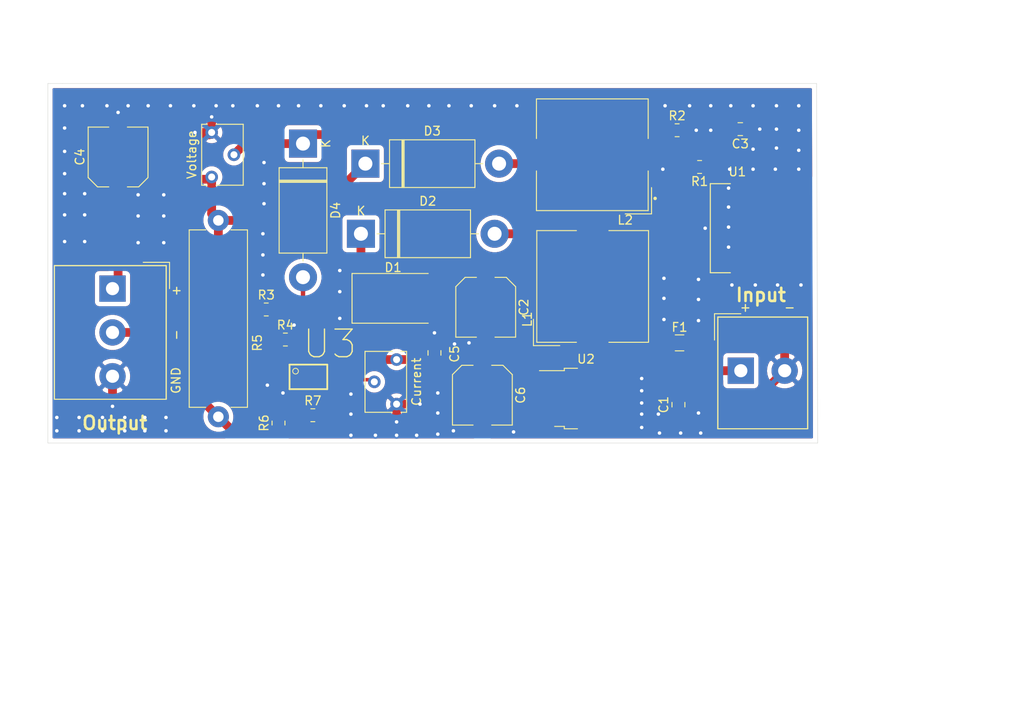
<source format=kicad_pcb>
(kicad_pcb (version 20171130) (host pcbnew "(5.1.10)-1")

  (general
    (thickness 1.6)
    (drawings 8)
    (tracks 274)
    (zones 0)
    (modules 27)
    (nets 18)
  )

  (page A4)
  (layers
    (0 F.Cu signal)
    (31 B.Cu signal hide)
    (32 B.Adhes user)
    (33 F.Adhes user)
    (34 B.Paste user)
    (35 F.Paste user)
    (36 B.SilkS user)
    (37 F.SilkS user)
    (38 B.Mask user)
    (39 F.Mask user)
    (40 Dwgs.User user)
    (41 Cmts.User user)
    (42 Eco1.User user)
    (43 Eco2.User user)
    (44 Edge.Cuts user)
    (45 Margin user)
    (46 B.CrtYd user)
    (47 F.CrtYd user)
    (48 B.Fab user)
    (49 F.Fab user)
  )

  (setup
    (last_trace_width 1)
    (user_trace_width 0.4)
    (user_trace_width 0.5)
    (user_trace_width 0.75)
    (user_trace_width 1)
    (trace_clearance 0.2)
    (zone_clearance 0.508)
    (zone_45_only no)
    (trace_min 0.2)
    (via_size 0.8)
    (via_drill 0.4)
    (via_min_size 0.4)
    (via_min_drill 0.3)
    (uvia_size 0.3)
    (uvia_drill 0.1)
    (uvias_allowed no)
    (uvia_min_size 0.2)
    (uvia_min_drill 0.1)
    (edge_width 0.05)
    (segment_width 0.2)
    (pcb_text_width 0.3)
    (pcb_text_size 1.5 1.5)
    (mod_edge_width 0.12)
    (mod_text_size 1 1)
    (mod_text_width 0.15)
    (pad_size 1.524 1.524)
    (pad_drill 0.762)
    (pad_to_mask_clearance 0)
    (aux_axis_origin 0 0)
    (visible_elements FFFFFF7F)
    (pcbplotparams
      (layerselection 0x010fc_ffffffff)
      (usegerberextensions false)
      (usegerberattributes true)
      (usegerberadvancedattributes true)
      (creategerberjobfile true)
      (excludeedgelayer true)
      (linewidth 0.100000)
      (plotframeref false)
      (viasonmask false)
      (mode 1)
      (useauxorigin false)
      (hpglpennumber 1)
      (hpglpenspeed 20)
      (hpglpendiameter 15.000000)
      (psnegative false)
      (psa4output false)
      (plotreference true)
      (plotvalue true)
      (plotinvisibletext false)
      (padsonsilk false)
      (subtractmaskfromsilk false)
      (outputformat 1)
      (mirror false)
      (drillshape 1)
      (scaleselection 1)
      (outputdirectory ""))
  )

  (net 0 "")
  (net 1 GND)
  (net 2 "Net-(C3-Pad2)")
  (net 3 +VDC)
  (net 4 +3V3)
  (net 5 "Net-(D1-Pad1)")
  (net 6 "Net-(D2-Pad2)")
  (net 7 "Net-(D3-Pad2)")
  (net 8 "Net-(D4-Pad2)")
  (net 9 CurrentLimiter)
  (net 10 +BATT)
  (net 11 -VDC)
  (net 12 "Net-(R1-Pad2)")
  (net 13 "Net-(R3-Pad2)")
  (net 14 "Net-(R6-Pad2)")
  (net 15 "Net-(R7-Pad2)")
  (net 16 "Net-(RV2-Pad2)")
  (net 17 "Net-(F1-Pad1)")

  (net_class Default "This is the default net class."
    (clearance 0.2)
    (trace_width 0.25)
    (via_dia 0.8)
    (via_drill 0.4)
    (uvia_dia 0.3)
    (uvia_drill 0.1)
    (add_net +3V3)
    (add_net +BATT)
    (add_net +VDC)
    (add_net -VDC)
    (add_net CurrentLimiter)
    (add_net GND)
    (add_net "Net-(C3-Pad2)")
    (add_net "Net-(D1-Pad1)")
    (add_net "Net-(D2-Pad2)")
    (add_net "Net-(D3-Pad2)")
    (add_net "Net-(D4-Pad2)")
    (add_net "Net-(F1-Pad1)")
    (add_net "Net-(R1-Pad2)")
    (add_net "Net-(R3-Pad2)")
    (add_net "Net-(R6-Pad2)")
    (add_net "Net-(R7-Pad2)")
    (add_net "Net-(RV2-Pad2)")
  )

  (module "Kicad Libraries:MCP602" (layer F.Cu) (tedit 612E7941) (tstamp 612EF24C)
    (at 203.327 65.405)
    (path /61330FBB)
    (fp_text reference U3 (at 2.413 -3.81) (layer F.SilkS)
      (effects (font (size 3.155677 3.155677) (thickness 0.15)))
    )
    (fp_text value M (at 8.255 13.589 unlocked) (layer F.Fab)
      (effects (font (size 3.252181 3.252181) (thickness 0.15)))
    )
    (fp_line (start -2.17032 1.34158) (end 2.12968 1.34158) (layer F.SilkS) (width 0.2032))
    (fp_line (start 2.12968 1.34158) (end 2.12968 -1.45842) (layer F.SilkS) (width 0.2032))
    (fp_line (start 2.12968 -1.45842) (end -2.17032 -1.45842) (layer F.SilkS) (width 0.2032))
    (fp_line (start -2.17032 -1.45842) (end -2.17032 1.34158) (layer F.SilkS) (width 0.2032))
    (fp_circle (center -1.4859 -0.7112) (end -1.1609 -0.7112) (layer F.SilkS) (width 0.1))
    (pad 1 smd rect (at -2.94532 -1.03342) (size 1.2 0.35) (layers F.Cu F.Paste F.Mask)
      (net 15 "Net-(R7-Pad2)"))
    (pad 2 smd rect (at -2.94532 -0.383419) (size 1.2 0.35) (layers F.Cu F.Paste F.Mask)
      (net 14 "Net-(R6-Pad2)"))
    (pad 3 smd rect (at -2.94532 0.266581) (size 1.2 0.35) (layers F.Cu F.Paste F.Mask)
      (net 13 "Net-(R3-Pad2)"))
    (pad 4 smd rect (at -2.94532 0.916581) (size 1.2 0.35) (layers F.Cu F.Paste F.Mask)
      (net 1 GND))
    (pad 5 smd rect (at 2.90468 0.916581) (size 1.2 0.35) (layers F.Cu F.Paste F.Mask)
      (net 15 "Net-(R7-Pad2)"))
    (pad 6 smd rect (at 2.90468 0.266581) (size 1.2 0.35) (layers F.Cu F.Paste F.Mask)
      (net 16 "Net-(RV2-Pad2)"))
    (pad 7 smd rect (at 2.90468 -0.383419) (size 1.2 0.35) (layers F.Cu F.Paste F.Mask)
      (net 8 "Net-(D4-Pad2)"))
    (pad 8 smd rect (at 2.90468 -1.03342) (size 1.2 0.35) (layers F.Cu F.Paste F.Mask)
      (net 4 +3V3))
    (model ${CUSTOM}/MCP602-I_ST/MCP602-I_ST.step
      (at (xyz 0 0 0))
      (scale (xyz 1 1 1))
      (rotate (xyz 0 0 -90))
    )
  )

  (module Package_TO_SOT_SMD:TO-252-2 (layer F.Cu) (tedit 5A70A390) (tstamp 612EF23B)
    (at 234.95 67.818)
    (descr "TO-252 / DPAK SMD package, http://www.infineon.com/cms/en/product/packages/PG-TO252/PG-TO252-3-1/")
    (tags "DPAK TO-252 DPAK-3 TO-252-3 SOT-428")
    (path /6131F455)
    (attr smd)
    (fp_text reference U2 (at 0 -4.5) (layer F.SilkS)
      (effects (font (size 1 1) (thickness 0.15)))
    )
    (fp_text value LF33_TO252 (at 0 4.5) (layer F.Fab)
      (effects (font (size 1 1) (thickness 0.15)))
    )
    (fp_text user %R (at 0 0) (layer F.Fab)
      (effects (font (size 1 1) (thickness 0.15)))
    )
    (fp_line (start 3.95 -2.7) (end 4.95 -2.7) (layer F.Fab) (width 0.1))
    (fp_line (start 4.95 -2.7) (end 4.95 2.7) (layer F.Fab) (width 0.1))
    (fp_line (start 4.95 2.7) (end 3.95 2.7) (layer F.Fab) (width 0.1))
    (fp_line (start 3.95 -3.25) (end 3.95 3.25) (layer F.Fab) (width 0.1))
    (fp_line (start 3.95 3.25) (end -2.27 3.25) (layer F.Fab) (width 0.1))
    (fp_line (start -2.27 3.25) (end -2.27 -2.25) (layer F.Fab) (width 0.1))
    (fp_line (start -2.27 -2.25) (end -1.27 -3.25) (layer F.Fab) (width 0.1))
    (fp_line (start -1.27 -3.25) (end 3.95 -3.25) (layer F.Fab) (width 0.1))
    (fp_line (start -1.865 -2.655) (end -4.97 -2.655) (layer F.Fab) (width 0.1))
    (fp_line (start -4.97 -2.655) (end -4.97 -1.905) (layer F.Fab) (width 0.1))
    (fp_line (start -4.97 -1.905) (end -2.27 -1.905) (layer F.Fab) (width 0.1))
    (fp_line (start -2.27 1.905) (end -4.97 1.905) (layer F.Fab) (width 0.1))
    (fp_line (start -4.97 1.905) (end -4.97 2.655) (layer F.Fab) (width 0.1))
    (fp_line (start -4.97 2.655) (end -2.27 2.655) (layer F.Fab) (width 0.1))
    (fp_line (start -0.97 -3.45) (end -2.47 -3.45) (layer F.SilkS) (width 0.12))
    (fp_line (start -2.47 -3.45) (end -2.47 -3.18) (layer F.SilkS) (width 0.12))
    (fp_line (start -2.47 -3.18) (end -5.3 -3.18) (layer F.SilkS) (width 0.12))
    (fp_line (start -0.97 3.45) (end -2.47 3.45) (layer F.SilkS) (width 0.12))
    (fp_line (start -2.47 3.45) (end -2.47 3.18) (layer F.SilkS) (width 0.12))
    (fp_line (start -2.47 3.18) (end -3.57 3.18) (layer F.SilkS) (width 0.12))
    (fp_line (start -5.55 -3.5) (end -5.55 3.5) (layer F.CrtYd) (width 0.05))
    (fp_line (start -5.55 3.5) (end 5.55 3.5) (layer F.CrtYd) (width 0.05))
    (fp_line (start 5.55 3.5) (end 5.55 -3.5) (layer F.CrtYd) (width 0.05))
    (fp_line (start 5.55 -3.5) (end -5.55 -3.5) (layer F.CrtYd) (width 0.05))
    (pad "" smd rect (at 0.425 1.525) (size 3.05 2.75) (layers F.Paste))
    (pad "" smd rect (at 3.775 -1.525) (size 3.05 2.75) (layers F.Paste))
    (pad "" smd rect (at 0.425 -1.525) (size 3.05 2.75) (layers F.Paste))
    (pad "" smd rect (at 3.775 1.525) (size 3.05 2.75) (layers F.Paste))
    (pad 2 smd rect (at 2.1 0) (size 6.4 5.8) (layers F.Cu F.Mask)
      (net 1 GND))
    (pad 3 smd rect (at -4.2 2.28) (size 2.2 1.2) (layers F.Cu F.Paste F.Mask)
      (net 4 +3V3))
    (pad 1 smd rect (at -4.2 -2.28) (size 2.2 1.2) (layers F.Cu F.Paste F.Mask)
      (net 10 +BATT))
    (model ${KISYS3DMOD}/Package_TO_SOT_SMD.3dshapes/TO-252-2.wrl
      (at (xyz 0 0 0))
      (scale (xyz 1 1 1))
      (rotate (xyz 0 0 0))
    )
  )

  (module "Kicad Libraries:VREG_TPS79625KTTR" (layer F.Cu) (tedit 612E7829) (tstamp 612EF217)
    (at 256.032 48.387)
    (path /612D86AB)
    (fp_text reference U1 (at -3.825 -6.435) (layer F.SilkS)
      (effects (font (size 1 1) (thickness 0.15)))
    )
    (fp_text value LM2587S-ADJ (at 3.795 6.435) (layer F.Fab)
      (effects (font (size 1 1) (thickness 0.15)))
    )
    (fp_circle (center -13.2 -3.4) (end -13.1 -3.4) (layer F.SilkS) (width 0.2))
    (fp_circle (center -13.2 -3.4) (end -13.1 -3.4) (layer F.Fab) (width 0.2))
    (fp_line (start -6.905 -5.08) (end -6.905 5.08) (layer F.Fab) (width 0.127))
    (fp_line (start -6.905 5.08) (end 2.02 5.08) (layer F.Fab) (width 0.127))
    (fp_line (start 2.02 5.08) (end 2.02 -5.08) (layer F.Fab) (width 0.127))
    (fp_line (start 2.02 -5.08) (end -6.905 -5.08) (layer F.Fab) (width 0.127))
    (fp_line (start -4.62 -5.08) (end -6.905 -5.08) (layer F.SilkS) (width 0.127))
    (fp_line (start -6.905 -5.08) (end -6.905 5.08) (layer F.SilkS) (width 0.127))
    (fp_line (start -6.905 5.08) (end -4.62 5.08) (layer F.SilkS) (width 0.127))
    (fp_line (start -12.55 4.15) (end -7.155 4.15) (layer F.CrtYd) (width 0.05))
    (fp_line (start -7.155 4.15) (end -7.155 5.6) (layer F.CrtYd) (width 0.05))
    (fp_line (start -7.155 5.6) (end 4.55 5.6) (layer F.CrtYd) (width 0.05))
    (fp_line (start 4.55 5.6) (end 4.55 -5.6) (layer F.CrtYd) (width 0.05))
    (fp_line (start 4.55 -5.6) (end -7.155 -5.6) (layer F.CrtYd) (width 0.05))
    (fp_line (start -7.155 -5.6) (end -7.155 -4.15) (layer F.CrtYd) (width 0.05))
    (fp_line (start -7.155 -4.15) (end -12.55 -4.15) (layer F.CrtYd) (width 0.05))
    (fp_line (start -12.55 -4.15) (end -12.55 4.15) (layer F.CrtYd) (width 0.05))
    (fp_poly (pts (xy -4.25 -5.3) (xy 4.25 -5.3) (xy 4.25 5.3) (xy -4.25 5.3)) (layer F.Paste) (width 0.01))
    (fp_poly (pts (xy -12.25 -0.45) (xy -8.95 -0.45) (xy -8.95 0.45) (xy -12.25 0.45)) (layer F.Paste) (width 0.01))
    (fp_poly (pts (xy -12.25 -2.15) (xy -8.95 -2.15) (xy -8.95 -1.25) (xy -12.25 -1.25)) (layer F.Paste) (width 0.01))
    (fp_poly (pts (xy -12.25 -3.85) (xy -8.95 -3.85) (xy -8.95 -2.95) (xy -12.25 -2.95)) (layer F.Paste) (width 0.01))
    (fp_poly (pts (xy -12.25 1.25) (xy -8.95 1.25) (xy -8.95 2.15) (xy -12.25 2.15)) (layer F.Paste) (width 0.01))
    (fp_poly (pts (xy -12.25 2.95) (xy -8.95 2.95) (xy -8.95 3.85) (xy -12.25 3.85)) (layer F.Paste) (width 0.01))
    (fp_poly (pts (xy -4.37 -5.42) (xy 4.37 -5.42) (xy 4.37 5.42) (xy -4.37 5.42)) (layer F.Mask) (width 0.01))
    (fp_poly (pts (xy -12.37 -0.57) (xy -8.83 -0.57) (xy -8.83 0.57) (xy -12.37 0.57)) (layer F.Mask) (width 0.01))
    (fp_poly (pts (xy -12.37 -2.27) (xy -8.83 -2.27) (xy -8.83 -1.13) (xy -12.37 -1.13)) (layer F.Mask) (width 0.01))
    (fp_poly (pts (xy -12.37 -3.97) (xy -8.83 -3.97) (xy -8.83 -2.83) (xy -12.37 -2.83)) (layer F.Mask) (width 0.01))
    (fp_poly (pts (xy -12.37 1.13) (xy -8.83 1.13) (xy -8.83 2.27) (xy -12.37 2.27)) (layer F.Mask) (width 0.01))
    (fp_poly (pts (xy -12.37 2.83) (xy -8.83 2.83) (xy -8.83 3.97) (xy -12.37 3.97)) (layer F.Mask) (width 0.01))
    (pad 1 smd rect (at -10.6 -3.4) (size 3.4 1) (layers F.Cu)
      (net 12 "Net-(R1-Pad2)"))
    (pad 2 smd rect (at -10.6 -1.7) (size 3.4 1) (layers F.Cu)
      (net 9 CurrentLimiter))
    (pad 3 smd rect (at -10.6 0) (size 3.4 1) (layers F.Cu)
      (net 1 GND))
    (pad 4 smd rect (at -10.6 1.7) (size 3.4 1) (layers F.Cu)
      (net 6 "Net-(D2-Pad2)"))
    (pad 5 smd rect (at -10.6 3.4) (size 3.4 1) (layers F.Cu)
      (net 10 +BATT))
    (pad 6 smd rect (at 0 0) (size 8.6 10.7) (layers F.Cu)
      (net 1 GND))
    (model ${CUSTOM}/LM2587S-ADJ/LM2587S-ADJ.step
      (offset (xyz -4 0 0))
      (scale (xyz 1 1 1))
      (rotate (xyz 90 180 0))
    )
  )

  (module Potentiometer_THT:Potentiometer_Bourns_3266W_Vertical (layer F.Cu) (tedit 5A3D4994) (tstamp 612EF1F0)
    (at 213.36 68.453 270)
    (descr "Potentiometer, vertical, Bourns 3266W, https://www.bourns.com/docs/Product-Datasheets/3266.pdf")
    (tags "Potentiometer vertical Bourns 3266W")
    (path /613737AD)
    (fp_text reference Current (at -2.54 -2.27 90) (layer F.SilkS)
      (effects (font (size 1 1) (thickness 0.15)))
    )
    (fp_text value 10k (at -2.54 4.73 90) (layer F.Fab)
      (effects (font (size 1 1) (thickness 0.15)))
    )
    (fp_text user %R (at -3.175 1.23 90) (layer F.Fab)
      (effects (font (size 0.91 0.91) (thickness 0.15)))
    )
    (fp_circle (center -0.455 2.21) (end 0.435 2.21) (layer F.Fab) (width 0.1))
    (fp_line (start -5.895 -1.02) (end -5.895 3.48) (layer F.Fab) (width 0.1))
    (fp_line (start -5.895 3.48) (end 0.815 3.48) (layer F.Fab) (width 0.1))
    (fp_line (start 0.815 3.48) (end 0.815 -1.02) (layer F.Fab) (width 0.1))
    (fp_line (start 0.815 -1.02) (end -5.895 -1.02) (layer F.Fab) (width 0.1))
    (fp_line (start -0.455 3.092) (end -0.454 1.329) (layer F.Fab) (width 0.1))
    (fp_line (start -0.455 3.092) (end -0.454 1.329) (layer F.Fab) (width 0.1))
    (fp_line (start -6.015 -1.14) (end 0.935 -1.14) (layer F.SilkS) (width 0.12))
    (fp_line (start -6.015 3.6) (end 0.935 3.6) (layer F.SilkS) (width 0.12))
    (fp_line (start -6.015 -1.14) (end -6.015 -0.495) (layer F.SilkS) (width 0.12))
    (fp_line (start -6.015 0.495) (end -6.015 3.6) (layer F.SilkS) (width 0.12))
    (fp_line (start 0.935 -1.14) (end 0.935 -0.495) (layer F.SilkS) (width 0.12))
    (fp_line (start 0.935 0.495) (end 0.935 3.6) (layer F.SilkS) (width 0.12))
    (fp_line (start -6.15 -1.3) (end -6.15 3.75) (layer F.CrtYd) (width 0.05))
    (fp_line (start -6.15 3.75) (end 1.1 3.75) (layer F.CrtYd) (width 0.05))
    (fp_line (start 1.1 3.75) (end 1.1 -1.3) (layer F.CrtYd) (width 0.05))
    (fp_line (start 1.1 -1.3) (end -6.15 -1.3) (layer F.CrtYd) (width 0.05))
    (pad 3 thru_hole circle (at -5.08 0 270) (size 1.44 1.44) (drill 0.8) (layers *.Cu *.Mask)
      (net 4 +3V3))
    (pad 2 thru_hole circle (at -2.54 2.54 270) (size 1.44 1.44) (drill 0.8) (layers *.Cu *.Mask)
      (net 16 "Net-(RV2-Pad2)"))
    (pad 1 thru_hole circle (at 0 0 270) (size 1.44 1.44) (drill 0.8) (layers *.Cu *.Mask)
      (net 1 GND))
    (model ${KISYS3DMOD}/Potentiometer_THT.3dshapes/Potentiometer_Bourns_3266W_Vertical.wrl
      (at (xyz 0 0 0))
      (scale (xyz 1 1 1))
      (rotate (xyz 0 0 0))
    )
  )

  (module Potentiometer_THT:Potentiometer_Bourns_3266W_Vertical (layer F.Cu) (tedit 5A3D4994) (tstamp 612EF1D7)
    (at 192.278 37.465 90)
    (descr "Potentiometer, vertical, Bourns 3266W, https://www.bourns.com/docs/Product-Datasheets/3266.pdf")
    (tags "Potentiometer vertical Bourns 3266W")
    (path /612ED395)
    (fp_text reference Voltage (at -2.54 -2.27 90) (layer F.SilkS)
      (effects (font (size 1 1) (thickness 0.15)))
    )
    (fp_text value 10k (at -2.54 4.73 90) (layer F.Fab)
      (effects (font (size 1 1) (thickness 0.15)))
    )
    (fp_text user %R (at -3.175 1.23 90) (layer F.Fab)
      (effects (font (size 0.91 0.91) (thickness 0.15)))
    )
    (fp_circle (center -0.455 2.21) (end 0.435 2.21) (layer F.Fab) (width 0.1))
    (fp_line (start -5.895 -1.02) (end -5.895 3.48) (layer F.Fab) (width 0.1))
    (fp_line (start -5.895 3.48) (end 0.815 3.48) (layer F.Fab) (width 0.1))
    (fp_line (start 0.815 3.48) (end 0.815 -1.02) (layer F.Fab) (width 0.1))
    (fp_line (start 0.815 -1.02) (end -5.895 -1.02) (layer F.Fab) (width 0.1))
    (fp_line (start -0.455 3.092) (end -0.454 1.329) (layer F.Fab) (width 0.1))
    (fp_line (start -0.455 3.092) (end -0.454 1.329) (layer F.Fab) (width 0.1))
    (fp_line (start -6.015 -1.14) (end 0.935 -1.14) (layer F.SilkS) (width 0.12))
    (fp_line (start -6.015 3.6) (end 0.935 3.6) (layer F.SilkS) (width 0.12))
    (fp_line (start -6.015 -1.14) (end -6.015 -0.495) (layer F.SilkS) (width 0.12))
    (fp_line (start -6.015 0.495) (end -6.015 3.6) (layer F.SilkS) (width 0.12))
    (fp_line (start 0.935 -1.14) (end 0.935 -0.495) (layer F.SilkS) (width 0.12))
    (fp_line (start 0.935 0.495) (end 0.935 3.6) (layer F.SilkS) (width 0.12))
    (fp_line (start -6.15 -1.3) (end -6.15 3.75) (layer F.CrtYd) (width 0.05))
    (fp_line (start -6.15 3.75) (end 1.1 3.75) (layer F.CrtYd) (width 0.05))
    (fp_line (start 1.1 3.75) (end 1.1 -1.3) (layer F.CrtYd) (width 0.05))
    (fp_line (start 1.1 -1.3) (end -6.15 -1.3) (layer F.CrtYd) (width 0.05))
    (pad 3 thru_hole circle (at -5.08 0 90) (size 1.44 1.44) (drill 0.8) (layers *.Cu *.Mask)
      (net 3 +VDC))
    (pad 2 thru_hole circle (at -2.54 2.54 90) (size 1.44 1.44) (drill 0.8) (layers *.Cu *.Mask)
      (net 9 CurrentLimiter))
    (pad 1 thru_hole circle (at 0 0 90) (size 1.44 1.44) (drill 0.8) (layers *.Cu *.Mask)
      (net 1 GND))
    (model ${KISYS3DMOD}/Potentiometer_THT.3dshapes/Potentiometer_Bourns_3266W_Vertical.wrl
      (at (xyz 0 0 0))
      (scale (xyz 1 1 1))
      (rotate (xyz 0 0 0))
    )
  )

  (module Resistor_SMD:R_0805_2012Metric (layer F.Cu) (tedit 5F68FEEE) (tstamp 612EF1BE)
    (at 203.8115 69.723)
    (descr "Resistor SMD 0805 (2012 Metric), square (rectangular) end terminal, IPC_7351 nominal, (Body size source: IPC-SM-782 page 72, https://www.pcb-3d.com/wordpress/wp-content/uploads/ipc-sm-782a_amendment_1_and_2.pdf), generated with kicad-footprint-generator")
    (tags resistor)
    (path /61359E84)
    (attr smd)
    (fp_text reference R7 (at 0 -1.65) (layer F.SilkS)
      (effects (font (size 1 1) (thickness 0.15)))
    )
    (fp_text value 100k (at 0 1.65) (layer F.Fab)
      (effects (font (size 1 1) (thickness 0.15)))
    )
    (fp_text user %R (at 0 0) (layer F.Fab)
      (effects (font (size 0.5 0.5) (thickness 0.08)))
    )
    (fp_line (start -1 0.625) (end -1 -0.625) (layer F.Fab) (width 0.1))
    (fp_line (start -1 -0.625) (end 1 -0.625) (layer F.Fab) (width 0.1))
    (fp_line (start 1 -0.625) (end 1 0.625) (layer F.Fab) (width 0.1))
    (fp_line (start 1 0.625) (end -1 0.625) (layer F.Fab) (width 0.1))
    (fp_line (start -0.227064 -0.735) (end 0.227064 -0.735) (layer F.SilkS) (width 0.12))
    (fp_line (start -0.227064 0.735) (end 0.227064 0.735) (layer F.SilkS) (width 0.12))
    (fp_line (start -1.68 0.95) (end -1.68 -0.95) (layer F.CrtYd) (width 0.05))
    (fp_line (start -1.68 -0.95) (end 1.68 -0.95) (layer F.CrtYd) (width 0.05))
    (fp_line (start 1.68 -0.95) (end 1.68 0.95) (layer F.CrtYd) (width 0.05))
    (fp_line (start 1.68 0.95) (end -1.68 0.95) (layer F.CrtYd) (width 0.05))
    (pad 2 smd roundrect (at 0.9125 0) (size 1.025 1.4) (layers F.Cu F.Paste F.Mask) (roundrect_rratio 0.243902)
      (net 15 "Net-(R7-Pad2)"))
    (pad 1 smd roundrect (at -0.9125 0) (size 1.025 1.4) (layers F.Cu F.Paste F.Mask) (roundrect_rratio 0.243902)
      (net 14 "Net-(R6-Pad2)"))
    (model ${KISYS3DMOD}/Resistor_SMD.3dshapes/R_0805_2012Metric.wrl
      (at (xyz 0 0 0))
      (scale (xyz 1 1 1))
      (rotate (xyz 0 0 0))
    )
  )

  (module Resistor_SMD:R_0805_2012Metric (layer F.Cu) (tedit 5F68FEEE) (tstamp 612EF1AD)
    (at 199.898 70.612 90)
    (descr "Resistor SMD 0805 (2012 Metric), square (rectangular) end terminal, IPC_7351 nominal, (Body size source: IPC-SM-782 page 72, https://www.pcb-3d.com/wordpress/wp-content/uploads/ipc-sm-782a_amendment_1_and_2.pdf), generated with kicad-footprint-generator")
    (tags resistor)
    (path /61358E94)
    (attr smd)
    (fp_text reference R6 (at 0 -1.65 90) (layer F.SilkS)
      (effects (font (size 1 1) (thickness 0.15)))
    )
    (fp_text value 3.3k (at 0 1.65 90) (layer F.Fab)
      (effects (font (size 1 1) (thickness 0.15)))
    )
    (fp_text user %R (at 0 0 90) (layer F.Fab)
      (effects (font (size 0.5 0.5) (thickness 0.08)))
    )
    (fp_line (start -1 0.625) (end -1 -0.625) (layer F.Fab) (width 0.1))
    (fp_line (start -1 -0.625) (end 1 -0.625) (layer F.Fab) (width 0.1))
    (fp_line (start 1 -0.625) (end 1 0.625) (layer F.Fab) (width 0.1))
    (fp_line (start 1 0.625) (end -1 0.625) (layer F.Fab) (width 0.1))
    (fp_line (start -0.227064 -0.735) (end 0.227064 -0.735) (layer F.SilkS) (width 0.12))
    (fp_line (start -0.227064 0.735) (end 0.227064 0.735) (layer F.SilkS) (width 0.12))
    (fp_line (start -1.68 0.95) (end -1.68 -0.95) (layer F.CrtYd) (width 0.05))
    (fp_line (start -1.68 -0.95) (end 1.68 -0.95) (layer F.CrtYd) (width 0.05))
    (fp_line (start 1.68 -0.95) (end 1.68 0.95) (layer F.CrtYd) (width 0.05))
    (fp_line (start 1.68 0.95) (end -1.68 0.95) (layer F.CrtYd) (width 0.05))
    (pad 2 smd roundrect (at 0.9125 0 90) (size 1.025 1.4) (layers F.Cu F.Paste F.Mask) (roundrect_rratio 0.243902)
      (net 14 "Net-(R6-Pad2)"))
    (pad 1 smd roundrect (at -0.9125 0 90) (size 1.025 1.4) (layers F.Cu F.Paste F.Mask) (roundrect_rratio 0.243902)
      (net 11 -VDC))
    (model ${KISYS3DMOD}/Resistor_SMD.3dshapes/R_0805_2012Metric.wrl
      (at (xyz 0 0 0))
      (scale (xyz 1 1 1))
      (rotate (xyz 0 0 0))
    )
  )

  (module Resistor_THT:R_Axial_Power_L20.0mm_W6.4mm_P22.40mm (layer F.Cu) (tedit 5AE5139B) (tstamp 612EF19C)
    (at 193.04 69.898 90)
    (descr "Resistor, Axial_Power series, Box, pin pitch=22.4mm, 4W, length*width*height=20*6.4*6.4mm^3, http://cdn-reichelt.de/documents/datenblatt/B400/5WAXIAL_9WAXIAL_11WAXIAL_17WAXIAL%23YAG.pdf")
    (tags "Resistor Axial_Power series Box pin pitch 22.4mm 4W length 20mm width 6.4mm height 6.4mm")
    (path /6134BAEE)
    (fp_text reference R5 (at 8.43 4.445 90) (layer F.SilkS)
      (effects (font (size 1 1) (thickness 0.15)))
    )
    (fp_text value 0.1 (at 11.2 4.32 90) (layer F.Fab)
      (effects (font (size 1 1) (thickness 0.15)))
    )
    (fp_text user %R (at 11.2 0 90) (layer F.Fab)
      (effects (font (size 1 1) (thickness 0.15)))
    )
    (fp_line (start 1.2 -3.2) (end 1.2 3.2) (layer F.Fab) (width 0.1))
    (fp_line (start 1.2 3.2) (end 21.2 3.2) (layer F.Fab) (width 0.1))
    (fp_line (start 21.2 3.2) (end 21.2 -3.2) (layer F.Fab) (width 0.1))
    (fp_line (start 21.2 -3.2) (end 1.2 -3.2) (layer F.Fab) (width 0.1))
    (fp_line (start 0 0) (end 1.2 0) (layer F.Fab) (width 0.1))
    (fp_line (start 22.4 0) (end 21.2 0) (layer F.Fab) (width 0.1))
    (fp_line (start 1.08 -1.44) (end 1.08 -3.32) (layer F.SilkS) (width 0.12))
    (fp_line (start 1.08 -3.32) (end 21.32 -3.32) (layer F.SilkS) (width 0.12))
    (fp_line (start 21.32 -3.32) (end 21.32 -1.44) (layer F.SilkS) (width 0.12))
    (fp_line (start 1.08 1.44) (end 1.08 3.32) (layer F.SilkS) (width 0.12))
    (fp_line (start 1.08 3.32) (end 21.32 3.32) (layer F.SilkS) (width 0.12))
    (fp_line (start 21.32 3.32) (end 21.32 1.44) (layer F.SilkS) (width 0.12))
    (fp_line (start -1.45 -3.45) (end -1.45 3.45) (layer F.CrtYd) (width 0.05))
    (fp_line (start -1.45 3.45) (end 23.85 3.45) (layer F.CrtYd) (width 0.05))
    (fp_line (start 23.85 3.45) (end 23.85 -3.45) (layer F.CrtYd) (width 0.05))
    (fp_line (start 23.85 -3.45) (end -1.45 -3.45) (layer F.CrtYd) (width 0.05))
    (pad 2 thru_hole oval (at 22.4 0 90) (size 2.4 2.4) (drill 1.2) (layers *.Cu *.Mask)
      (net 3 +VDC))
    (pad 1 thru_hole circle (at 0 0 90) (size 2.4 2.4) (drill 1.2) (layers *.Cu *.Mask)
      (net 11 -VDC))
    (model ${KISYS3DMOD}/Resistor_THT.3dshapes/R_Axial_Power_L20.0mm_W6.4mm_P22.40mm.wrl
      (at (xyz 0 0 0))
      (scale (xyz 1 1 1))
      (rotate (xyz 0 0 0))
    )
  )

  (module Resistor_SMD:R_0805_2012Metric (layer F.Cu) (tedit 5F68FEEE) (tstamp 612EF185)
    (at 200.6835 61.087)
    (descr "Resistor SMD 0805 (2012 Metric), square (rectangular) end terminal, IPC_7351 nominal, (Body size source: IPC-SM-782 page 72, https://www.pcb-3d.com/wordpress/wp-content/uploads/ipc-sm-782a_amendment_1_and_2.pdf), generated with kicad-footprint-generator")
    (tags resistor)
    (path /6134D7BE)
    (attr smd)
    (fp_text reference R4 (at 0 -1.65) (layer F.SilkS)
      (effects (font (size 1 1) (thickness 0.15)))
    )
    (fp_text value 100k (at 0 1.65) (layer F.Fab)
      (effects (font (size 1 1) (thickness 0.15)))
    )
    (fp_text user %R (at 0 0) (layer F.Fab)
      (effects (font (size 0.5 0.5) (thickness 0.08)))
    )
    (fp_line (start -1 0.625) (end -1 -0.625) (layer F.Fab) (width 0.1))
    (fp_line (start -1 -0.625) (end 1 -0.625) (layer F.Fab) (width 0.1))
    (fp_line (start 1 -0.625) (end 1 0.625) (layer F.Fab) (width 0.1))
    (fp_line (start 1 0.625) (end -1 0.625) (layer F.Fab) (width 0.1))
    (fp_line (start -0.227064 -0.735) (end 0.227064 -0.735) (layer F.SilkS) (width 0.12))
    (fp_line (start -0.227064 0.735) (end 0.227064 0.735) (layer F.SilkS) (width 0.12))
    (fp_line (start -1.68 0.95) (end -1.68 -0.95) (layer F.CrtYd) (width 0.05))
    (fp_line (start -1.68 -0.95) (end 1.68 -0.95) (layer F.CrtYd) (width 0.05))
    (fp_line (start 1.68 -0.95) (end 1.68 0.95) (layer F.CrtYd) (width 0.05))
    (fp_line (start 1.68 0.95) (end -1.68 0.95) (layer F.CrtYd) (width 0.05))
    (pad 2 smd roundrect (at 0.9125 0) (size 1.025 1.4) (layers F.Cu F.Paste F.Mask) (roundrect_rratio 0.243902)
      (net 1 GND))
    (pad 1 smd roundrect (at -0.9125 0) (size 1.025 1.4) (layers F.Cu F.Paste F.Mask) (roundrect_rratio 0.243902)
      (net 13 "Net-(R3-Pad2)"))
    (model ${KISYS3DMOD}/Resistor_SMD.3dshapes/R_0805_2012Metric.wrl
      (at (xyz 0 0 0))
      (scale (xyz 1 1 1))
      (rotate (xyz 0 0 0))
    )
  )

  (module Resistor_SMD:R_0805_2012Metric (layer F.Cu) (tedit 5F68FEEE) (tstamp 612EF174)
    (at 198.501 57.658)
    (descr "Resistor SMD 0805 (2012 Metric), square (rectangular) end terminal, IPC_7351 nominal, (Body size source: IPC-SM-782 page 72, https://www.pcb-3d.com/wordpress/wp-content/uploads/ipc-sm-782a_amendment_1_and_2.pdf), generated with kicad-footprint-generator")
    (tags resistor)
    (path /6134C81F)
    (attr smd)
    (fp_text reference R3 (at 0 -1.65) (layer F.SilkS)
      (effects (font (size 1 1) (thickness 0.15)))
    )
    (fp_text value 3.3k (at 0 1.65) (layer F.Fab)
      (effects (font (size 1 1) (thickness 0.15)))
    )
    (fp_text user %R (at 0 0) (layer F.Fab)
      (effects (font (size 0.5 0.5) (thickness 0.08)))
    )
    (fp_line (start -1 0.625) (end -1 -0.625) (layer F.Fab) (width 0.1))
    (fp_line (start -1 -0.625) (end 1 -0.625) (layer F.Fab) (width 0.1))
    (fp_line (start 1 -0.625) (end 1 0.625) (layer F.Fab) (width 0.1))
    (fp_line (start 1 0.625) (end -1 0.625) (layer F.Fab) (width 0.1))
    (fp_line (start -0.227064 -0.735) (end 0.227064 -0.735) (layer F.SilkS) (width 0.12))
    (fp_line (start -0.227064 0.735) (end 0.227064 0.735) (layer F.SilkS) (width 0.12))
    (fp_line (start -1.68 0.95) (end -1.68 -0.95) (layer F.CrtYd) (width 0.05))
    (fp_line (start -1.68 -0.95) (end 1.68 -0.95) (layer F.CrtYd) (width 0.05))
    (fp_line (start 1.68 -0.95) (end 1.68 0.95) (layer F.CrtYd) (width 0.05))
    (fp_line (start 1.68 0.95) (end -1.68 0.95) (layer F.CrtYd) (width 0.05))
    (pad 2 smd roundrect (at 0.9125 0) (size 1.025 1.4) (layers F.Cu F.Paste F.Mask) (roundrect_rratio 0.243902)
      (net 13 "Net-(R3-Pad2)"))
    (pad 1 smd roundrect (at -0.9125 0) (size 1.025 1.4) (layers F.Cu F.Paste F.Mask) (roundrect_rratio 0.243902)
      (net 3 +VDC))
    (model ${KISYS3DMOD}/Resistor_SMD.3dshapes/R_0805_2012Metric.wrl
      (at (xyz 0 0 0))
      (scale (xyz 1 1 1))
      (rotate (xyz 0 0 0))
    )
  )

  (module Resistor_SMD:R_0805_2012Metric (layer F.Cu) (tedit 5F68FEEE) (tstamp 612EF163)
    (at 245.3405 37.211)
    (descr "Resistor SMD 0805 (2012 Metric), square (rectangular) end terminal, IPC_7351 nominal, (Body size source: IPC-SM-782 page 72, https://www.pcb-3d.com/wordpress/wp-content/uploads/ipc-sm-782a_amendment_1_and_2.pdf), generated with kicad-footprint-generator")
    (tags resistor)
    (path /612EB609)
    (attr smd)
    (fp_text reference R2 (at 0 -1.65) (layer F.SilkS)
      (effects (font (size 1 1) (thickness 0.15)))
    )
    (fp_text value 2k (at 0 1.65) (layer F.Fab)
      (effects (font (size 1 1) (thickness 0.15)))
    )
    (fp_text user %R (at 0 0) (layer F.Fab)
      (effects (font (size 0.5 0.5) (thickness 0.08)))
    )
    (fp_line (start -1 0.625) (end -1 -0.625) (layer F.Fab) (width 0.1))
    (fp_line (start -1 -0.625) (end 1 -0.625) (layer F.Fab) (width 0.1))
    (fp_line (start 1 -0.625) (end 1 0.625) (layer F.Fab) (width 0.1))
    (fp_line (start 1 0.625) (end -1 0.625) (layer F.Fab) (width 0.1))
    (fp_line (start -0.227064 -0.735) (end 0.227064 -0.735) (layer F.SilkS) (width 0.12))
    (fp_line (start -0.227064 0.735) (end 0.227064 0.735) (layer F.SilkS) (width 0.12))
    (fp_line (start -1.68 0.95) (end -1.68 -0.95) (layer F.CrtYd) (width 0.05))
    (fp_line (start -1.68 -0.95) (end 1.68 -0.95) (layer F.CrtYd) (width 0.05))
    (fp_line (start 1.68 -0.95) (end 1.68 0.95) (layer F.CrtYd) (width 0.05))
    (fp_line (start 1.68 0.95) (end -1.68 0.95) (layer F.CrtYd) (width 0.05))
    (pad 2 smd roundrect (at 0.9125 0) (size 1.025 1.4) (layers F.Cu F.Paste F.Mask) (roundrect_rratio 0.243902)
      (net 1 GND))
    (pad 1 smd roundrect (at -0.9125 0) (size 1.025 1.4) (layers F.Cu F.Paste F.Mask) (roundrect_rratio 0.243902)
      (net 9 CurrentLimiter))
    (model ${KISYS3DMOD}/Resistor_SMD.3dshapes/R_0805_2012Metric.wrl
      (at (xyz 0 0 0))
      (scale (xyz 1 1 1))
      (rotate (xyz 0 0 0))
    )
  )

  (module Resistor_SMD:R_0805_2012Metric (layer F.Cu) (tedit 5F68FEEE) (tstamp 612EF152)
    (at 247.904 41.402 180)
    (descr "Resistor SMD 0805 (2012 Metric), square (rectangular) end terminal, IPC_7351 nominal, (Body size source: IPC-SM-782 page 72, https://www.pcb-3d.com/wordpress/wp-content/uploads/ipc-sm-782a_amendment_1_and_2.pdf), generated with kicad-footprint-generator")
    (tags resistor)
    (path /612E7E7E)
    (attr smd)
    (fp_text reference R1 (at 0 -1.65) (layer F.SilkS)
      (effects (font (size 1 1) (thickness 0.15)))
    )
    (fp_text value 3k (at 0 1.65) (layer F.Fab)
      (effects (font (size 1 1) (thickness 0.15)))
    )
    (fp_text user %R (at 0 0) (layer F.Fab)
      (effects (font (size 0.5 0.5) (thickness 0.08)))
    )
    (fp_line (start -1 0.625) (end -1 -0.625) (layer F.Fab) (width 0.1))
    (fp_line (start -1 -0.625) (end 1 -0.625) (layer F.Fab) (width 0.1))
    (fp_line (start 1 -0.625) (end 1 0.625) (layer F.Fab) (width 0.1))
    (fp_line (start 1 0.625) (end -1 0.625) (layer F.Fab) (width 0.1))
    (fp_line (start -0.227064 -0.735) (end 0.227064 -0.735) (layer F.SilkS) (width 0.12))
    (fp_line (start -0.227064 0.735) (end 0.227064 0.735) (layer F.SilkS) (width 0.12))
    (fp_line (start -1.68 0.95) (end -1.68 -0.95) (layer F.CrtYd) (width 0.05))
    (fp_line (start -1.68 -0.95) (end 1.68 -0.95) (layer F.CrtYd) (width 0.05))
    (fp_line (start 1.68 -0.95) (end 1.68 0.95) (layer F.CrtYd) (width 0.05))
    (fp_line (start 1.68 0.95) (end -1.68 0.95) (layer F.CrtYd) (width 0.05))
    (pad 2 smd roundrect (at 0.9125 0 180) (size 1.025 1.4) (layers F.Cu F.Paste F.Mask) (roundrect_rratio 0.243902)
      (net 12 "Net-(R1-Pad2)"))
    (pad 1 smd roundrect (at -0.9125 0 180) (size 1.025 1.4) (layers F.Cu F.Paste F.Mask) (roundrect_rratio 0.243902)
      (net 2 "Net-(C3-Pad2)"))
    (model ${KISYS3DMOD}/Resistor_SMD.3dshapes/R_0805_2012Metric.wrl
      (at (xyz 0 0 0))
      (scale (xyz 1 1 1))
      (rotate (xyz 0 0 0))
    )
  )

  (module Inductor_SMD:L_TDK_SLF12565 (layer F.Cu) (tedit 5C2392AD) (tstamp 612EF141)
    (at 235.674 40.005 180)
    (descr "Inductor, TDK, SLF12565, 12.5mmx12.5mm (Script generated with StandardBox.py) (https://product.tdk.com/info/en/catalog/datasheets/inductor_automotive_power_slf12565-h_en.pdf)")
    (tags "Inductor SLF12565")
    (path /6130A0DB)
    (attr smd)
    (fp_text reference L2 (at -3.75 -7.45) (layer F.SilkS)
      (effects (font (size 1 1) (thickness 0.15)))
    )
    (fp_text value 100uH (at 0 7.25) (layer F.Fab)
      (effects (font (size 1 1) (thickness 0.15)))
    )
    (fp_text user "" (at -49 0.05) (layer F.SilkS)
      (effects (font (size 3 3) (thickness 0.15)))
    )
    (fp_text user %R (at 0 0) (layer F.Fab)
      (effects (font (size 1 1) (thickness 0.15)))
    )
    (fp_line (start -5.75 -6.25) (end 6.25 -6.25) (layer F.Fab) (width 0.1))
    (fp_line (start 6.25 -6.25) (end 6.25 6.25) (layer F.Fab) (width 0.1))
    (fp_line (start 6.25 6.25) (end -6.25 6.25) (layer F.Fab) (width 0.1))
    (fp_line (start -6.25 6.25) (end -6.25 -5.75) (layer F.Fab) (width 0.1))
    (fp_line (start -6.25 -5.75) (end -5.75 -6.25) (layer F.Fab) (width 0.1))
    (fp_line (start -6.75 -3.75) (end -6.75 -6.75) (layer F.SilkS) (width 0.12))
    (fp_line (start -6.75 -6.75) (end -3.75 -6.75) (layer F.SilkS) (width 0.12))
    (fp_line (start -6.37 -6.37) (end 6.37 -6.37) (layer F.SilkS) (width 0.12))
    (fp_line (start 6.37 -6.37) (end 6.37 -1.85) (layer F.SilkS) (width 0.12))
    (fp_line (start 6.37 1.85) (end 6.37 6.37) (layer F.SilkS) (width 0.12))
    (fp_line (start -6.37 6.37) (end 6.37 6.37) (layer F.SilkS) (width 0.12))
    (fp_line (start -6.37 -6.37) (end -6.37 -1.85) (layer F.SilkS) (width 0.12))
    (fp_line (start -6.37 1.85) (end -6.37 6.37) (layer F.SilkS) (width 0.12))
    (fp_line (start -6.5 -6.5) (end 6.5 -6.5) (layer F.CrtYd) (width 0.05))
    (fp_line (start 6.5 -6.5) (end 6.5 -1.86) (layer F.CrtYd) (width 0.05))
    (fp_line (start 6.5 -1.86) (end 7.11 -1.86) (layer F.CrtYd) (width 0.05))
    (fp_line (start 7.11 -1.86) (end 7.11 1.86) (layer F.CrtYd) (width 0.05))
    (fp_line (start 7.11 1.86) (end 6.5 1.86) (layer F.CrtYd) (width 0.05))
    (fp_line (start 6.5 1.86) (end 6.5 6.5) (layer F.CrtYd) (width 0.05))
    (fp_line (start -6.5 6.5) (end 6.5 6.5) (layer F.CrtYd) (width 0.05))
    (fp_line (start -6.5 -6.5) (end -6.5 -1.86) (layer F.CrtYd) (width 0.05))
    (fp_line (start -6.5 -1.86) (end -7.11 -1.86) (layer F.CrtYd) (width 0.05))
    (fp_line (start -7.11 -1.86) (end -7.11 1.86) (layer F.CrtYd) (width 0.05))
    (fp_line (start -7.11 1.86) (end -6.5 1.86) (layer F.CrtYd) (width 0.05))
    (fp_line (start -6.5 1.86) (end -6.5 6.5) (layer F.CrtYd) (width 0.05))
    (pad 2 smd roundrect (at 5.55 0 180) (size 2.6 3.2) (layers F.Cu F.Paste F.Mask) (roundrect_rratio 0.25)
      (net 7 "Net-(D3-Pad2)"))
    (pad 1 smd roundrect (at -5.55 0 180) (size 2.6 3.2) (layers F.Cu F.Paste F.Mask) (roundrect_rratio 0.25)
      (net 9 CurrentLimiter))
    (model ${KISYS3DMOD}/Inductor_SMD.3dshapes/L_TDK_SLF12565.wrl
      (at (xyz 0 0 0))
      (scale (xyz 1 1 1))
      (rotate (xyz 0 0 0))
    )
  )

  (module Inductor_SMD:L_TDK_SLF12565 (layer F.Cu) (tedit 5C2392AD) (tstamp 612EF120)
    (at 235.712 55.029 90)
    (descr "Inductor, TDK, SLF12565, 12.5mmx12.5mm (Script generated with StandardBox.py) (https://product.tdk.com/info/en/catalog/datasheets/inductor_automotive_power_slf12565-h_en.pdf)")
    (tags "Inductor SLF12565")
    (path /61305736)
    (attr smd)
    (fp_text reference L1 (at -3.75 -7.45 90) (layer F.SilkS)
      (effects (font (size 1 1) (thickness 0.15)))
    )
    (fp_text value 100uH (at 0 7.25 90) (layer F.Fab)
      (effects (font (size 1 1) (thickness 0.15)))
    )
    (fp_text user "" (at -49 0.05 90) (layer F.SilkS)
      (effects (font (size 3 3) (thickness 0.15)))
    )
    (fp_text user %R (at 0 0 90) (layer F.Fab)
      (effects (font (size 1 1) (thickness 0.15)))
    )
    (fp_line (start -5.75 -6.25) (end 6.25 -6.25) (layer F.Fab) (width 0.1))
    (fp_line (start 6.25 -6.25) (end 6.25 6.25) (layer F.Fab) (width 0.1))
    (fp_line (start 6.25 6.25) (end -6.25 6.25) (layer F.Fab) (width 0.1))
    (fp_line (start -6.25 6.25) (end -6.25 -5.75) (layer F.Fab) (width 0.1))
    (fp_line (start -6.25 -5.75) (end -5.75 -6.25) (layer F.Fab) (width 0.1))
    (fp_line (start -6.75 -3.75) (end -6.75 -6.75) (layer F.SilkS) (width 0.12))
    (fp_line (start -6.75 -6.75) (end -3.75 -6.75) (layer F.SilkS) (width 0.12))
    (fp_line (start -6.37 -6.37) (end 6.37 -6.37) (layer F.SilkS) (width 0.12))
    (fp_line (start 6.37 -6.37) (end 6.37 -1.85) (layer F.SilkS) (width 0.12))
    (fp_line (start 6.37 1.85) (end 6.37 6.37) (layer F.SilkS) (width 0.12))
    (fp_line (start -6.37 6.37) (end 6.37 6.37) (layer F.SilkS) (width 0.12))
    (fp_line (start -6.37 -6.37) (end -6.37 -1.85) (layer F.SilkS) (width 0.12))
    (fp_line (start -6.37 1.85) (end -6.37 6.37) (layer F.SilkS) (width 0.12))
    (fp_line (start -6.5 -6.5) (end 6.5 -6.5) (layer F.CrtYd) (width 0.05))
    (fp_line (start 6.5 -6.5) (end 6.5 -1.86) (layer F.CrtYd) (width 0.05))
    (fp_line (start 6.5 -1.86) (end 7.11 -1.86) (layer F.CrtYd) (width 0.05))
    (fp_line (start 7.11 -1.86) (end 7.11 1.86) (layer F.CrtYd) (width 0.05))
    (fp_line (start 7.11 1.86) (end 6.5 1.86) (layer F.CrtYd) (width 0.05))
    (fp_line (start 6.5 1.86) (end 6.5 6.5) (layer F.CrtYd) (width 0.05))
    (fp_line (start -6.5 6.5) (end 6.5 6.5) (layer F.CrtYd) (width 0.05))
    (fp_line (start -6.5 -6.5) (end -6.5 -1.86) (layer F.CrtYd) (width 0.05))
    (fp_line (start -6.5 -1.86) (end -7.11 -1.86) (layer F.CrtYd) (width 0.05))
    (fp_line (start -7.11 -1.86) (end -7.11 1.86) (layer F.CrtYd) (width 0.05))
    (fp_line (start -7.11 1.86) (end -6.5 1.86) (layer F.CrtYd) (width 0.05))
    (fp_line (start -6.5 1.86) (end -6.5 6.5) (layer F.CrtYd) (width 0.05))
    (pad 2 smd roundrect (at 5.55 0 90) (size 2.6 3.2) (layers F.Cu F.Paste F.Mask) (roundrect_rratio 0.25)
      (net 6 "Net-(D2-Pad2)"))
    (pad 1 smd roundrect (at -5.55 0 90) (size 2.6 3.2) (layers F.Cu F.Paste F.Mask) (roundrect_rratio 0.25)
      (net 17 "Net-(F1-Pad1)"))
    (model ${KISYS3DMOD}/Inductor_SMD.3dshapes/L_TDK_SLF12565.wrl
      (at (xyz 0 0 0))
      (scale (xyz 1 1 1))
      (rotate (xyz 0 0 0))
    )
  )

  (module TerminalBlock_Altech:Altech_AK300_1x03_P5.00mm_45-Degree (layer F.Cu) (tedit 5C27907F) (tstamp 612EF0FF)
    (at 180.975 55.278 270)
    (descr "Altech AK300 serie terminal block (Script generated with StandardBox.py) (http://www.altechcorp.com/PDFS/PCBMETRC.PDF)")
    (tags "Altech AK300 serie connector")
    (path /6139F8DD)
    (fp_text reference "GND    -     +" (at 5.809 -7.239 270) (layer F.SilkS)
      (effects (font (size 1 1) (thickness 0.15)))
    )
    (fp_text value Output (at -6.637 2.54 90) (layer F.Fab)
      (effects (font (size 1 1) (thickness 0.15)))
    )
    (fp_text user %R (at 5 0.25 90) (layer F.Fab)
      (effects (font (size 1 1) (thickness 0.15)))
    )
    (fp_line (start -2 -6) (end 12.5 -6) (layer F.Fab) (width 0.1))
    (fp_line (start 12.5 -6) (end 12.5 6.5) (layer F.Fab) (width 0.1))
    (fp_line (start 12.5 6.5) (end -2.5 6.5) (layer F.Fab) (width 0.1))
    (fp_line (start -2.5 6.5) (end -2.5 -5.5) (layer F.Fab) (width 0.1))
    (fp_line (start -2.5 -5.5) (end -2 -6) (layer F.Fab) (width 0.1))
    (fp_line (start -3 -3.5) (end -3 -6.5) (layer F.SilkS) (width 0.12))
    (fp_line (start -3 -6.5) (end 0 -6.5) (layer F.SilkS) (width 0.12))
    (fp_line (start -2.62 -6.12) (end 12.62 -6.12) (layer F.SilkS) (width 0.12))
    (fp_line (start 12.62 -6.12) (end 12.62 6.62) (layer F.SilkS) (width 0.12))
    (fp_line (start -2.62 6.62) (end 12.62 6.62) (layer F.SilkS) (width 0.12))
    (fp_line (start -2.62 -6.12) (end -2.62 6.62) (layer F.SilkS) (width 0.12))
    (fp_line (start -2.62 -6.12) (end 12.62 -6.12) (layer F.SilkS) (width 0.12))
    (fp_line (start 12.62 -6.12) (end 12.62 6.62) (layer F.SilkS) (width 0.12))
    (fp_line (start -2.62 6.62) (end 12.62 6.62) (layer F.SilkS) (width 0.12))
    (fp_line (start -2.62 -6.12) (end -2.62 6.62) (layer F.SilkS) (width 0.12))
    (fp_line (start -2.75 -6.25) (end 12.75 -6.25) (layer F.CrtYd) (width 0.05))
    (fp_line (start 12.75 -6.25) (end 12.75 6.75) (layer F.CrtYd) (width 0.05))
    (fp_line (start -2.75 6.75) (end 12.75 6.75) (layer F.CrtYd) (width 0.05))
    (fp_line (start -2.75 -6.25) (end -2.75 6.75) (layer F.CrtYd) (width 0.05))
    (pad 3 thru_hole circle (at 10 0 270) (size 3 3) (drill 1.5) (layers *.Cu *.Mask)
      (net 1 GND))
    (pad 2 thru_hole circle (at 5 0 270) (size 3 3) (drill 1.5) (layers *.Cu *.Mask)
      (net 11 -VDC))
    (pad 1 thru_hole rect (at 0 0 270) (size 3 3) (drill 1.5) (layers *.Cu *.Mask)
      (net 3 +VDC))
    (model ${KISYS3DMOD}/TerminalBlock_Altech.3dshapes/Altech_AK300_1x03_P5.00mm_45-Degree.wrl
      (at (xyz 0 0 0))
      (scale (xyz 1 1 1))
      (rotate (xyz 0 0 0))
    )
  )

  (module TerminalBlock_Altech:Altech_AK300_1x02_P5.00mm_45-Degree (layer F.Cu) (tedit 5C27907F) (tstamp 612EF0E4)
    (at 252.603 64.643)
    (descr "Altech AK300 serie terminal block (Script generated with StandardBox.py) (http://www.altechcorp.com/PDFS/PCBMETRC.PDF)")
    (tags "Altech AK300 serie connector")
    (path /612D886D)
    (fp_text reference "+     -" (at 3.048 -7.239) (layer F.SilkS)
      (effects (font (size 1 1) (thickness 0.15)))
    )
    (fp_text value Input (at 2.5 7.5) (layer F.Fab)
      (effects (font (size 1 1) (thickness 0.15)))
    )
    (fp_text user %R (at 2.5 0.25) (layer F.Fab)
      (effects (font (size 1 1) (thickness 0.15)))
    )
    (fp_line (start -2 -6) (end 7.5 -6) (layer F.Fab) (width 0.1))
    (fp_line (start 7.5 -6) (end 7.5 6.5) (layer F.Fab) (width 0.1))
    (fp_line (start 7.5 6.5) (end -2.5 6.5) (layer F.Fab) (width 0.1))
    (fp_line (start -2.5 6.5) (end -2.5 -5.5) (layer F.Fab) (width 0.1))
    (fp_line (start -2.5 -5.5) (end -2 -6) (layer F.Fab) (width 0.1))
    (fp_line (start -3 -3.5) (end -3 -6.5) (layer F.SilkS) (width 0.12))
    (fp_line (start -3 -6.5) (end 0 -6.5) (layer F.SilkS) (width 0.12))
    (fp_line (start -2.62 -6.12) (end 7.62 -6.12) (layer F.SilkS) (width 0.12))
    (fp_line (start 7.62 -6.12) (end 7.62 6.62) (layer F.SilkS) (width 0.12))
    (fp_line (start -2.62 6.62) (end 7.62 6.62) (layer F.SilkS) (width 0.12))
    (fp_line (start -2.62 -6.12) (end -2.62 6.62) (layer F.SilkS) (width 0.12))
    (fp_line (start -2.62 -6.12) (end 7.62 -6.12) (layer F.SilkS) (width 0.12))
    (fp_line (start 7.62 -6.12) (end 7.62 6.62) (layer F.SilkS) (width 0.12))
    (fp_line (start -2.62 6.62) (end 7.62 6.62) (layer F.SilkS) (width 0.12))
    (fp_line (start -2.62 -6.12) (end -2.62 6.62) (layer F.SilkS) (width 0.12))
    (fp_line (start -2.75 -6.25) (end 7.75 -6.25) (layer F.CrtYd) (width 0.05))
    (fp_line (start 7.75 -6.25) (end 7.75 6.75) (layer F.CrtYd) (width 0.05))
    (fp_line (start -2.75 6.75) (end 7.75 6.75) (layer F.CrtYd) (width 0.05))
    (fp_line (start -2.75 -6.25) (end -2.75 6.75) (layer F.CrtYd) (width 0.05))
    (pad 2 thru_hole circle (at 5 0) (size 3 3) (drill 1.5) (layers *.Cu *.Mask)
      (net 1 GND))
    (pad 1 thru_hole rect (at 0 0) (size 3 3) (drill 1.5) (layers *.Cu *.Mask)
      (net 10 +BATT))
    (model ${KISYS3DMOD}/TerminalBlock_Altech.3dshapes/Altech_AK300_1x02_P5.00mm_45-Degree.wrl
      (at (xyz 0 0 0))
      (scale (xyz 1 1 1))
      (rotate (xyz 0 0 0))
    )
  )

  (module Fuse:Fuse_1206_3216Metric_Castellated (layer F.Cu) (tedit 5F68FEF1) (tstamp 612EF0CA)
    (at 245.618 61.468)
    (descr "Fuse SMD 1206 (3216 Metric), castellated end terminal, IPC_7351. (Body size source: http://www.tortai-tech.com/upload/download/2011102023233369053.pdf), generated with kicad-footprint-generator")
    (tags "fuse castellated")
    (path /6139CF34)
    (attr smd)
    (fp_text reference F1 (at 0 -1.78) (layer F.SilkS)
      (effects (font (size 1 1) (thickness 0.15)))
    )
    (fp_text value "2 A" (at 0 1.78) (layer F.Fab)
      (effects (font (size 1 1) (thickness 0.15)))
    )
    (fp_text user %R (at 0 0) (layer F.Fab)
      (effects (font (size 0.8 0.8) (thickness 0.12)))
    )
    (fp_line (start -1.6 0.8) (end -1.6 -0.8) (layer F.Fab) (width 0.1))
    (fp_line (start -1.6 -0.8) (end 1.6 -0.8) (layer F.Fab) (width 0.1))
    (fp_line (start 1.6 -0.8) (end 1.6 0.8) (layer F.Fab) (width 0.1))
    (fp_line (start 1.6 0.8) (end -1.6 0.8) (layer F.Fab) (width 0.1))
    (fp_line (start -0.490455 -0.91) (end 0.490455 -0.91) (layer F.SilkS) (width 0.12))
    (fp_line (start -0.490455 0.91) (end 0.490455 0.91) (layer F.SilkS) (width 0.12))
    (fp_line (start -2.48 1.08) (end -2.48 -1.08) (layer F.CrtYd) (width 0.05))
    (fp_line (start -2.48 -1.08) (end 2.48 -1.08) (layer F.CrtYd) (width 0.05))
    (fp_line (start 2.48 -1.08) (end 2.48 1.08) (layer F.CrtYd) (width 0.05))
    (fp_line (start 2.48 1.08) (end -2.48 1.08) (layer F.CrtYd) (width 0.05))
    (pad 2 smd roundrect (at 1.425 0) (size 1.6 1.65) (layers F.Cu F.Paste F.Mask) (roundrect_rratio 0.15625)
      (net 10 +BATT))
    (pad 1 smd roundrect (at -1.425 0) (size 1.6 1.65) (layers F.Cu F.Paste F.Mask) (roundrect_rratio 0.15625)
      (net 17 "Net-(F1-Pad1)"))
    (model ${KISYS3DMOD}/Fuse.3dshapes/Fuse_1206_3216Metric_Castellated.wrl
      (at (xyz 0 0 0))
      (scale (xyz 1 1 1))
      (rotate (xyz 0 0 0))
    )
  )

  (module Diode_THT:D_DO-201AD_P15.24mm_Horizontal (layer F.Cu) (tedit 5AE50CD5) (tstamp 612EF0B9)
    (at 202.692 38.735 270)
    (descr "Diode, DO-201AD series, Axial, Horizontal, pin pitch=15.24mm, , length*diameter=9.5*5.2mm^2, , http://www.diodes.com/_files/packages/DO-201AD.pdf")
    (tags "Diode DO-201AD series Axial Horizontal pin pitch 15.24mm  length 9.5mm diameter 5.2mm")
    (path /613897CD)
    (fp_text reference D4 (at 7.62 -3.72 90) (layer F.SilkS)
      (effects (font (size 1 1) (thickness 0.15)))
    )
    (fp_text value MBR340 (at 7.62 3.72 90) (layer F.Fab)
      (effects (font (size 1 1) (thickness 0.15)))
    )
    (fp_text user K (at 0 -2.6 90) (layer F.SilkS)
      (effects (font (size 1 1) (thickness 0.15)))
    )
    (fp_text user K (at 0 -2.6 90) (layer F.Fab)
      (effects (font (size 1 1) (thickness 0.15)))
    )
    (fp_text user %R (at 8.3325 0 90) (layer F.Fab)
      (effects (font (size 1 1) (thickness 0.15)))
    )
    (fp_line (start 2.87 -2.6) (end 2.87 2.6) (layer F.Fab) (width 0.1))
    (fp_line (start 2.87 2.6) (end 12.37 2.6) (layer F.Fab) (width 0.1))
    (fp_line (start 12.37 2.6) (end 12.37 -2.6) (layer F.Fab) (width 0.1))
    (fp_line (start 12.37 -2.6) (end 2.87 -2.6) (layer F.Fab) (width 0.1))
    (fp_line (start 0 0) (end 2.87 0) (layer F.Fab) (width 0.1))
    (fp_line (start 15.24 0) (end 12.37 0) (layer F.Fab) (width 0.1))
    (fp_line (start 4.295 -2.6) (end 4.295 2.6) (layer F.Fab) (width 0.1))
    (fp_line (start 4.395 -2.6) (end 4.395 2.6) (layer F.Fab) (width 0.1))
    (fp_line (start 4.195 -2.6) (end 4.195 2.6) (layer F.Fab) (width 0.1))
    (fp_line (start 2.75 -2.72) (end 2.75 2.72) (layer F.SilkS) (width 0.12))
    (fp_line (start 2.75 2.72) (end 12.49 2.72) (layer F.SilkS) (width 0.12))
    (fp_line (start 12.49 2.72) (end 12.49 -2.72) (layer F.SilkS) (width 0.12))
    (fp_line (start 12.49 -2.72) (end 2.75 -2.72) (layer F.SilkS) (width 0.12))
    (fp_line (start 1.84 0) (end 2.75 0) (layer F.SilkS) (width 0.12))
    (fp_line (start 13.4 0) (end 12.49 0) (layer F.SilkS) (width 0.12))
    (fp_line (start 4.295 -2.72) (end 4.295 2.72) (layer F.SilkS) (width 0.12))
    (fp_line (start 4.415 -2.72) (end 4.415 2.72) (layer F.SilkS) (width 0.12))
    (fp_line (start 4.175 -2.72) (end 4.175 2.72) (layer F.SilkS) (width 0.12))
    (fp_line (start -1.85 -2.85) (end -1.85 2.85) (layer F.CrtYd) (width 0.05))
    (fp_line (start -1.85 2.85) (end 17.09 2.85) (layer F.CrtYd) (width 0.05))
    (fp_line (start 17.09 2.85) (end 17.09 -2.85) (layer F.CrtYd) (width 0.05))
    (fp_line (start 17.09 -2.85) (end -1.85 -2.85) (layer F.CrtYd) (width 0.05))
    (pad 2 thru_hole oval (at 15.24 0 270) (size 3.2 3.2) (drill 1.6) (layers *.Cu *.Mask)
      (net 8 "Net-(D4-Pad2)"))
    (pad 1 thru_hole rect (at 0 0 270) (size 3.2 3.2) (drill 1.6) (layers *.Cu *.Mask)
      (net 9 CurrentLimiter))
    (model ${KISYS3DMOD}/Diode_THT.3dshapes/D_DO-201AD_P15.24mm_Horizontal.wrl
      (at (xyz 0 0 0))
      (scale (xyz 1 1 1))
      (rotate (xyz 0 0 0))
    )
  )

  (module Diode_THT:D_DO-201AD_P15.24mm_Horizontal (layer F.Cu) (tedit 5AE50CD5) (tstamp 612EF09A)
    (at 209.804 41.021)
    (descr "Diode, DO-201AD series, Axial, Horizontal, pin pitch=15.24mm, , length*diameter=9.5*5.2mm^2, , http://www.diodes.com/_files/packages/DO-201AD.pdf")
    (tags "Diode DO-201AD series Axial Horizontal pin pitch 15.24mm  length 9.5mm diameter 5.2mm")
    (path /61308EEC)
    (fp_text reference D3 (at 7.62 -3.72) (layer F.SilkS)
      (effects (font (size 1 1) (thickness 0.15)))
    )
    (fp_text value MBR340 (at 7.62 3.72) (layer F.Fab)
      (effects (font (size 1 1) (thickness 0.15)))
    )
    (fp_text user K (at 0 -2.6) (layer F.SilkS)
      (effects (font (size 1 1) (thickness 0.15)))
    )
    (fp_text user K (at 0 -2.6) (layer F.Fab)
      (effects (font (size 1 1) (thickness 0.15)))
    )
    (fp_text user %R (at 8.3325 0) (layer F.Fab)
      (effects (font (size 1 1) (thickness 0.15)))
    )
    (fp_line (start 2.87 -2.6) (end 2.87 2.6) (layer F.Fab) (width 0.1))
    (fp_line (start 2.87 2.6) (end 12.37 2.6) (layer F.Fab) (width 0.1))
    (fp_line (start 12.37 2.6) (end 12.37 -2.6) (layer F.Fab) (width 0.1))
    (fp_line (start 12.37 -2.6) (end 2.87 -2.6) (layer F.Fab) (width 0.1))
    (fp_line (start 0 0) (end 2.87 0) (layer F.Fab) (width 0.1))
    (fp_line (start 15.24 0) (end 12.37 0) (layer F.Fab) (width 0.1))
    (fp_line (start 4.295 -2.6) (end 4.295 2.6) (layer F.Fab) (width 0.1))
    (fp_line (start 4.395 -2.6) (end 4.395 2.6) (layer F.Fab) (width 0.1))
    (fp_line (start 4.195 -2.6) (end 4.195 2.6) (layer F.Fab) (width 0.1))
    (fp_line (start 2.75 -2.72) (end 2.75 2.72) (layer F.SilkS) (width 0.12))
    (fp_line (start 2.75 2.72) (end 12.49 2.72) (layer F.SilkS) (width 0.12))
    (fp_line (start 12.49 2.72) (end 12.49 -2.72) (layer F.SilkS) (width 0.12))
    (fp_line (start 12.49 -2.72) (end 2.75 -2.72) (layer F.SilkS) (width 0.12))
    (fp_line (start 1.84 0) (end 2.75 0) (layer F.SilkS) (width 0.12))
    (fp_line (start 13.4 0) (end 12.49 0) (layer F.SilkS) (width 0.12))
    (fp_line (start 4.295 -2.72) (end 4.295 2.72) (layer F.SilkS) (width 0.12))
    (fp_line (start 4.415 -2.72) (end 4.415 2.72) (layer F.SilkS) (width 0.12))
    (fp_line (start 4.175 -2.72) (end 4.175 2.72) (layer F.SilkS) (width 0.12))
    (fp_line (start -1.85 -2.85) (end -1.85 2.85) (layer F.CrtYd) (width 0.05))
    (fp_line (start -1.85 2.85) (end 17.09 2.85) (layer F.CrtYd) (width 0.05))
    (fp_line (start 17.09 2.85) (end 17.09 -2.85) (layer F.CrtYd) (width 0.05))
    (fp_line (start 17.09 -2.85) (end -1.85 -2.85) (layer F.CrtYd) (width 0.05))
    (pad 2 thru_hole oval (at 15.24 0) (size 3.2 3.2) (drill 1.6) (layers *.Cu *.Mask)
      (net 7 "Net-(D3-Pad2)"))
    (pad 1 thru_hole rect (at 0 0) (size 3.2 3.2) (drill 1.6) (layers *.Cu *.Mask)
      (net 3 +VDC))
    (model ${KISYS3DMOD}/Diode_THT.3dshapes/D_DO-201AD_P15.24mm_Horizontal.wrl
      (at (xyz 0 0 0))
      (scale (xyz 1 1 1))
      (rotate (xyz 0 0 0))
    )
  )

  (module Diode_THT:D_DO-201AD_P15.24mm_Horizontal (layer F.Cu) (tedit 5AE50CD5) (tstamp 612EF07B)
    (at 209.296 49.022)
    (descr "Diode, DO-201AD series, Axial, Horizontal, pin pitch=15.24mm, , length*diameter=9.5*5.2mm^2, , http://www.diodes.com/_files/packages/DO-201AD.pdf")
    (tags "Diode DO-201AD series Axial Horizontal pin pitch 15.24mm  length 9.5mm diameter 5.2mm")
    (path /61302FC8)
    (fp_text reference D2 (at 7.62 -3.72) (layer F.SilkS)
      (effects (font (size 1 1) (thickness 0.15)))
    )
    (fp_text value MUR120 (at 7.62 3.72) (layer F.Fab)
      (effects (font (size 1 1) (thickness 0.15)))
    )
    (fp_text user K (at 0 -2.6) (layer F.SilkS)
      (effects (font (size 1 1) (thickness 0.15)))
    )
    (fp_text user K (at 0 -2.6) (layer F.Fab)
      (effects (font (size 1 1) (thickness 0.15)))
    )
    (fp_text user %R (at 8.3325 0) (layer F.Fab)
      (effects (font (size 1 1) (thickness 0.15)))
    )
    (fp_line (start 2.87 -2.6) (end 2.87 2.6) (layer F.Fab) (width 0.1))
    (fp_line (start 2.87 2.6) (end 12.37 2.6) (layer F.Fab) (width 0.1))
    (fp_line (start 12.37 2.6) (end 12.37 -2.6) (layer F.Fab) (width 0.1))
    (fp_line (start 12.37 -2.6) (end 2.87 -2.6) (layer F.Fab) (width 0.1))
    (fp_line (start 0 0) (end 2.87 0) (layer F.Fab) (width 0.1))
    (fp_line (start 15.24 0) (end 12.37 0) (layer F.Fab) (width 0.1))
    (fp_line (start 4.295 -2.6) (end 4.295 2.6) (layer F.Fab) (width 0.1))
    (fp_line (start 4.395 -2.6) (end 4.395 2.6) (layer F.Fab) (width 0.1))
    (fp_line (start 4.195 -2.6) (end 4.195 2.6) (layer F.Fab) (width 0.1))
    (fp_line (start 2.75 -2.72) (end 2.75 2.72) (layer F.SilkS) (width 0.12))
    (fp_line (start 2.75 2.72) (end 12.49 2.72) (layer F.SilkS) (width 0.12))
    (fp_line (start 12.49 2.72) (end 12.49 -2.72) (layer F.SilkS) (width 0.12))
    (fp_line (start 12.49 -2.72) (end 2.75 -2.72) (layer F.SilkS) (width 0.12))
    (fp_line (start 1.84 0) (end 2.75 0) (layer F.SilkS) (width 0.12))
    (fp_line (start 13.4 0) (end 12.49 0) (layer F.SilkS) (width 0.12))
    (fp_line (start 4.295 -2.72) (end 4.295 2.72) (layer F.SilkS) (width 0.12))
    (fp_line (start 4.415 -2.72) (end 4.415 2.72) (layer F.SilkS) (width 0.12))
    (fp_line (start 4.175 -2.72) (end 4.175 2.72) (layer F.SilkS) (width 0.12))
    (fp_line (start -1.85 -2.85) (end -1.85 2.85) (layer F.CrtYd) (width 0.05))
    (fp_line (start -1.85 2.85) (end 17.09 2.85) (layer F.CrtYd) (width 0.05))
    (fp_line (start 17.09 2.85) (end 17.09 -2.85) (layer F.CrtYd) (width 0.05))
    (fp_line (start 17.09 -2.85) (end -1.85 -2.85) (layer F.CrtYd) (width 0.05))
    (pad 2 thru_hole oval (at 15.24 0) (size 3.2 3.2) (drill 1.6) (layers *.Cu *.Mask)
      (net 6 "Net-(D2-Pad2)"))
    (pad 1 thru_hole rect (at 0 0) (size 3.2 3.2) (drill 1.6) (layers *.Cu *.Mask)
      (net 5 "Net-(D1-Pad1)"))
    (model ${KISYS3DMOD}/Diode_THT.3dshapes/D_DO-201AD_P15.24mm_Horizontal.wrl
      (at (xyz 0 0 0))
      (scale (xyz 1 1 1))
      (rotate (xyz 0 0 0))
    )
  )

  (module Diode_SMD:D_3220_8050Metric (layer F.Cu) (tedit 5F68FEF0) (tstamp 612EF05C)
    (at 212.9665 56.388)
    (descr "Diode SMD 3220 (8050 Metric), square (rectangular) end terminal, IPC_7351 nominal, (Body size from: http://datasheets.avx.com/schottky.pdf), generated with kicad-footprint-generator")
    (tags diode)
    (path /612EE500)
    (attr smd)
    (fp_text reference D1 (at 0 -3.52) (layer F.SilkS)
      (effects (font (size 1 1) (thickness 0.15)))
    )
    (fp_text value D_Schottky (at 0 3.52) (layer F.Fab)
      (effects (font (size 1 1) (thickness 0.15)))
    )
    (fp_text user %R (at 0 0) (layer F.Fab)
      (effects (font (size 1 1) (thickness 0.15)))
    )
    (fp_line (start 4 -2.5) (end -3 -2.5) (layer F.Fab) (width 0.1))
    (fp_line (start -3 -2.5) (end -4 -1.5) (layer F.Fab) (width 0.1))
    (fp_line (start -4 -1.5) (end -4 2.5) (layer F.Fab) (width 0.1))
    (fp_line (start -4 2.5) (end 4 2.5) (layer F.Fab) (width 0.1))
    (fp_line (start 4 2.5) (end 4 -2.5) (layer F.Fab) (width 0.1))
    (fp_line (start 4 -2.835) (end -4.685 -2.835) (layer F.SilkS) (width 0.12))
    (fp_line (start -4.685 -2.835) (end -4.685 2.835) (layer F.SilkS) (width 0.12))
    (fp_line (start -4.685 2.835) (end 4 2.835) (layer F.SilkS) (width 0.12))
    (fp_line (start -4.68 2.82) (end -4.68 -2.82) (layer F.CrtYd) (width 0.05))
    (fp_line (start -4.68 -2.82) (end 4.68 -2.82) (layer F.CrtYd) (width 0.05))
    (fp_line (start 4.68 -2.82) (end 4.68 2.82) (layer F.CrtYd) (width 0.05))
    (fp_line (start 4.68 2.82) (end -4.68 2.82) (layer F.CrtYd) (width 0.05))
    (pad 2 smd roundrect (at 3.1875 0) (size 2.475 5.15) (layers F.Cu F.Paste F.Mask) (roundrect_rratio 0.10101)
      (net 10 +BATT))
    (pad 1 smd roundrect (at -3.1875 0) (size 2.475 5.15) (layers F.Cu F.Paste F.Mask) (roundrect_rratio 0.10101)
      (net 5 "Net-(D1-Pad1)"))
    (model ${KISYS3DMOD}/Diode_SMD.3dshapes/D_3220_8050Metric.wrl
      (at (xyz 0 0 0))
      (scale (xyz 1 1 1))
      (rotate (xyz 0 0 0))
    )
  )

  (module Capacitor_SMD:C_Elec_6.3x5.8 (layer F.Cu) (tedit 5BC8D926) (tstamp 612EF049)
    (at 223.139 67.4345 270)
    (descr "SMD capacitor, aluminum electrolytic nonpolar, 6.3x5.8mm")
    (tags "capacitor electrolyic nonpolar")
    (path /6132643A)
    (attr smd)
    (fp_text reference C6 (at 0 -4.35 90) (layer F.SilkS)
      (effects (font (size 1 1) (thickness 0.15)))
    )
    (fp_text value 10u (at 0 4.35 90) (layer F.Fab)
      (effects (font (size 1 1) (thickness 0.15)))
    )
    (fp_text user %R (at 0 0 90) (layer F.Fab)
      (effects (font (size 1 1) (thickness 0.15)))
    )
    (fp_circle (center 0 0) (end 3.15 0) (layer F.Fab) (width 0.1))
    (fp_line (start 3.3 -3.3) (end 3.3 3.3) (layer F.Fab) (width 0.1))
    (fp_line (start -2.3 -3.3) (end 3.3 -3.3) (layer F.Fab) (width 0.1))
    (fp_line (start -2.3 3.3) (end 3.3 3.3) (layer F.Fab) (width 0.1))
    (fp_line (start -3.3 -2.3) (end -3.3 2.3) (layer F.Fab) (width 0.1))
    (fp_line (start -3.3 -2.3) (end -2.3 -3.3) (layer F.Fab) (width 0.1))
    (fp_line (start -3.3 2.3) (end -2.3 3.3) (layer F.Fab) (width 0.1))
    (fp_line (start 3.41 3.41) (end 3.41 1.06) (layer F.SilkS) (width 0.12))
    (fp_line (start 3.41 -3.41) (end 3.41 -1.06) (layer F.SilkS) (width 0.12))
    (fp_line (start -2.345563 -3.41) (end 3.41 -3.41) (layer F.SilkS) (width 0.12))
    (fp_line (start -2.345563 3.41) (end 3.41 3.41) (layer F.SilkS) (width 0.12))
    (fp_line (start -3.41 2.345563) (end -3.41 1.06) (layer F.SilkS) (width 0.12))
    (fp_line (start -3.41 -2.345563) (end -3.41 -1.06) (layer F.SilkS) (width 0.12))
    (fp_line (start -3.41 -2.345563) (end -2.345563 -3.41) (layer F.SilkS) (width 0.12))
    (fp_line (start -3.41 2.345563) (end -2.345563 3.41) (layer F.SilkS) (width 0.12))
    (fp_line (start 3.55 -3.55) (end 3.55 -1.05) (layer F.CrtYd) (width 0.05))
    (fp_line (start 3.55 -1.05) (end 4.45 -1.05) (layer F.CrtYd) (width 0.05))
    (fp_line (start 4.45 -1.05) (end 4.45 1.05) (layer F.CrtYd) (width 0.05))
    (fp_line (start 4.45 1.05) (end 3.55 1.05) (layer F.CrtYd) (width 0.05))
    (fp_line (start 3.55 1.05) (end 3.55 3.55) (layer F.CrtYd) (width 0.05))
    (fp_line (start -2.4 3.55) (end 3.55 3.55) (layer F.CrtYd) (width 0.05))
    (fp_line (start -2.4 -3.55) (end 3.55 -3.55) (layer F.CrtYd) (width 0.05))
    (fp_line (start -3.55 2.4) (end -2.4 3.55) (layer F.CrtYd) (width 0.05))
    (fp_line (start -3.55 -2.4) (end -2.4 -3.55) (layer F.CrtYd) (width 0.05))
    (fp_line (start -3.55 -2.4) (end -3.55 -1.05) (layer F.CrtYd) (width 0.05))
    (fp_line (start -3.55 1.05) (end -3.55 2.4) (layer F.CrtYd) (width 0.05))
    (fp_line (start -3.55 -1.05) (end -4.45 -1.05) (layer F.CrtYd) (width 0.05))
    (fp_line (start -4.45 -1.05) (end -4.45 1.05) (layer F.CrtYd) (width 0.05))
    (fp_line (start -4.45 1.05) (end -3.55 1.05) (layer F.CrtYd) (width 0.05))
    (pad 2 smd roundrect (at 2.5375 0 270) (size 3.325 1.6) (layers F.Cu F.Paste F.Mask) (roundrect_rratio 0.15625)
      (net 1 GND))
    (pad 1 smd roundrect (at -2.5375 0 270) (size 3.325 1.6) (layers F.Cu F.Paste F.Mask) (roundrect_rratio 0.15625)
      (net 4 +3V3))
    (model ${KISYS3DMOD}/Capacitor_SMD.3dshapes/C_Elec_6.3x5.8.wrl
      (at (xyz 0 0 0))
      (scale (xyz 1 1 1))
      (rotate (xyz 0 0 0))
    )
  )

  (module Capacitor_SMD:C_0805_2012Metric (layer F.Cu) (tedit 5F68FEEE) (tstamp 612EF025)
    (at 217.678 62.611 90)
    (descr "Capacitor SMD 0805 (2012 Metric), square (rectangular) end terminal, IPC_7351 nominal, (Body size source: IPC-SM-782 page 76, https://www.pcb-3d.com/wordpress/wp-content/uploads/ipc-sm-782a_amendment_1_and_2.pdf, https://docs.google.com/spreadsheets/d/1BsfQQcO9C6DZCsRaXUlFlo91Tg2WpOkGARC1WS5S8t0/edit?usp=sharing), generated with kicad-footprint-generator")
    (tags capacitor)
    (path /613259B6)
    (attr smd)
    (fp_text reference C5 (at -0.127 2.286 90) (layer F.SilkS)
      (effects (font (size 1 1) (thickness 0.15)))
    )
    (fp_text value 10n (at 0 1.68 90) (layer F.Fab)
      (effects (font (size 1 1) (thickness 0.15)))
    )
    (fp_text user %R (at 0 0 90) (layer F.Fab)
      (effects (font (size 0.5 0.5) (thickness 0.08)))
    )
    (fp_line (start -1 0.625) (end -1 -0.625) (layer F.Fab) (width 0.1))
    (fp_line (start -1 -0.625) (end 1 -0.625) (layer F.Fab) (width 0.1))
    (fp_line (start 1 -0.625) (end 1 0.625) (layer F.Fab) (width 0.1))
    (fp_line (start 1 0.625) (end -1 0.625) (layer F.Fab) (width 0.1))
    (fp_line (start -0.261252 -0.735) (end 0.261252 -0.735) (layer F.SilkS) (width 0.12))
    (fp_line (start -0.261252 0.735) (end 0.261252 0.735) (layer F.SilkS) (width 0.12))
    (fp_line (start -1.7 0.98) (end -1.7 -0.98) (layer F.CrtYd) (width 0.05))
    (fp_line (start -1.7 -0.98) (end 1.7 -0.98) (layer F.CrtYd) (width 0.05))
    (fp_line (start 1.7 -0.98) (end 1.7 0.98) (layer F.CrtYd) (width 0.05))
    (fp_line (start 1.7 0.98) (end -1.7 0.98) (layer F.CrtYd) (width 0.05))
    (pad 2 smd roundrect (at 0.95 0 90) (size 1 1.45) (layers F.Cu F.Paste F.Mask) (roundrect_rratio 0.25)
      (net 1 GND))
    (pad 1 smd roundrect (at -0.95 0 90) (size 1 1.45) (layers F.Cu F.Paste F.Mask) (roundrect_rratio 0.25)
      (net 4 +3V3))
    (model ${KISYS3DMOD}/Capacitor_SMD.3dshapes/C_0805_2012Metric.wrl
      (at (xyz 0 0 0))
      (scale (xyz 1 1 1))
      (rotate (xyz 0 0 0))
    )
  )

  (module Capacitor_SMD:C_Elec_6.3x5.8 (layer F.Cu) (tedit 5BC8D926) (tstamp 612EF014)
    (at 181.61 40.2615 90)
    (descr "SMD capacitor, aluminum electrolytic nonpolar, 6.3x5.8mm")
    (tags "capacitor electrolyic nonpolar")
    (path /61316AA8)
    (attr smd)
    (fp_text reference C4 (at 0 -4.35 90) (layer F.SilkS)
      (effects (font (size 1 1) (thickness 0.15)))
    )
    (fp_text value 220uF (at 0 4.35 90) (layer F.Fab)
      (effects (font (size 1 1) (thickness 0.15)))
    )
    (fp_text user %R (at 0 0 90) (layer F.Fab)
      (effects (font (size 1 1) (thickness 0.15)))
    )
    (fp_circle (center 0 0) (end 3.15 0) (layer F.Fab) (width 0.1))
    (fp_line (start 3.3 -3.3) (end 3.3 3.3) (layer F.Fab) (width 0.1))
    (fp_line (start -2.3 -3.3) (end 3.3 -3.3) (layer F.Fab) (width 0.1))
    (fp_line (start -2.3 3.3) (end 3.3 3.3) (layer F.Fab) (width 0.1))
    (fp_line (start -3.3 -2.3) (end -3.3 2.3) (layer F.Fab) (width 0.1))
    (fp_line (start -3.3 -2.3) (end -2.3 -3.3) (layer F.Fab) (width 0.1))
    (fp_line (start -3.3 2.3) (end -2.3 3.3) (layer F.Fab) (width 0.1))
    (fp_line (start 3.41 3.41) (end 3.41 1.06) (layer F.SilkS) (width 0.12))
    (fp_line (start 3.41 -3.41) (end 3.41 -1.06) (layer F.SilkS) (width 0.12))
    (fp_line (start -2.345563 -3.41) (end 3.41 -3.41) (layer F.SilkS) (width 0.12))
    (fp_line (start -2.345563 3.41) (end 3.41 3.41) (layer F.SilkS) (width 0.12))
    (fp_line (start -3.41 2.345563) (end -3.41 1.06) (layer F.SilkS) (width 0.12))
    (fp_line (start -3.41 -2.345563) (end -3.41 -1.06) (layer F.SilkS) (width 0.12))
    (fp_line (start -3.41 -2.345563) (end -2.345563 -3.41) (layer F.SilkS) (width 0.12))
    (fp_line (start -3.41 2.345563) (end -2.345563 3.41) (layer F.SilkS) (width 0.12))
    (fp_line (start 3.55 -3.55) (end 3.55 -1.05) (layer F.CrtYd) (width 0.05))
    (fp_line (start 3.55 -1.05) (end 4.45 -1.05) (layer F.CrtYd) (width 0.05))
    (fp_line (start 4.45 -1.05) (end 4.45 1.05) (layer F.CrtYd) (width 0.05))
    (fp_line (start 4.45 1.05) (end 3.55 1.05) (layer F.CrtYd) (width 0.05))
    (fp_line (start 3.55 1.05) (end 3.55 3.55) (layer F.CrtYd) (width 0.05))
    (fp_line (start -2.4 3.55) (end 3.55 3.55) (layer F.CrtYd) (width 0.05))
    (fp_line (start -2.4 -3.55) (end 3.55 -3.55) (layer F.CrtYd) (width 0.05))
    (fp_line (start -3.55 2.4) (end -2.4 3.55) (layer F.CrtYd) (width 0.05))
    (fp_line (start -3.55 -2.4) (end -2.4 -3.55) (layer F.CrtYd) (width 0.05))
    (fp_line (start -3.55 -2.4) (end -3.55 -1.05) (layer F.CrtYd) (width 0.05))
    (fp_line (start -3.55 1.05) (end -3.55 2.4) (layer F.CrtYd) (width 0.05))
    (fp_line (start -3.55 -1.05) (end -4.45 -1.05) (layer F.CrtYd) (width 0.05))
    (fp_line (start -4.45 -1.05) (end -4.45 1.05) (layer F.CrtYd) (width 0.05))
    (fp_line (start -4.45 1.05) (end -3.55 1.05) (layer F.CrtYd) (width 0.05))
    (pad 2 smd roundrect (at 2.5375 0 90) (size 3.325 1.6) (layers F.Cu F.Paste F.Mask) (roundrect_rratio 0.15625)
      (net 1 GND))
    (pad 1 smd roundrect (at -2.5375 0 90) (size 3.325 1.6) (layers F.Cu F.Paste F.Mask) (roundrect_rratio 0.15625)
      (net 3 +VDC))
    (model ${KISYS3DMOD}/Capacitor_SMD.3dshapes/C_Elec_6.3x5.8.wrl
      (at (xyz 0 0 0))
      (scale (xyz 1 1 1))
      (rotate (xyz 0 0 0))
    )
  )

  (module Capacitor_SMD:C_0805_2012Metric (layer F.Cu) (tedit 5F68FEEE) (tstamp 612EEFF0)
    (at 252.542 37.084 180)
    (descr "Capacitor SMD 0805 (2012 Metric), square (rectangular) end terminal, IPC_7351 nominal, (Body size source: IPC-SM-782 page 76, https://www.pcb-3d.com/wordpress/wp-content/uploads/ipc-sm-782a_amendment_1_and_2.pdf, https://docs.google.com/spreadsheets/d/1BsfQQcO9C6DZCsRaXUlFlo91Tg2WpOkGARC1WS5S8t0/edit?usp=sharing), generated with kicad-footprint-generator")
    (tags capacitor)
    (path /612E99C1)
    (attr smd)
    (fp_text reference C3 (at 0 -1.68) (layer F.SilkS)
      (effects (font (size 1 1) (thickness 0.15)))
    )
    (fp_text value 1uF (at 0 1.68) (layer F.Fab)
      (effects (font (size 1 1) (thickness 0.15)))
    )
    (fp_text user %R (at 0 0) (layer F.Fab)
      (effects (font (size 0.5 0.5) (thickness 0.08)))
    )
    (fp_line (start -1 0.625) (end -1 -0.625) (layer F.Fab) (width 0.1))
    (fp_line (start -1 -0.625) (end 1 -0.625) (layer F.Fab) (width 0.1))
    (fp_line (start 1 -0.625) (end 1 0.625) (layer F.Fab) (width 0.1))
    (fp_line (start 1 0.625) (end -1 0.625) (layer F.Fab) (width 0.1))
    (fp_line (start -0.261252 -0.735) (end 0.261252 -0.735) (layer F.SilkS) (width 0.12))
    (fp_line (start -0.261252 0.735) (end 0.261252 0.735) (layer F.SilkS) (width 0.12))
    (fp_line (start -1.7 0.98) (end -1.7 -0.98) (layer F.CrtYd) (width 0.05))
    (fp_line (start -1.7 -0.98) (end 1.7 -0.98) (layer F.CrtYd) (width 0.05))
    (fp_line (start 1.7 -0.98) (end 1.7 0.98) (layer F.CrtYd) (width 0.05))
    (fp_line (start 1.7 0.98) (end -1.7 0.98) (layer F.CrtYd) (width 0.05))
    (pad 2 smd roundrect (at 0.95 0 180) (size 1 1.45) (layers F.Cu F.Paste F.Mask) (roundrect_rratio 0.25)
      (net 2 "Net-(C3-Pad2)"))
    (pad 1 smd roundrect (at -0.95 0 180) (size 1 1.45) (layers F.Cu F.Paste F.Mask) (roundrect_rratio 0.25)
      (net 1 GND))
    (model ${KISYS3DMOD}/Capacitor_SMD.3dshapes/C_0805_2012Metric.wrl
      (at (xyz 0 0 0))
      (scale (xyz 1 1 1))
      (rotate (xyz 0 0 0))
    )
  )

  (module Capacitor_SMD:C_Elec_6.3x5.4 (layer F.Cu) (tedit 5BC8D926) (tstamp 612EEFDF)
    (at 223.52 57.404 270)
    (descr "SMD capacitor, aluminum electrolytic nonpolar, 6.3x5.4mm")
    (tags "capacitor electrolyic nonpolar")
    (path /612E25B9)
    (attr smd)
    (fp_text reference C2 (at 0 -4.35 90) (layer F.SilkS)
      (effects (font (size 1 1) (thickness 0.15)))
    )
    (fp_text value 220uF (at 0 4.35 90) (layer F.Fab)
      (effects (font (size 1 1) (thickness 0.15)))
    )
    (fp_text user %R (at 0 0 90) (layer F.Fab)
      (effects (font (size 1 1) (thickness 0.15)))
    )
    (fp_circle (center 0 0) (end 3.15 0) (layer F.Fab) (width 0.1))
    (fp_line (start 3.3 -3.3) (end 3.3 3.3) (layer F.Fab) (width 0.1))
    (fp_line (start -2.3 -3.3) (end 3.3 -3.3) (layer F.Fab) (width 0.1))
    (fp_line (start -2.3 3.3) (end 3.3 3.3) (layer F.Fab) (width 0.1))
    (fp_line (start -3.3 -2.3) (end -3.3 2.3) (layer F.Fab) (width 0.1))
    (fp_line (start -3.3 -2.3) (end -2.3 -3.3) (layer F.Fab) (width 0.1))
    (fp_line (start -3.3 2.3) (end -2.3 3.3) (layer F.Fab) (width 0.1))
    (fp_line (start 3.41 3.41) (end 3.41 1.06) (layer F.SilkS) (width 0.12))
    (fp_line (start 3.41 -3.41) (end 3.41 -1.06) (layer F.SilkS) (width 0.12))
    (fp_line (start -2.345563 -3.41) (end 3.41 -3.41) (layer F.SilkS) (width 0.12))
    (fp_line (start -2.345563 3.41) (end 3.41 3.41) (layer F.SilkS) (width 0.12))
    (fp_line (start -3.41 2.345563) (end -3.41 1.06) (layer F.SilkS) (width 0.12))
    (fp_line (start -3.41 -2.345563) (end -3.41 -1.06) (layer F.SilkS) (width 0.12))
    (fp_line (start -3.41 -2.345563) (end -2.345563 -3.41) (layer F.SilkS) (width 0.12))
    (fp_line (start -3.41 2.345563) (end -2.345563 3.41) (layer F.SilkS) (width 0.12))
    (fp_line (start 3.55 -3.55) (end 3.55 -1.05) (layer F.CrtYd) (width 0.05))
    (fp_line (start 3.55 -1.05) (end 4.45 -1.05) (layer F.CrtYd) (width 0.05))
    (fp_line (start 4.45 -1.05) (end 4.45 1.05) (layer F.CrtYd) (width 0.05))
    (fp_line (start 4.45 1.05) (end 3.55 1.05) (layer F.CrtYd) (width 0.05))
    (fp_line (start 3.55 1.05) (end 3.55 3.55) (layer F.CrtYd) (width 0.05))
    (fp_line (start -2.4 3.55) (end 3.55 3.55) (layer F.CrtYd) (width 0.05))
    (fp_line (start -2.4 -3.55) (end 3.55 -3.55) (layer F.CrtYd) (width 0.05))
    (fp_line (start -3.55 2.4) (end -2.4 3.55) (layer F.CrtYd) (width 0.05))
    (fp_line (start -3.55 -2.4) (end -2.4 -3.55) (layer F.CrtYd) (width 0.05))
    (fp_line (start -3.55 -2.4) (end -3.55 -1.05) (layer F.CrtYd) (width 0.05))
    (fp_line (start -3.55 1.05) (end -3.55 2.4) (layer F.CrtYd) (width 0.05))
    (fp_line (start -3.55 -1.05) (end -4.45 -1.05) (layer F.CrtYd) (width 0.05))
    (fp_line (start -4.45 -1.05) (end -4.45 1.05) (layer F.CrtYd) (width 0.05))
    (fp_line (start -4.45 1.05) (end -3.55 1.05) (layer F.CrtYd) (width 0.05))
    (pad 2 smd roundrect (at 2.5375 0 270) (size 3.325 1.6) (layers F.Cu F.Paste F.Mask) (roundrect_rratio 0.15625)
      (net 1 GND))
    (pad 1 smd roundrect (at -2.5375 0 270) (size 3.325 1.6) (layers F.Cu F.Paste F.Mask) (roundrect_rratio 0.15625)
      (net 10 +BATT))
    (model ${KISYS3DMOD}/Capacitor_SMD.3dshapes/C_Elec_6.3x5.4.wrl
      (at (xyz 0 0 0))
      (scale (xyz 1 1 1))
      (rotate (xyz 0 0 0))
    )
  )

  (module Capacitor_SMD:C_0805_2012Metric (layer F.Cu) (tedit 5F68FEEE) (tstamp 612EEFBB)
    (at 245.491 68.519 90)
    (descr "Capacitor SMD 0805 (2012 Metric), square (rectangular) end terminal, IPC_7351 nominal, (Body size source: IPC-SM-782 page 76, https://www.pcb-3d.com/wordpress/wp-content/uploads/ipc-sm-782a_amendment_1_and_2.pdf, https://docs.google.com/spreadsheets/d/1BsfQQcO9C6DZCsRaXUlFlo91Tg2WpOkGARC1WS5S8t0/edit?usp=sharing), generated with kicad-footprint-generator")
    (tags capacitor)
    (path /612E3806)
    (attr smd)
    (fp_text reference C1 (at 0 -1.68 90) (layer F.SilkS)
      (effects (font (size 1 1) (thickness 0.15)))
    )
    (fp_text value 1uF (at 0 1.68 90) (layer F.Fab)
      (effects (font (size 1 1) (thickness 0.15)))
    )
    (fp_text user %R (at 0 0 90) (layer F.Fab)
      (effects (font (size 0.5 0.5) (thickness 0.08)))
    )
    (fp_line (start -1 0.625) (end -1 -0.625) (layer F.Fab) (width 0.1))
    (fp_line (start -1 -0.625) (end 1 -0.625) (layer F.Fab) (width 0.1))
    (fp_line (start 1 -0.625) (end 1 0.625) (layer F.Fab) (width 0.1))
    (fp_line (start 1 0.625) (end -1 0.625) (layer F.Fab) (width 0.1))
    (fp_line (start -0.261252 -0.735) (end 0.261252 -0.735) (layer F.SilkS) (width 0.12))
    (fp_line (start -0.261252 0.735) (end 0.261252 0.735) (layer F.SilkS) (width 0.12))
    (fp_line (start -1.7 0.98) (end -1.7 -0.98) (layer F.CrtYd) (width 0.05))
    (fp_line (start -1.7 -0.98) (end 1.7 -0.98) (layer F.CrtYd) (width 0.05))
    (fp_line (start 1.7 -0.98) (end 1.7 0.98) (layer F.CrtYd) (width 0.05))
    (fp_line (start 1.7 0.98) (end -1.7 0.98) (layer F.CrtYd) (width 0.05))
    (pad 2 smd roundrect (at 0.95 0 90) (size 1 1.45) (layers F.Cu F.Paste F.Mask) (roundrect_rratio 0.25)
      (net 10 +BATT))
    (pad 1 smd roundrect (at -0.95 0 90) (size 1 1.45) (layers F.Cu F.Paste F.Mask) (roundrect_rratio 0.25)
      (net 1 GND))
    (model ${KISYS3DMOD}/Capacitor_SMD.3dshapes/C_0805_2012Metric.wrl
      (at (xyz 0 0 0))
      (scale (xyz 1 1 1))
      (rotate (xyz 0 0 0))
    )
  )

  (gr_text Output (at 181.229 70.612) (layer F.SilkS) (tstamp 612F7022)
    (effects (font (size 1.5 1.5) (thickness 0.3)))
  )
  (gr_text Input (at 254.889 56.007) (layer F.SilkS)
    (effects (font (size 1.5 1.5) (thickness 0.3)))
  )
  (gr_line (start 261.239 31.877) (end 261.239 32.258) (layer Edge.Cuts) (width 0.05) (tstamp 612F6771))
  (gr_line (start 175.26 31.877) (end 261.239 31.877) (layer Edge.Cuts) (width 0.05))
  (gr_line (start 173.609 31.877) (end 175.26 31.877) (layer Edge.Cuts) (width 0.05) (tstamp 612F4C05))
  (gr_line (start 173.609 72.898) (end 173.609 31.877) (layer Edge.Cuts) (width 0.05))
  (gr_line (start 261.366 72.898) (end 261.239 32.258) (layer Edge.Cuts) (width 0.05))
  (gr_line (start 173.609 72.898) (end 261.366 72.898) (layer Edge.Cuts) (width 0.05))

  (via (at 259.207 41.656) (size 0.8) (drill 0.4) (layers F.Cu B.Cu) (net 1))
  (via (at 256.54 41.656) (size 0.8) (drill 0.4) (layers F.Cu B.Cu) (net 1) (tstamp 612F5E62))
  (via (at 254 41.656) (size 0.8) (drill 0.4) (layers F.Cu B.Cu) (net 1) (tstamp 612F5E64))
  (via (at 251.333 41.656) (size 0.8) (drill 0.4) (layers F.Cu B.Cu) (net 1) (tstamp 612F5E66))
  (via (at 248.539 48.387) (size 0.8) (drill 0.4) (layers F.Cu B.Cu) (net 1) (tstamp 612F5E68))
  (via (at 259.461 54.864) (size 0.8) (drill 0.4) (layers F.Cu B.Cu) (net 1) (tstamp 612F5E7C))
  (via (at 256.794 54.864) (size 0.8) (drill 0.4) (layers F.Cu B.Cu) (net 1) (tstamp 612F5E7D))
  (via (at 254.254 54.864) (size 0.8) (drill 0.4) (layers F.Cu B.Cu) (net 1) (tstamp 612F5E7E))
  (via (at 251.587 54.864) (size 0.8) (drill 0.4) (layers F.Cu B.Cu) (net 1) (tstamp 612F5E7F))
  (segment (start 259.207 45.212) (end 256.032 48.387) (width 1) (layer F.Cu) (net 1))
  (segment (start 259.207 41.656) (end 259.207 45.212) (width 1) (layer F.Cu) (net 1))
  (segment (start 256.54 47.879) (end 256.032 48.387) (width 1) (layer F.Cu) (net 1))
  (segment (start 256.54 41.656) (end 256.54 47.879) (width 1) (layer F.Cu) (net 1))
  (segment (start 254 46.355) (end 256.032 48.387) (width 1) (layer F.Cu) (net 1))
  (segment (start 254 41.656) (end 254 46.355) (width 1) (layer F.Cu) (net 1))
  (segment (start 251.333 43.688) (end 256.032 48.387) (width 1) (layer F.Cu) (net 1))
  (segment (start 251.333 41.656) (end 251.333 43.688) (width 1) (layer F.Cu) (net 1))
  (segment (start 251.587 52.832) (end 256.032 48.387) (width 1) (layer F.Cu) (net 1))
  (segment (start 251.587 54.864) (end 251.587 52.832) (width 1) (layer F.Cu) (net 1))
  (segment (start 254.254 50.165) (end 256.032 48.387) (width 1) (layer F.Cu) (net 1))
  (segment (start 254.254 54.864) (end 254.254 50.165) (width 1) (layer F.Cu) (net 1))
  (segment (start 256.794 49.149) (end 256.032 48.387) (width 1) (layer F.Cu) (net 1))
  (segment (start 256.794 54.864) (end 256.794 49.149) (width 1) (layer F.Cu) (net 1))
  (segment (start 259.461 51.816) (end 256.032 48.387) (width 1) (layer F.Cu) (net 1))
  (segment (start 259.461 54.864) (end 259.461 51.816) (width 1) (layer F.Cu) (net 1))
  (via (at 251.206 43.815) (size 0.8) (drill 0.4) (layers F.Cu B.Cu) (net 1) (tstamp 612F5FE5))
  (via (at 251.206 45.974) (size 0.8) (drill 0.4) (layers F.Cu B.Cu) (net 1) (tstamp 612F5FE7))
  (via (at 251.206 48.26) (size 0.8) (drill 0.4) (layers F.Cu B.Cu) (net 1) (tstamp 612F5FE9))
  (via (at 251.206 50.546) (size 0.8) (drill 0.4) (layers F.Cu B.Cu) (net 1) (tstamp 612F5FEB))
  (segment (start 253.619 45.974) (end 256.032 48.387) (width 1) (layer F.Cu) (net 1))
  (segment (start 251.206 45.974) (end 253.619 45.974) (width 1) (layer F.Cu) (net 1))
  (segment (start 251.079 48.26) (end 250.952 48.387) (width 1) (layer F.Cu) (net 1))
  (segment (start 251.206 48.26) (end 251.079 48.26) (width 1) (layer F.Cu) (net 1))
  (segment (start 250.952 48.387) (end 256.032 48.387) (width 1) (layer F.Cu) (net 1))
  (segment (start 245.432 48.387) (end 250.952 48.387) (width 1) (layer F.Cu) (net 1))
  (segment (start 253.873 50.546) (end 256.032 48.387) (width 1) (layer F.Cu) (net 1))
  (segment (start 251.206 50.546) (end 253.873 50.546) (width 1) (layer F.Cu) (net 1))
  (via (at 254.762 37.084) (size 0.8) (drill 0.4) (layers F.Cu B.Cu) (net 1) (tstamp 612F606E))
  (segment (start 253.492 37.084) (end 254.762 37.084) (width 1) (layer F.Cu) (net 1))
  (via (at 247.523 37.211) (size 0.8) (drill 0.4) (layers F.Cu B.Cu) (net 1) (tstamp 612F60B1))
  (segment (start 246.253 37.211) (end 247.523 37.211) (width 1) (layer F.Cu) (net 1))
  (via (at 259.207 39.497) (size 0.8) (drill 0.4) (layers F.Cu B.Cu) (net 1) (tstamp 612F60F5))
  (via (at 256.667 39.243) (size 0.8) (drill 0.4) (layers F.Cu B.Cu) (net 1) (tstamp 612F60F7))
  (via (at 254 39.37) (size 0.8) (drill 0.4) (layers F.Cu B.Cu) (net 1) (tstamp 612F60F9))
  (via (at 256.667 37.084) (size 0.8) (drill 0.4) (layers F.Cu B.Cu) (net 1) (tstamp 612F60FB))
  (via (at 259.207 37.211) (size 0.8) (drill 0.4) (layers F.Cu B.Cu) (net 1) (tstamp 612F60FD))
  (via (at 259.207 34.417) (size 0.8) (drill 0.4) (layers F.Cu B.Cu) (net 1) (tstamp 612F6101))
  (via (at 256.667 34.417) (size 0.8) (drill 0.4) (layers F.Cu B.Cu) (net 1) (tstamp 612F6103))
  (via (at 254 34.417) (size 0.8) (drill 0.4) (layers F.Cu B.Cu) (net 1) (tstamp 612F6105))
  (via (at 251.46 34.417) (size 0.8) (drill 0.4) (layers F.Cu B.Cu) (net 1) (tstamp 612F6107))
  (via (at 249.174 34.417) (size 0.8) (drill 0.4) (layers F.Cu B.Cu) (net 1) (tstamp 612F6109))
  (via (at 246.761 34.417) (size 0.8) (drill 0.4) (layers F.Cu B.Cu) (net 1) (tstamp 612F610B))
  (via (at 243.967 34.417) (size 0.8) (drill 0.4) (layers F.Cu B.Cu) (net 1) (tstamp 612F610D))
  (via (at 243.713 41.656) (size 0.8) (drill 0.4) (layers F.Cu B.Cu) (net 1) (tstamp 612F6111))
  (via (at 249.174 37.211) (size 0.8) (drill 0.4) (layers F.Cu B.Cu) (net 1) (tstamp 612F6113))
  (via (at 181.61 35.179) (size 0.8) (drill 0.4) (layers F.Cu B.Cu) (net 1) (tstamp 612F6116))
  (segment (start 181.61 35.179) (end 181.61 37.724) (width 1) (layer F.Cu) (net 1))
  (via (at 192.278 35.687) (size 0.8) (drill 0.4) (layers F.Cu B.Cu) (net 1) (tstamp 612F6159))
  (via (at 190.373 37.465) (size 0.8) (drill 0.4) (layers F.Cu B.Cu) (net 1) (tstamp 612F615B))
  (segment (start 190.373 37.465) (end 192.278 37.465) (width 1) (layer F.Cu) (net 1))
  (segment (start 192.278 35.687) (end 192.278 37.465) (width 1) (layer F.Cu) (net 1))
  (segment (start 192.019 37.724) (end 192.278 37.465) (width 1) (layer F.Cu) (net 1))
  (segment (start 181.61 37.724) (end 192.019 37.724) (width 1) (layer F.Cu) (net 1))
  (via (at 180.975 68.707) (size 0.8) (drill 0.4) (layers F.Cu B.Cu) (net 1) (tstamp 612F61DE))
  (via (at 200.406 67.183) (size 0.8) (drill 0.4) (layers F.Cu B.Cu) (net 1) (tstamp 612F61E0))
  (via (at 198.628 66.294) (size 0.8) (drill 0.4) (layers F.Cu B.Cu) (net 1) (tstamp 612F61E4))
  (via (at 213.36 70.485) (size 0.8) (drill 0.4) (layers F.Cu B.Cu) (net 1) (tstamp 612F61E7))
  (via (at 216.027 68.453) (size 0.8) (drill 0.4) (layers F.Cu B.Cu) (net 1) (tstamp 612F61E9))
  (via (at 219.837 71.501) (size 0.8) (drill 0.4) (layers F.Cu B.Cu) (net 1) (tstamp 612F61EB))
  (via (at 226.695 71.628) (size 0.8) (drill 0.4) (layers F.Cu B.Cu) (net 1) (tstamp 612F61ED))
  (via (at 241.3 65.532) (size 0.8) (drill 0.4) (layers F.Cu B.Cu) (net 1) (tstamp 612F61EF))
  (via (at 241.3 66.929) (size 0.8) (drill 0.4) (layers F.Cu B.Cu) (net 1) (tstamp 612F61F1))
  (via (at 241.3 68.326) (size 0.8) (drill 0.4) (layers F.Cu B.Cu) (net 1) (tstamp 612F61F3))
  (via (at 241.3 69.596) (size 0.8) (drill 0.4) (layers F.Cu B.Cu) (net 1) (tstamp 612F61F5))
  (via (at 241.3 71.12) (size 0.8) (drill 0.4) (layers F.Cu B.Cu) (net 1) (tstamp 612F61F7))
  (via (at 243.205 69.596) (size 0.8) (drill 0.4) (layers F.Cu B.Cu) (net 1) (tstamp 612F61F9))
  (via (at 247.777 69.469) (size 0.8) (drill 0.4) (layers F.Cu B.Cu) (net 1) (tstamp 612F61FB))
  (via (at 201.676 59.436) (size 0.8) (drill 0.4) (layers F.Cu B.Cu) (net 1) (tstamp 612F61FE))
  (via (at 221.615 61.468) (size 0.8) (drill 0.4) (layers F.Cu B.Cu) (net 1) (tstamp 612F6201))
  (via (at 217.678 60.325) (size 0.8) (drill 0.4) (layers F.Cu B.Cu) (net 1) (tstamp 612F6203))
  (via (at 219.964 61.595) (size 0.8) (drill 0.4) (layers F.Cu B.Cu) (net 1) (tstamp 612F6205))
  (segment (start 201.676 61.007) (end 201.596 61.087) (width 1) (layer F.Cu) (net 1))
  (segment (start 201.676 59.436) (end 201.676 61.007) (width 1) (layer F.Cu) (net 1))
  (segment (start 180.975 65.278) (end 180.975 68.707) (width 1) (layer F.Cu) (net 1))
  (segment (start 200.38168 66.65068) (end 200.38168 66.621591) (width 1) (layer F.Cu) (net 1))
  (segment (start 200.406 66.675) (end 200.38168 66.65068) (width 1) (layer F.Cu) (net 1))
  (segment (start 200.406 67.183) (end 200.406 66.675) (width 1) (layer F.Cu) (net 1))
  (segment (start 199.009 66.675) (end 200.406 66.675) (width 1) (layer F.Cu) (net 1))
  (segment (start 198.628 66.294) (end 199.009 66.675) (width 1) (layer F.Cu) (net 1))
  (segment (start 213.36 68.453) (end 213.36 70.485) (width 1) (layer F.Cu) (net 1))
  (segment (start 213.36 68.453) (end 216.027 68.453) (width 1) (layer F.Cu) (net 1))
  (segment (start 221.61 71.501) (end 223.139 69.972) (width 1) (layer F.Cu) (net 1))
  (segment (start 219.837 71.501) (end 221.61 71.501) (width 1) (layer F.Cu) (net 1))
  (segment (start 224.795 71.628) (end 223.139 69.972) (width 1) (layer F.Cu) (net 1))
  (segment (start 226.695 71.628) (end 224.795 71.628) (width 1) (layer F.Cu) (net 1))
  (segment (start 217.678 61.661) (end 217.678 60.325) (width 1) (layer F.Cu) (net 1))
  (segment (start 221.8005 61.661) (end 223.52 59.9415) (width 1) (layer F.Cu) (net 1))
  (segment (start 217.678 61.661) (end 221.8005 61.661) (width 1) (layer F.Cu) (net 1))
  (segment (start 239.014 67.818) (end 241.3 65.532) (width 1) (layer F.Cu) (net 1))
  (segment (start 237.05 67.818) (end 239.014 67.818) (width 1) (layer F.Cu) (net 1))
  (segment (start 240.411 67.818) (end 241.3 66.929) (width 1) (layer F.Cu) (net 1))
  (segment (start 237.05 67.818) (end 240.411 67.818) (width 1) (layer F.Cu) (net 1))
  (segment (start 240.792 67.818) (end 241.3 68.326) (width 1) (layer F.Cu) (net 1))
  (segment (start 237.05 67.818) (end 240.792 67.818) (width 1) (layer F.Cu) (net 1))
  (segment (start 239.522 67.818) (end 241.3 69.596) (width 1) (layer F.Cu) (net 1))
  (segment (start 237.05 67.818) (end 239.522 67.818) (width 1) (layer F.Cu) (net 1))
  (segment (start 237.998 67.818) (end 241.3 71.12) (width 1) (layer F.Cu) (net 1))
  (segment (start 237.05 67.818) (end 237.998 67.818) (width 1) (layer F.Cu) (net 1))
  (segment (start 247.65 69.596) (end 247.777 69.469) (width 1) (layer F.Cu) (net 1))
  (segment (start 241.3 69.596) (end 247.65 69.596) (width 1) (layer F.Cu) (net 1))
  (segment (start 252.777 69.469) (end 257.603 64.643) (width 1) (layer F.Cu) (net 1))
  (segment (start 247.777 69.469) (end 252.777 69.469) (width 1) (layer F.Cu) (net 1))
  (segment (start 257.603 49.958) (end 256.032 48.387) (width 1) (layer F.Cu) (net 1))
  (segment (start 257.603 64.643) (end 257.603 49.958) (width 1) (layer F.Cu) (net 1))
  (via (at 217.043 34.417) (size 0.8) (drill 0.4) (layers F.Cu B.Cu) (net 1) (tstamp 612F6533))
  (via (at 219.329 34.417) (size 0.8) (drill 0.4) (layers F.Cu B.Cu) (net 1) (tstamp 612F6534))
  (via (at 211.836 34.417) (size 0.8) (drill 0.4) (layers F.Cu B.Cu) (net 1) (tstamp 612F6535))
  (via (at 224.536 34.417) (size 0.8) (drill 0.4) (layers F.Cu B.Cu) (net 1) (tstamp 612F6536))
  (via (at 214.63 34.417) (size 0.8) (drill 0.4) (layers F.Cu B.Cu) (net 1) (tstamp 612F6537))
  (via (at 221.869 34.417) (size 0.8) (drill 0.4) (layers F.Cu B.Cu) (net 1) (tstamp 612F6538))
  (via (at 227.076 34.417) (size 0.8) (drill 0.4) (layers F.Cu B.Cu) (net 1) (tstamp 612F6539))
  (via (at 209.931 34.417) (size 0.8) (drill 0.4) (layers F.Cu B.Cu) (net 1) (tstamp 612F6541))
  (via (at 199.898 34.417) (size 0.8) (drill 0.4) (layers F.Cu B.Cu) (net 1) (tstamp 612F6542))
  (via (at 197.485 34.417) (size 0.8) (drill 0.4) (layers F.Cu B.Cu) (net 1) (tstamp 612F6543))
  (via (at 207.391 34.417) (size 0.8) (drill 0.4) (layers F.Cu B.Cu) (net 1) (tstamp 612F6544))
  (via (at 194.691 34.417) (size 0.8) (drill 0.4) (layers F.Cu B.Cu) (net 1) (tstamp 612F6545))
  (via (at 204.724 34.417) (size 0.8) (drill 0.4) (layers F.Cu B.Cu) (net 1) (tstamp 612F6546))
  (via (at 202.184 34.417) (size 0.8) (drill 0.4) (layers F.Cu B.Cu) (net 1) (tstamp 612F6547))
  (via (at 190.246 34.417) (size 0.8) (drill 0.4) (layers F.Cu B.Cu) (net 1) (tstamp 612F654F))
  (via (at 182.753 34.417) (size 0.8) (drill 0.4) (layers F.Cu B.Cu) (net 1) (tstamp 612F6550))
  (via (at 192.786 34.417) (size 0.8) (drill 0.4) (layers F.Cu B.Cu) (net 1) (tstamp 612F6551))
  (via (at 187.579 34.417) (size 0.8) (drill 0.4) (layers F.Cu B.Cu) (net 1) (tstamp 612F6552))
  (via (at 177.546 34.417) (size 0.8) (drill 0.4) (layers F.Cu B.Cu) (net 1) (tstamp 612F6553))
  (via (at 180.34 34.417) (size 0.8) (drill 0.4) (layers F.Cu B.Cu) (net 1) (tstamp 612F6554))
  (via (at 185.039 34.417) (size 0.8) (drill 0.4) (layers F.Cu B.Cu) (net 1) (tstamp 612F6555))
  (via (at 175.514 49.911) (size 0.8) (drill 0.4) (layers F.Cu B.Cu) (net 1) (tstamp 612F655D))
  (via (at 175.514 34.417) (size 0.8) (drill 0.4) (layers F.Cu B.Cu) (net 1) (tstamp 612F655E))
  (via (at 175.514 44.45) (size 0.8) (drill 0.4) (layers F.Cu B.Cu) (net 1) (tstamp 612F655F))
  (via (at 175.514 36.957) (size 0.8) (drill 0.4) (layers F.Cu B.Cu) (net 1) (tstamp 612F6560))
  (via (at 175.514 39.624) (size 0.8) (drill 0.4) (layers F.Cu B.Cu) (net 1) (tstamp 612F6561))
  (via (at 175.514 46.863) (size 0.8) (drill 0.4) (layers F.Cu B.Cu) (net 1) (tstamp 612F6562))
  (via (at 175.514 42.164) (size 0.8) (drill 0.4) (layers F.Cu B.Cu) (net 1) (tstamp 612F6563))
  (via (at 187.071 69.977) (size 0.8) (drill 0.4) (layers F.Cu B.Cu) (net 1) (tstamp 612F6573))
  (via (at 182.372 69.977) (size 0.8) (drill 0.4) (layers F.Cu B.Cu) (net 1) (tstamp 612F6574))
  (via (at 179.832 69.977) (size 0.8) (drill 0.4) (layers F.Cu B.Cu) (net 1) (tstamp 612F6575))
  (via (at 177.165 69.977) (size 0.8) (drill 0.4) (layers F.Cu B.Cu) (net 1) (tstamp 612F6576))
  (via (at 174.625 69.977) (size 0.8) (drill 0.4) (layers F.Cu B.Cu) (net 1) (tstamp 612F6577))
  (via (at 184.658 69.977) (size 0.8) (drill 0.4) (layers F.Cu B.Cu) (net 1) (tstamp 612F6578))
  (via (at 187.071 71.501) (size 0.8) (drill 0.4) (layers F.Cu B.Cu) (net 1) (tstamp 612F659E))
  (via (at 179.832 71.501) (size 0.8) (drill 0.4) (layers F.Cu B.Cu) (net 1) (tstamp 612F659F))
  (via (at 174.625 71.501) (size 0.8) (drill 0.4) (layers F.Cu B.Cu) (net 1) (tstamp 612F65A0))
  (via (at 184.658 71.501) (size 0.8) (drill 0.4) (layers F.Cu B.Cu) (net 1) (tstamp 612F65A1))
  (via (at 177.165 71.501) (size 0.8) (drill 0.4) (layers F.Cu B.Cu) (net 1) (tstamp 612F65A2))
  (via (at 182.372 71.501) (size 0.8) (drill 0.4) (layers F.Cu B.Cu) (net 1) (tstamp 612F65A3))
  (via (at 177.8 49.911) (size 0.8) (drill 0.4) (layers F.Cu B.Cu) (net 1) (tstamp 612F65B8))
  (via (at 177.8 46.863) (size 0.8) (drill 0.4) (layers F.Cu B.Cu) (net 1) (tstamp 612F65B9))
  (via (at 177.8 44.45) (size 0.8) (drill 0.4) (layers F.Cu B.Cu) (net 1) (tstamp 612F65BA))
  (via (at 183.896 44.577) (size 0.8) (drill 0.4) (layers F.Cu B.Cu) (net 1) (tstamp 612F65BE))
  (via (at 183.896 50.038) (size 0.8) (drill 0.4) (layers F.Cu B.Cu) (net 1) (tstamp 612F65BF))
  (via (at 183.896 46.99) (size 0.8) (drill 0.4) (layers F.Cu B.Cu) (net 1) (tstamp 612F65C0))
  (via (at 186.817 46.99) (size 0.8) (drill 0.4) (layers F.Cu B.Cu) (net 1) (tstamp 612F65C4))
  (via (at 186.817 50.038) (size 0.8) (drill 0.4) (layers F.Cu B.Cu) (net 1) (tstamp 612F65C5))
  (via (at 186.817 44.577) (size 0.8) (drill 0.4) (layers F.Cu B.Cu) (net 1) (tstamp 612F65C6))
  (via (at 206.883 55.626) (size 0.8) (drill 0.4) (layers F.Cu B.Cu) (net 1) (tstamp 612F65CD))
  (via (at 206.883 58.674) (size 0.8) (drill 0.4) (layers F.Cu B.Cu) (net 1) (tstamp 612F65CE))
  (via (at 206.883 53.213) (size 0.8) (drill 0.4) (layers F.Cu B.Cu) (net 1) (tstamp 612F65CF))
  (via (at 198.12 51.435) (size 0.8) (drill 0.4) (layers F.Cu B.Cu) (net 1) (tstamp 612F65D3))
  (via (at 198.12 53.721) (size 0.8) (drill 0.4) (layers F.Cu B.Cu) (net 1) (tstamp 612F65D4))
  (via (at 198.12 49.022) (size 0.8) (drill 0.4) (layers F.Cu B.Cu) (net 1) (tstamp 612F65D5))
  (via (at 198.247 43.307) (size 0.8) (drill 0.4) (layers F.Cu B.Cu) (net 1) (tstamp 612F65E1))
  (via (at 198.247 40.894) (size 0.8) (drill 0.4) (layers F.Cu B.Cu) (net 1) (tstamp 612F65E2))
  (via (at 198.247 45.593) (size 0.8) (drill 0.4) (layers F.Cu B.Cu) (net 1) (tstamp 612F65E3))
  (via (at 210.947 72.009) (size 0.8) (drill 0.4) (layers F.Cu B.Cu) (net 1) (tstamp 612F65E7))
  (via (at 213.36 72.009) (size 0.8) (drill 0.4) (layers F.Cu B.Cu) (net 1) (tstamp 612F65E8))
  (via (at 215.646 72.009) (size 0.8) (drill 0.4) (layers F.Cu B.Cu) (net 1) (tstamp 612F65E9))
  (via (at 218.059 67.183) (size 0.8) (drill 0.4) (layers F.Cu B.Cu) (net 1) (tstamp 612F65F3))
  (via (at 218.059 71.882) (size 0.8) (drill 0.4) (layers F.Cu B.Cu) (net 1) (tstamp 612F65F4))
  (via (at 218.059 69.469) (size 0.8) (drill 0.4) (layers F.Cu B.Cu) (net 1) (tstamp 612F65F5))
  (via (at 208.153 67.31) (size 0.8) (drill 0.4) (layers F.Cu B.Cu) (net 1) (tstamp 612F65FC))
  (via (at 208.153 72.009) (size 0.8) (drill 0.4) (layers F.Cu B.Cu) (net 1) (tstamp 612F65FD))
  (via (at 208.153 69.596) (size 0.8) (drill 0.4) (layers F.Cu B.Cu) (net 1) (tstamp 612F65FE))
  (via (at 248.031 71.755) (size 0.8) (drill 0.4) (layers F.Cu B.Cu) (net 1) (tstamp 612F6605))
  (via (at 243.332 71.755) (size 0.8) (drill 0.4) (layers F.Cu B.Cu) (net 1) (tstamp 612F6606))
  (via (at 245.745 71.755) (size 0.8) (drill 0.4) (layers F.Cu B.Cu) (net 1) (tstamp 612F6607))
  (via (at 247.777 54.229) (size 0.8) (drill 0.4) (layers F.Cu B.Cu) (net 1) (tstamp 612F660B))
  (via (at 247.777 56.515) (size 0.8) (drill 0.4) (layers F.Cu B.Cu) (net 1) (tstamp 612F660C))
  (via (at 247.777 58.928) (size 0.8) (drill 0.4) (layers F.Cu B.Cu) (net 1) (tstamp 612F660D))
  (via (at 243.84 58.801) (size 0.8) (drill 0.4) (layers F.Cu B.Cu) (net 1) (tstamp 612F6614))
  (via (at 243.84 56.388) (size 0.8) (drill 0.4) (layers F.Cu B.Cu) (net 1) (tstamp 612F6615))
  (via (at 243.84 54.102) (size 0.8) (drill 0.4) (layers F.Cu B.Cu) (net 1) (tstamp 612F6616))
  (segment (start 248.8165 39.8595) (end 251.592 37.084) (width 1) (layer F.Cu) (net 2))
  (segment (start 248.8165 41.402) (end 248.8165 39.8595) (width 1) (layer F.Cu) (net 2))
  (segment (start 203.327 47.498) (end 193.04 47.498) (width 1) (layer F.Cu) (net 3))
  (segment (start 209.804 41.021) (end 203.327 47.498) (width 1) (layer F.Cu) (net 3))
  (segment (start 192.024 42.799) (end 192.278 42.545) (width 1) (layer F.Cu) (net 3))
  (segment (start 181.61 42.799) (end 192.024 42.799) (width 1) (layer F.Cu) (net 3))
  (segment (start 192.278 46.736) (end 193.04 47.498) (width 1) (layer F.Cu) (net 3))
  (segment (start 192.278 42.545) (end 192.278 46.736) (width 1) (layer F.Cu) (net 3))
  (segment (start 181.61 54.643) (end 180.975 55.278) (width 1) (layer F.Cu) (net 3))
  (segment (start 181.61 42.799) (end 181.61 54.643) (width 1) (layer F.Cu) (net 3))
  (segment (start 193.04 53.1095) (end 197.5885 57.658) (width 1) (layer F.Cu) (net 3))
  (segment (start 193.04 47.498) (end 193.04 53.1095) (width 1) (layer F.Cu) (net 3))
  (segment (start 206.930251 63.373) (end 206.23168 64.071571) (width 1) (layer F.Cu) (net 4))
  (segment (start 213.36 63.373) (end 206.930251 63.373) (width 1) (layer F.Cu) (net 4))
  (segment (start 217.49 63.373) (end 217.678 63.561) (width 1) (layer F.Cu) (net 4))
  (segment (start 213.36 63.373) (end 217.49 63.373) (width 1) (layer F.Cu) (net 4))
  (segment (start 221.803 63.561) (end 223.139 64.897) (width 1) (layer F.Cu) (net 4))
  (segment (start 217.678 63.561) (end 221.803 63.561) (width 1) (layer F.Cu) (net 4))
  (segment (start 228.34 70.098) (end 223.139 64.897) (width 1) (layer F.Cu) (net 4))
  (segment (start 230.75 70.098) (end 228.34 70.098) (width 1) (layer F.Cu) (net 4))
  (segment (start 209.296 55.905) (end 209.779 56.388) (width 1) (layer F.Cu) (net 5))
  (segment (start 209.296 49.022) (end 209.296 55.905) (width 1) (layer F.Cu) (net 5))
  (segment (start 235.255 49.022) (end 235.712 49.479) (width 1) (layer F.Cu) (net 6))
  (segment (start 224.536 49.022) (end 235.255 49.022) (width 1) (layer F.Cu) (net 6))
  (segment (start 236.32 50.087) (end 245.813 50.087) (width 1) (layer F.Cu) (net 6))
  (segment (start 235.712 49.479) (end 236.32 50.087) (width 1) (layer F.Cu) (net 6))
  (segment (start 229.108 41.021) (end 230.124 40.005) (width 1) (layer F.Cu) (net 7))
  (segment (start 225.044 41.021) (end 229.108 41.021) (width 1) (layer F.Cu) (net 7))
  (segment (start 205.296679 65.021581) (end 206.23168 65.021581) (width 0.5) (layer F.Cu) (net 8))
  (segment (start 202.692 62.416902) (end 205.296679 65.021581) (width 0.5) (layer F.Cu) (net 8))
  (segment (start 202.692 53.975) (end 202.692 62.416902) (width 0.5) (layer F.Cu) (net 8))
  (segment (start 243.113 46.687) (end 245.813 46.687) (width 1) (layer F.Cu) (net 9))
  (segment (start 241.224 44.798) (end 243.113 46.687) (width 1) (layer F.Cu) (net 9))
  (segment (start 241.224 40.005) (end 241.224 44.798) (width 1) (layer F.Cu) (net 9))
  (segment (start 241.634 40.005) (end 244.428 37.211) (width 1) (layer F.Cu) (net 9))
  (segment (start 241.224 40.005) (end 241.634 40.005) (width 1) (layer F.Cu) (net 9))
  (segment (start 203.72201 37.70499) (end 202.692 38.735) (width 1) (layer F.Cu) (net 9))
  (segment (start 238.92399 37.70499) (end 203.72201 37.70499) (width 1) (layer F.Cu) (net 9))
  (segment (start 241.224 40.005) (end 238.92399 37.70499) (width 1) (layer F.Cu) (net 9))
  (segment (start 196.088 38.735) (end 194.818 40.005) (width 1) (layer F.Cu) (net 9))
  (segment (start 202.692 38.735) (end 196.088 38.735) (width 1) (layer F.Cu) (net 9))
  (segment (start 252.095 64.135) (end 252.603 64.643) (width 1) (layer F.Cu) (net 10))
  (segment (start 245.491 67.569) (end 245.491 63.02) (width 1) (layer F.Cu) (net 10))
  (segment (start 250.218 64.643) (end 247.043 61.468) (width 1) (layer F.Cu) (net 10))
  (segment (start 252.603 64.643) (end 250.218 64.643) (width 1) (layer F.Cu) (net 10))
  (segment (start 245.813 60.238) (end 247.043 61.468) (width 1) (layer F.Cu) (net 10))
  (segment (start 245.813 51.787) (end 245.813 60.238) (width 1) (layer F.Cu) (net 10))
  (segment (start 230.75 62.0965) (end 230.75 65.538) (width 1) (layer F.Cu) (net 10))
  (segment (start 223.52 54.8665) (end 230.75 62.0965) (width 1) (layer F.Cu) (net 10))
  (segment (start 221.9985 56.388) (end 223.52 54.8665) (width 1) (layer F.Cu) (net 10))
  (segment (start 216.154 56.388) (end 221.9985 56.388) (width 1) (layer F.Cu) (net 10))
  (segment (start 244.293001 64.217999) (end 246.267 62.244) (width 1) (layer F.Cu) (net 10))
  (segment (start 232.070001 64.217999) (end 244.293001 64.217999) (width 1) (layer F.Cu) (net 10))
  (segment (start 230.75 65.538) (end 232.070001 64.217999) (width 1) (layer F.Cu) (net 10))
  (segment (start 246.267 62.244) (end 247.043 61.468) (width 1) (layer F.Cu) (net 10))
  (segment (start 245.491 63.02) (end 246.267 62.244) (width 1) (layer F.Cu) (net 10))
  (segment (start 183.42 60.278) (end 193.04 69.898) (width 1) (layer F.Cu) (net 11))
  (segment (start 180.975 60.278) (end 183.42 60.278) (width 1) (layer F.Cu) (net 11))
  (segment (start 194.6665 71.5245) (end 199.898 71.5245) (width 1) (layer F.Cu) (net 11))
  (segment (start 193.04 69.898) (end 194.6665 71.5245) (width 1) (layer F.Cu) (net 11))
  (segment (start 245.813 42.5805) (end 246.9915 41.402) (width 1) (layer F.Cu) (net 12))
  (segment (start 245.813 44.987) (end 245.813 42.5805) (width 1) (layer F.Cu) (net 12))
  (segment (start 199.4135 57.658) (end 199.39 57.658) (width 0.5) (layer F.Cu) (net 13))
  (segment (start 199.4135 60.7295) (end 199.771 61.087) (width 0.5) (layer F.Cu) (net 13))
  (segment (start 199.4135 57.658) (end 199.4135 60.7295) (width 0.5) (layer F.Cu) (net 13))
  (segment (start 199.331679 65.473679) (end 199.529581 65.671581) (width 0.5) (layer F.Cu) (net 13))
  (segment (start 199.331679 61.526321) (end 199.331679 65.473679) (width 0.5) (layer F.Cu) (net 13))
  (segment (start 199.529581 65.671581) (end 200.38168 65.671581) (width 0.5) (layer F.Cu) (net 13))
  (segment (start 199.771 61.087) (end 199.331679 61.526321) (width 0.5) (layer F.Cu) (net 13))
  (segment (start 202.8755 69.6995) (end 202.899 69.723) (width 1) (layer F.Cu) (net 14))
  (segment (start 199.898 69.6995) (end 202.8755 69.6995) (width 1) (layer F.Cu) (net 14))
  (segment (start 200.721643 65.021581) (end 200.696643 64.996581) (width 0.5) (layer F.Cu) (net 14))
  (segment (start 201.316682 65.021581) (end 200.721643 65.021581) (width 0.5) (layer F.Cu) (net 14))
  (segment (start 202.899 66.603899) (end 201.316682 65.021581) (width 0.5) (layer F.Cu) (net 14))
  (segment (start 202.899 69.723) (end 202.899 66.603899) (width 0.5) (layer F.Cu) (net 14))
  (segment (start 203.27167 64.296573) (end 200.031689 64.296573) (width 0.5) (layer F.Cu) (net 15))
  (segment (start 205.296678 66.321581) (end 203.27167 64.296573) (width 0.5) (layer F.Cu) (net 15))
  (segment (start 206.23168 66.321581) (end 205.296678 66.321581) (width 0.5) (layer F.Cu) (net 15))
  (segment (start 204.724 67.829261) (end 206.23168 66.321581) (width 0.5) (layer F.Cu) (net 15))
  (segment (start 204.724 69.723) (end 204.724 67.829261) (width 0.5) (layer F.Cu) (net 15))
  (segment (start 210.578581 65.671581) (end 206.500932 65.671581) (width 0.4) (layer F.Cu) (net 16))
  (segment (start 210.82 65.913) (end 210.578581 65.671581) (width 0.4) (layer F.Cu) (net 16))
  (segment (start 236.601 61.468) (end 235.712 60.579) (width 1) (layer F.Cu) (net 17))
  (segment (start 244.193 61.468) (end 236.601 61.468) (width 1) (layer F.Cu) (net 17))

  (zone (net 1) (net_name GND) (layer F.Cu) (tstamp 0) (hatch edge 0.508)
    (connect_pads (clearance 0.508))
    (min_thickness 0.254)
    (fill yes (arc_segments 32) (thermal_gap 0.508) (thermal_bridge_width 0.508))
    (polygon
      (pts
        (xy 267.462 25.4) (xy 267.462 81.788) (xy 168.148 83.439) (xy 168.783 22.352)
      )
    )
    (filled_polygon
      (pts
        (xy 260.610897 42.466055) (xy 260.57618 42.447498) (xy 260.456482 42.411188) (xy 260.332 42.398928) (xy 256.31775 42.402)
        (xy 256.159 42.56075) (xy 256.159 48.26) (xy 256.179 48.26) (xy 256.179 48.514) (xy 256.159 48.514)
        (xy 256.159 54.21325) (xy 256.31775 54.372) (xy 260.332 54.375072) (xy 260.456482 54.362812) (xy 260.57618 54.326502)
        (xy 260.647841 54.288198) (xy 260.703935 72.238) (xy 224.137035 72.238) (xy 224.18318 72.224002) (xy 224.293494 72.165037)
        (xy 224.390185 72.085685) (xy 224.469537 71.988994) (xy 224.528502 71.87868) (xy 224.564812 71.758982) (xy 224.577072 71.6345)
        (xy 224.574 70.25775) (xy 224.41525 70.099) (xy 223.266 70.099) (xy 223.266 70.119) (xy 223.012 70.119)
        (xy 223.012 70.099) (xy 221.86275 70.099) (xy 221.704 70.25775) (xy 221.700928 71.6345) (xy 221.713188 71.758982)
        (xy 221.749498 71.87868) (xy 221.808463 71.988994) (xy 221.887815 72.085685) (xy 221.984506 72.165037) (xy 222.09482 72.224002)
        (xy 222.140965 72.238) (xy 201.109061 72.238) (xy 201.168472 72.126851) (xy 201.219008 71.960255) (xy 201.236072 71.787001)
        (xy 201.236072 71.261999) (xy 201.219008 71.088745) (xy 201.168472 70.922149) (xy 201.121622 70.8345) (xy 202.049404 70.8345)
        (xy 202.143113 70.911405) (xy 202.296649 70.993472) (xy 202.463245 71.044008) (xy 202.636499 71.061072) (xy 203.161501 71.061072)
        (xy 203.334755 71.044008) (xy 203.501351 70.993472) (xy 203.654887 70.911405) (xy 203.789462 70.800962) (xy 203.8115 70.774109)
        (xy 203.833538 70.800962) (xy 203.968113 70.911405) (xy 204.121649 70.993472) (xy 204.288245 71.044008) (xy 204.461499 71.061072)
        (xy 204.986501 71.061072) (xy 205.159755 71.044008) (xy 205.326351 70.993472) (xy 205.479887 70.911405) (xy 205.614462 70.800962)
        (xy 205.724905 70.666387) (xy 205.806972 70.512851) (xy 205.857508 70.346255) (xy 205.874572 70.173001) (xy 205.874572 69.38856)
        (xy 212.604045 69.38856) (xy 212.665932 69.624368) (xy 212.90779 69.737266) (xy 213.167027 69.800811) (xy 213.43368 69.812561)
        (xy 213.697501 69.772063) (xy 213.948353 69.680875) (xy 214.054068 69.624368) (xy 214.115955 69.38856) (xy 213.36 68.632605)
        (xy 212.604045 69.38856) (xy 205.874572 69.38856) (xy 205.874572 69.272999) (xy 205.857508 69.099745) (xy 205.806972 68.933149)
        (xy 205.724905 68.779613) (xy 205.614462 68.645038) (xy 205.609 68.640555) (xy 205.609 68.52668) (xy 212.000439 68.52668)
        (xy 212.040937 68.790501) (xy 212.132125 69.041353) (xy 212.188632 69.147068) (xy 212.42444 69.208955) (xy 213.180395 68.453)
        (xy 213.539605 68.453) (xy 214.29556 69.208955) (xy 214.531368 69.147068) (xy 214.644266 68.90521) (xy 214.707811 68.645973)
        (xy 214.719561 68.37932) (xy 214.708844 68.3095) (xy 221.700928 68.3095) (xy 221.704 69.68625) (xy 221.86275 69.845)
        (xy 223.012 69.845) (xy 223.012 67.83325) (xy 223.266 67.83325) (xy 223.266 69.845) (xy 224.41525 69.845)
        (xy 224.574 69.68625) (xy 224.577072 68.3095) (xy 224.564812 68.185018) (xy 224.528502 68.06532) (xy 224.469537 67.955006)
        (xy 224.390185 67.858315) (xy 224.293494 67.778963) (xy 224.18318 67.719998) (xy 224.063482 67.683688) (xy 223.939 67.671428)
        (xy 223.42475 67.6745) (xy 223.266 67.83325) (xy 223.012 67.83325) (xy 222.85325 67.6745) (xy 222.339 67.671428)
        (xy 222.214518 67.683688) (xy 222.09482 67.719998) (xy 221.984506 67.778963) (xy 221.887815 67.858315) (xy 221.808463 67.955006)
        (xy 221.749498 68.06532) (xy 221.713188 68.185018) (xy 221.700928 68.3095) (xy 214.708844 68.3095) (xy 214.679063 68.115499)
        (xy 214.587875 67.864647) (xy 214.531368 67.758932) (xy 214.29556 67.697045) (xy 213.539605 68.453) (xy 213.180395 68.453)
        (xy 212.42444 67.697045) (xy 212.188632 67.758932) (xy 212.075734 68.00079) (xy 212.012189 68.260027) (xy 212.000439 68.52668)
        (xy 205.609 68.52668) (xy 205.609 68.195839) (xy 206.287399 67.51744) (xy 212.604045 67.51744) (xy 213.36 68.273395)
        (xy 214.115955 67.51744) (xy 214.054068 67.281632) (xy 213.81221 67.168734) (xy 213.552973 67.105189) (xy 213.28632 67.093439)
        (xy 213.022499 67.133937) (xy 212.771647 67.225125) (xy 212.665932 67.281632) (xy 212.604045 67.51744) (xy 206.287399 67.51744)
        (xy 206.670187 67.134653) (xy 206.83168 67.134653) (xy 206.956162 67.122393) (xy 207.07586 67.086083) (xy 207.186174 67.027118)
        (xy 207.282865 66.947766) (xy 207.362217 66.851075) (xy 207.421182 66.740761) (xy 207.457492 66.621063) (xy 207.468767 66.506581)
        (xy 209.599228 66.506581) (xy 209.619215 66.554833) (xy 209.767503 66.776762) (xy 209.956238 66.965497) (xy 210.178167 67.113785)
        (xy 210.424761 67.215928) (xy 210.686544 67.268) (xy 210.953456 67.268) (xy 211.215239 67.215928) (xy 211.461833 67.113785)
        (xy 211.683762 66.965497) (xy 211.872497 66.776762) (xy 212.020785 66.554833) (xy 212.122928 66.308239) (xy 212.175 66.046456)
        (xy 212.175 65.779544) (xy 212.122928 65.517761) (xy 212.020785 65.271167) (xy 211.872497 65.049238) (xy 211.683762 64.860503)
        (xy 211.461833 64.712215) (xy 211.215239 64.610072) (xy 210.953456 64.558) (xy 210.686544 64.558) (xy 210.424761 64.610072)
        (xy 210.178167 64.712215) (xy 209.99204 64.836581) (xy 207.468767 64.836581) (xy 207.457492 64.722099) (xy 207.449751 64.696581)
        (xy 207.457492 64.671062) (xy 207.469752 64.54658) (xy 207.469752 64.508) (xy 212.619713 64.508) (xy 212.718167 64.573785)
        (xy 212.964761 64.675928) (xy 213.226544 64.728) (xy 213.493456 64.728) (xy 213.755239 64.675928) (xy 214.001833 64.573785)
        (xy 214.100287 64.508) (xy 216.659162 64.508) (xy 216.709614 64.549405) (xy 216.86315 64.631472) (xy 217.029746 64.682008)
        (xy 217.203 64.699072) (xy 217.653438 64.699072) (xy 217.677999 64.701491) (xy 217.70256 64.699072) (xy 218.153 64.699072)
        (xy 218.184191 64.696) (xy 221.332869 64.696) (xy 221.700928 65.06406) (xy 221.700928 66.3095) (xy 221.717992 66.482754)
        (xy 221.768528 66.64935) (xy 221.850595 66.802886) (xy 221.961038 66.937462) (xy 222.095614 67.047905) (xy 222.24915 67.129972)
        (xy 222.415746 67.180508) (xy 222.589 67.197572) (xy 223.689 67.197572) (xy 223.8214 67.184532) (xy 227.498009 70.861141)
        (xy 227.533551 70.904449) (xy 227.642026 70.993472) (xy 227.706377 71.046284) (xy 227.903553 71.151676) (xy 228.117501 71.216577)
        (xy 228.34 71.238491) (xy 228.395752 71.233) (xy 229.303856 71.233) (xy 229.40582 71.287502) (xy 229.525518 71.323812)
        (xy 229.65 71.336072) (xy 231.85 71.336072) (xy 231.974482 71.323812) (xy 232.09418 71.287502) (xy 232.204494 71.228537)
        (xy 232.301185 71.149185) (xy 232.380537 71.052494) (xy 232.439502 70.94218) (xy 232.475812 70.822482) (xy 232.486102 70.718)
        (xy 233.211928 70.718) (xy 233.224188 70.842482) (xy 233.260498 70.96218) (xy 233.319463 71.072494) (xy 233.398815 71.169185)
        (xy 233.495506 71.248537) (xy 233.60582 71.307502) (xy 233.725518 71.343812) (xy 233.85 71.356072) (xy 236.76425 71.353)
        (xy 236.923 71.19425) (xy 236.923 67.945) (xy 237.177 67.945) (xy 237.177 71.19425) (xy 237.33575 71.353)
        (xy 240.25 71.356072) (xy 240.374482 71.343812) (xy 240.49418 71.307502) (xy 240.604494 71.248537) (xy 240.701185 71.169185)
        (xy 240.780537 71.072494) (xy 240.839502 70.96218) (xy 240.875812 70.842482) (xy 240.888072 70.718) (xy 240.887192 69.969)
        (xy 244.127928 69.969) (xy 244.140188 70.093482) (xy 244.176498 70.21318) (xy 244.235463 70.323494) (xy 244.314815 70.420185)
        (xy 244.411506 70.499537) (xy 244.52182 70.558502) (xy 244.641518 70.594812) (xy 244.766 70.607072) (xy 245.20525 70.604)
        (xy 245.364 70.44525) (xy 245.364 69.596) (xy 245.618 69.596) (xy 245.618 70.44525) (xy 245.77675 70.604)
        (xy 246.216 70.607072) (xy 246.340482 70.594812) (xy 246.46018 70.558502) (xy 246.570494 70.499537) (xy 246.667185 70.420185)
        (xy 246.746537 70.323494) (xy 246.805502 70.21318) (xy 246.841812 70.093482) (xy 246.854072 69.969) (xy 246.851 69.75475)
        (xy 246.69225 69.596) (xy 245.618 69.596) (xy 245.364 69.596) (xy 244.28975 69.596) (xy 244.131 69.75475)
        (xy 244.127928 69.969) (xy 240.887192 69.969) (xy 240.885 68.10375) (xy 240.72625 67.945) (xy 237.177 67.945)
        (xy 236.923 67.945) (xy 233.37375 67.945) (xy 233.215 68.10375) (xy 233.211928 70.718) (xy 232.486102 70.718)
        (xy 232.488072 70.698) (xy 232.488072 69.498) (xy 232.475812 69.373518) (xy 232.439502 69.25382) (xy 232.380537 69.143506)
        (xy 232.301185 69.046815) (xy 232.204494 68.967463) (xy 232.09418 68.908498) (xy 231.974482 68.872188) (xy 231.85 68.859928)
        (xy 229.65 68.859928) (xy 229.525518 68.872188) (xy 229.40582 68.908498) (xy 229.303856 68.963) (xy 228.810132 68.963)
        (xy 224.577072 64.729941) (xy 224.577072 63.4845) (xy 224.560008 63.311246) (xy 224.509472 63.14465) (xy 224.427405 62.991114)
        (xy 224.316962 62.856538) (xy 224.182386 62.746095) (xy 224.02885 62.664028) (xy 223.862254 62.613492) (xy 223.689 62.596428)
        (xy 222.589 62.596428) (xy 222.434601 62.611635) (xy 222.239447 62.507324) (xy 222.025499 62.442423) (xy 221.858752 62.426)
        (xy 221.858751 62.426) (xy 221.803 62.420509) (xy 221.747249 62.426) (xy 218.981373 62.426) (xy 218.992502 62.40518)
        (xy 219.028812 62.285482) (xy 219.041072 62.161) (xy 219.038 61.94675) (xy 218.87925 61.788) (xy 217.805 61.788)
        (xy 217.805 61.808) (xy 217.551 61.808) (xy 217.551 61.788) (xy 216.47675 61.788) (xy 216.318 61.94675)
        (xy 216.314928 62.161) (xy 216.322512 62.238) (xy 214.100287 62.238) (xy 214.001833 62.172215) (xy 213.755239 62.070072)
        (xy 213.493456 62.018) (xy 213.226544 62.018) (xy 212.964761 62.070072) (xy 212.718167 62.172215) (xy 212.619713 62.238)
        (xy 206.986003 62.238) (xy 206.930251 62.232509) (xy 206.874499 62.238) (xy 206.707752 62.254423) (xy 206.493804 62.319324)
        (xy 206.296628 62.424716) (xy 206.123802 62.566551) (xy 206.088259 62.60986) (xy 205.389692 63.308428) (xy 205.283397 63.437949)
        (xy 205.178004 63.635125) (xy 205.174233 63.647556) (xy 203.577 62.050324) (xy 203.577 61.604) (xy 222.081928 61.604)
        (xy 222.094188 61.728482) (xy 222.130498 61.84818) (xy 222.189463 61.958494) (xy 222.268815 62.055185) (xy 222.365506 62.134537)
        (xy 222.47582 62.193502) (xy 222.595518 62.229812) (xy 222.72 62.242072) (xy 223.23425 62.239) (xy 223.393 62.08025)
        (xy 223.393 60.0685) (xy 223.647 60.0685) (xy 223.647 62.08025) (xy 223.80575 62.239) (xy 224.32 62.242072)
        (xy 224.444482 62.229812) (xy 224.56418 62.193502) (xy 224.674494 62.134537) (xy 224.771185 62.055185) (xy 224.850537 61.958494)
        (xy 224.909502 61.84818) (xy 224.945812 61.728482) (xy 224.958072 61.604) (xy 224.955 60.22725) (xy 224.79625 60.0685)
        (xy 223.647 60.0685) (xy 223.393 60.0685) (xy 222.24375 60.0685) (xy 222.085 60.22725) (xy 222.081928 61.604)
        (xy 203.577 61.604) (xy 203.577 61.161) (xy 216.314928 61.161) (xy 216.318 61.37525) (xy 216.47675 61.534)
        (xy 217.551 61.534) (xy 217.551 60.68475) (xy 217.805 60.68475) (xy 217.805 61.534) (xy 218.87925 61.534)
        (xy 219.038 61.37525) (xy 219.041072 61.161) (xy 219.028812 61.036518) (xy 218.992502 60.91682) (xy 218.933537 60.806506)
        (xy 218.854185 60.709815) (xy 218.757494 60.630463) (xy 218.64718 60.571498) (xy 218.527482 60.535188) (xy 218.403 60.522928)
        (xy 217.96375 60.526) (xy 217.805 60.68475) (xy 217.551 60.68475) (xy 217.39225 60.526) (xy 216.953 60.522928)
        (xy 216.828518 60.535188) (xy 216.70882 60.571498) (xy 216.598506 60.630463) (xy 216.501815 60.709815) (xy 216.422463 60.806506)
        (xy 216.363498 60.91682) (xy 216.327188 61.036518) (xy 216.314928 61.161) (xy 203.577 61.161) (xy 203.577 56.027567)
        (xy 203.750669 55.955631) (xy 204.116729 55.711038) (xy 204.428038 55.399729) (xy 204.672631 55.033669) (xy 204.84111 54.626925)
        (xy 204.927 54.195128) (xy 204.927 53.754872) (xy 204.84111 53.323075) (xy 204.672631 52.916331) (xy 204.428038 52.550271)
        (xy 204.116729 52.238962) (xy 203.750669 51.994369) (xy 203.343925 51.82589) (xy 202.912128 51.74) (xy 202.471872 51.74)
        (xy 202.040075 51.82589) (xy 201.633331 51.994369) (xy 201.267271 52.238962) (xy 200.955962 52.550271) (xy 200.711369 52.916331)
        (xy 200.54289 53.323075) (xy 200.457 53.754872) (xy 200.457 54.195128) (xy 200.54289 54.626925) (xy 200.711369 55.033669)
        (xy 200.955962 55.399729) (xy 201.267271 55.711038) (xy 201.633331 55.955631) (xy 201.807 56.027567) (xy 201.807001 59.826749)
        (xy 201.723 59.91075) (xy 201.723 60.96) (xy 201.743 60.96) (xy 201.743 61.214) (xy 201.723 61.214)
        (xy 201.723 62.26325) (xy 201.807001 62.347251) (xy 201.807001 62.373423) (xy 201.802719 62.416902) (xy 201.819805 62.590392)
        (xy 201.870412 62.757215) (xy 201.95259 62.910961) (xy 202.035468 63.011948) (xy 202.035471 63.011951) (xy 202.063184 63.045719)
        (xy 202.096951 63.073431) (xy 202.435093 63.411573) (xy 200.216679 63.411573) (xy 200.216679 62.404998) (xy 200.373351 62.357472)
        (xy 200.526887 62.275405) (xy 200.608137 62.208724) (xy 200.632315 62.238185) (xy 200.729006 62.317537) (xy 200.83932 62.376502)
        (xy 200.959018 62.412812) (xy 201.0835 62.425072) (xy 201.31025 62.422) (xy 201.469 62.26325) (xy 201.469 61.214)
        (xy 201.449 61.214) (xy 201.449 60.96) (xy 201.469 60.96) (xy 201.469 59.91075) (xy 201.31025 59.752)
        (xy 201.0835 59.748928) (xy 200.959018 59.761188) (xy 200.83932 59.797498) (xy 200.729006 59.856463) (xy 200.632315 59.935815)
        (xy 200.608137 59.965276) (xy 200.526887 59.898595) (xy 200.373351 59.816528) (xy 200.2985 59.793822) (xy 200.2985 58.740445)
        (xy 200.303962 58.735962) (xy 200.414405 58.601387) (xy 200.496472 58.447851) (xy 200.547008 58.281255) (xy 200.564072 58.108001)
        (xy 200.564072 57.207999) (xy 200.547008 57.034745) (xy 200.496472 56.868149) (xy 200.414405 56.714613) (xy 200.303962 56.580038)
        (xy 200.169387 56.469595) (xy 200.015851 56.387528) (xy 199.849255 56.336992) (xy 199.676001 56.319928) (xy 199.150999 56.319928)
        (xy 198.977745 56.336992) (xy 198.811149 56.387528) (xy 198.657613 56.469595) (xy 198.523038 56.580038) (xy 198.501 56.606891)
        (xy 198.478962 56.580038) (xy 198.344387 56.469595) (xy 198.190851 56.387528) (xy 198.024255 56.336992) (xy 197.856058 56.320426)
        (xy 194.175 52.639369) (xy 194.175 48.946553) (xy 194.209744 48.923338) (xy 194.465338 48.667744) (xy 194.488553 48.633)
        (xy 203.271249 48.633) (xy 203.327 48.638491) (xy 203.382751 48.633) (xy 203.382752 48.633) (xy 203.549499 48.616577)
        (xy 203.763447 48.551676) (xy 203.960623 48.446284) (xy 204.133449 48.304449) (xy 204.168996 48.261135) (xy 205.008131 47.422)
        (xy 207.057928 47.422) (xy 207.057928 50.622) (xy 207.070188 50.746482) (xy 207.106498 50.86618) (xy 207.165463 50.976494)
        (xy 207.244815 51.073185) (xy 207.341506 51.152537) (xy 207.45182 51.211502) (xy 207.571518 51.247812) (xy 207.696 51.260072)
        (xy 208.161 51.260072) (xy 208.161001 53.43813) (xy 208.053095 53.569613) (xy 207.971028 53.723149) (xy 207.920492 53.889745)
        (xy 207.903428 54.062999) (xy 207.903428 58.713001) (xy 207.920492 58.886255) (xy 207.971028 59.052851) (xy 208.053095 59.206387)
        (xy 208.163538 59.340962) (xy 208.298113 59.451405) (xy 208.451649 59.533472) (xy 208.618245 59.584008) (xy 208.791499 59.601072)
        (xy 210.766501 59.601072) (xy 210.939755 59.584008) (xy 211.106351 59.533472) (xy 211.259887 59.451405) (xy 211.394462 59.340962)
        (xy 211.504905 59.206387) (xy 211.586972 59.052851) (xy 211.637508 58.886255) (xy 211.654572 58.713001) (xy 211.654572 54.062999)
        (xy 214.278428 54.062999) (xy 214.278428 58.713001) (xy 214.295492 58.886255) (xy 214.346028 59.052851) (xy 214.428095 59.206387)
        (xy 214.538538 59.340962) (xy 214.673113 59.451405) (xy 214.826649 59.533472) (xy 214.993245 59.584008) (xy 215.166499 59.601072)
        (xy 217.141501 59.601072) (xy 217.314755 59.584008) (xy 217.481351 59.533472) (xy 217.634887 59.451405) (xy 217.769462 59.340962)
        (xy 217.879905 59.206387) (xy 217.961972 59.052851) (xy 218.012508 58.886255) (xy 218.029572 58.713001) (xy 218.029572 58.279)
        (xy 222.081928 58.279) (xy 222.085 59.65575) (xy 222.24375 59.8145) (xy 223.393 59.8145) (xy 223.393 57.80275)
        (xy 223.647 57.80275) (xy 223.647 59.8145) (xy 224.79625 59.8145) (xy 224.955 59.65575) (xy 224.958072 58.279)
        (xy 224.945812 58.154518) (xy 224.909502 58.03482) (xy 224.850537 57.924506) (xy 224.771185 57.827815) (xy 224.674494 57.748463)
        (xy 224.56418 57.689498) (xy 224.444482 57.653188) (xy 224.32 57.640928) (xy 223.80575 57.644) (xy 223.647 57.80275)
        (xy 223.393 57.80275) (xy 223.23425 57.644) (xy 222.72 57.640928) (xy 222.595518 57.653188) (xy 222.47582 57.689498)
        (xy 222.365506 57.748463) (xy 222.268815 57.827815) (xy 222.189463 57.924506) (xy 222.130498 58.03482) (xy 222.094188 58.154518)
        (xy 222.081928 58.279) (xy 218.029572 58.279) (xy 218.029572 57.523) (xy 221.942749 57.523) (xy 221.9985 57.528491)
        (xy 222.054251 57.523) (xy 222.054252 57.523) (xy 222.220999 57.506577) (xy 222.434947 57.441676) (xy 222.632123 57.336284)
        (xy 222.804949 57.194449) (xy 222.83808 57.154079) (xy 222.97 57.167072) (xy 224.07 57.167072) (xy 224.202401 57.154032)
        (xy 229.615 62.566632) (xy 229.615001 64.303375) (xy 229.525518 64.312188) (xy 229.40582 64.348498) (xy 229.295506 64.407463)
        (xy 229.198815 64.486815) (xy 229.119463 64.583506) (xy 229.060498 64.69382) (xy 229.024188 64.813518) (xy 229.011928 64.938)
        (xy 229.011928 66.138) (xy 229.024188 66.262482) (xy 229.060498 66.38218) (xy 229.119463 66.492494) (xy 229.198815 66.589185)
        (xy 229.295506 66.668537) (xy 229.40582 66.727502) (xy 229.525518 66.763812) (xy 229.65 66.776072) (xy 231.85 66.776072)
        (xy 231.974482 66.763812) (xy 232.09418 66.727502) (xy 232.204494 66.668537) (xy 232.301185 66.589185) (xy 232.380537 66.492494)
        (xy 232.439502 66.38218) (xy 232.475812 66.262482) (xy 232.488072 66.138) (xy 232.488072 65.40506) (xy 232.540133 65.352999)
        (xy 233.212439 65.352999) (xy 233.215 67.53225) (xy 233.37375 67.691) (xy 236.923 67.691) (xy 236.923 67.671)
        (xy 237.177 67.671) (xy 237.177 67.691) (xy 240.72625 67.691) (xy 240.885 67.53225) (xy 240.887561 65.352999)
        (xy 244.23725 65.352999) (xy 244.293001 65.35849) (xy 244.348752 65.352999) (xy 244.348753 65.352999) (xy 244.356 65.352285)
        (xy 244.356 66.730076) (xy 244.277595 66.825614) (xy 244.195528 66.97915) (xy 244.144992 67.145746) (xy 244.127928 67.319)
        (xy 244.127928 67.819) (xy 244.144992 67.992254) (xy 244.195528 68.15885) (xy 244.277595 68.312386) (xy 244.388038 68.446962)
        (xy 244.394594 68.452342) (xy 244.314815 68.517815) (xy 244.235463 68.614506) (xy 244.176498 68.72482) (xy 244.140188 68.844518)
        (xy 244.127928 68.969) (xy 244.131 69.18325) (xy 244.28975 69.342) (xy 245.364 69.342) (xy 245.364 69.322)
        (xy 245.618 69.322) (xy 245.618 69.342) (xy 246.69225 69.342) (xy 246.851 69.18325) (xy 246.854072 68.969)
        (xy 246.841812 68.844518) (xy 246.805502 68.72482) (xy 246.746537 68.614506) (xy 246.667185 68.517815) (xy 246.587406 68.452342)
        (xy 246.593962 68.446962) (xy 246.704405 68.312386) (xy 246.786472 68.15885) (xy 246.837008 67.992254) (xy 246.854072 67.819)
        (xy 246.854072 67.319) (xy 246.837008 67.145746) (xy 246.786472 66.97915) (xy 246.704405 66.825614) (xy 246.626 66.730077)
        (xy 246.626 63.490132) (xy 246.879141 63.236991) (xy 247.043001 63.073132) (xy 249.376009 65.406141) (xy 249.411551 65.449449)
        (xy 249.584377 65.591284) (xy 249.774234 65.692764) (xy 249.781553 65.696676) (xy 249.995501 65.761577) (xy 250.217999 65.783491)
        (xy 250.273751 65.778) (xy 250.464928 65.778) (xy 250.464928 66.143) (xy 250.477188 66.267482) (xy 250.513498 66.38718)
        (xy 250.572463 66.497494) (xy 250.651815 66.594185) (xy 250.748506 66.673537) (xy 250.85882 66.732502) (xy 250.978518 66.768812)
        (xy 251.103 66.781072) (xy 254.103 66.781072) (xy 254.227482 66.768812) (xy 254.34718 66.732502) (xy 254.457494 66.673537)
        (xy 254.554185 66.594185) (xy 254.633537 66.497494) (xy 254.692502 66.38718) (xy 254.728812 66.267482) (xy 254.741072 66.143)
        (xy 254.741072 66.134653) (xy 256.290952 66.134653) (xy 256.446962 66.450214) (xy 256.821745 66.64102) (xy 257.226551 66.755044)
        (xy 257.645824 66.787902) (xy 258.063451 66.738334) (xy 258.463383 66.608243) (xy 258.759038 66.450214) (xy 258.915048 66.134653)
        (xy 257.603 64.822605) (xy 256.290952 66.134653) (xy 254.741072 66.134653) (xy 254.741072 64.685824) (xy 255.458098 64.685824)
        (xy 255.507666 65.103451) (xy 255.637757 65.503383) (xy 255.795786 65.799038) (xy 256.111347 65.955048) (xy 257.423395 64.643)
        (xy 257.782605 64.643) (xy 259.094653 65.955048) (xy 259.410214 65.799038) (xy 259.60102 65.424255) (xy 259.715044 65.019449)
        (xy 259.747902 64.600176) (xy 259.698334 64.182549) (xy 259.568243 63.782617) (xy 259.410214 63.486962) (xy 259.094653 63.330952)
        (xy 257.782605 64.643) (xy 257.423395 64.643) (xy 256.111347 63.330952) (xy 255.795786 63.486962) (xy 255.60498 63.861745)
        (xy 255.490956 64.266551) (xy 255.458098 64.685824) (xy 254.741072 64.685824) (xy 254.741072 63.151347) (xy 256.290952 63.151347)
        (xy 257.603 64.463395) (xy 258.915048 63.151347) (xy 258.759038 62.835786) (xy 258.384255 62.64498) (xy 257.979449 62.530956)
        (xy 257.560176 62.498098) (xy 257.142549 62.547666) (xy 256.742617 62.677757) (xy 256.446962 62.835786) (xy 256.290952 63.151347)
        (xy 254.741072 63.151347) (xy 254.741072 63.143) (xy 254.728812 63.018518) (xy 254.692502 62.89882) (xy 254.633537 62.788506)
        (xy 254.554185 62.691815) (xy 254.457494 62.612463) (xy 254.34718 62.553498) (xy 254.227482 62.517188) (xy 254.103 62.504928)
        (xy 251.103 62.504928) (xy 250.978518 62.517188) (xy 250.85882 62.553498) (xy 250.748506 62.612463) (xy 250.651815 62.691815)
        (xy 250.572463 62.788506) (xy 250.513498 62.89882) (xy 250.477188 63.018518) (xy 250.464928 63.143) (xy 250.464928 63.284796)
        (xy 248.481072 61.300941) (xy 248.481072 60.893) (xy 248.464008 60.719746) (xy 248.413472 60.55315) (xy 248.331405 60.399614)
        (xy 248.220962 60.265038) (xy 248.086386 60.154595) (xy 247.93285 60.072528) (xy 247.766254 60.021992) (xy 247.593 60.004928)
        (xy 247.18506 60.004928) (xy 246.948 59.767868) (xy 246.948 53.737) (xy 251.093928 53.737) (xy 251.106188 53.861482)
        (xy 251.142498 53.98118) (xy 251.201463 54.091494) (xy 251.280815 54.188185) (xy 251.377506 54.267537) (xy 251.48782 54.326502)
        (xy 251.607518 54.362812) (xy 251.732 54.375072) (xy 255.74625 54.372) (xy 255.905 54.21325) (xy 255.905 48.514)
        (xy 251.25575 48.514) (xy 251.097 48.67275) (xy 251.093928 53.737) (xy 246.948 53.737) (xy 246.948 52.925072)
        (xy 247.132 52.925072) (xy 247.256482 52.912812) (xy 247.37618 52.876502) (xy 247.486494 52.817537) (xy 247.583185 52.738185)
        (xy 247.662537 52.641494) (xy 247.721502 52.53118) (xy 247.757812 52.411482) (xy 247.770072 52.287) (xy 247.770072 51.287)
        (xy 247.757812 51.162518) (xy 247.721502 51.04282) (xy 247.664939 50.937) (xy 247.721502 50.83118) (xy 247.757812 50.711482)
        (xy 247.770072 50.587) (xy 247.770072 49.587) (xy 247.757812 49.462518) (xy 247.721502 49.34282) (xy 247.664939 49.237)
        (xy 247.721502 49.13118) (xy 247.757812 49.011482) (xy 247.770072 48.887) (xy 247.767 48.67275) (xy 247.60825 48.514)
        (xy 245.559 48.514) (xy 245.559 48.534) (xy 245.305 48.534) (xy 245.305 48.514) (xy 243.25575 48.514)
        (xy 243.097 48.67275) (xy 243.093928 48.887) (xy 243.10033 48.952) (xy 237.950072 48.952) (xy 237.950072 48.829)
        (xy 237.925322 48.57771) (xy 237.852023 48.336076) (xy 237.732993 48.113386) (xy 237.572804 47.918196) (xy 237.377614 47.758007)
        (xy 237.154924 47.638977) (xy 236.91329 47.565678) (xy 236.662 47.540928) (xy 234.762 47.540928) (xy 234.51071 47.565678)
        (xy 234.269076 47.638977) (xy 234.046386 47.758007) (xy 233.889208 47.887) (xy 226.465628 47.887) (xy 226.272038 47.597271)
        (xy 225.960729 47.285962) (xy 225.594669 47.041369) (xy 225.187925 46.87289) (xy 224.756128 46.787) (xy 224.315872 46.787)
        (xy 223.884075 46.87289) (xy 223.477331 47.041369) (xy 223.111271 47.285962) (xy 222.799962 47.597271) (xy 222.555369 47.963331)
        (xy 222.38689 48.370075) (xy 222.301 48.801872) (xy 222.301 49.242128) (xy 222.38689 49.673925) (xy 222.555369 50.080669)
        (xy 222.799962 50.446729) (xy 223.111271 50.758038) (xy 223.477331 51.002631) (xy 223.884075 51.17111) (xy 224.315872 51.257)
        (xy 224.756128 51.257) (xy 225.187925 51.17111) (xy 225.594669 51.002631) (xy 225.960729 50.758038) (xy 226.272038 50.446729)
        (xy 226.465628 50.157) (xy 233.476686 50.157) (xy 233.498678 50.38029) (xy 233.571977 50.621924) (xy 233.691007 50.844614)
        (xy 233.851196 51.039804) (xy 234.046386 51.199993) (xy 234.269076 51.319023) (xy 234.51071 51.392322) (xy 234.762 51.417072)
        (xy 236.662 51.417072) (xy 236.91329 51.392322) (xy 237.154924 51.319023) (xy 237.336442 51.222) (xy 243.10033 51.222)
        (xy 243.093928 51.287) (xy 243.093928 52.287) (xy 243.106188 52.411482) (xy 243.142498 52.53118) (xy 243.201463 52.641494)
        (xy 243.280815 52.738185) (xy 243.377506 52.817537) (xy 243.48782 52.876502) (xy 243.607518 52.912812) (xy 243.732 52.925072)
        (xy 244.678 52.925072) (xy 244.678001 60.004928) (xy 243.643 60.004928) (xy 243.469746 60.021992) (xy 243.30315 60.072528)
        (xy 243.149614 60.154595) (xy 243.015038 60.265038) (xy 242.959263 60.333) (xy 237.950072 60.333) (xy 237.950072 59.929)
        (xy 237.925322 59.67771) (xy 237.852023 59.436076) (xy 237.732993 59.213386) (xy 237.572804 59.018196) (xy 237.377614 58.858007)
        (xy 237.154924 58.738977) (xy 236.91329 58.665678) (xy 236.662 58.640928) (xy 234.762 58.640928) (xy 234.51071 58.665678)
        (xy 234.269076 58.738977) (xy 234.046386 58.858007) (xy 233.851196 59.018196) (xy 233.691007 59.213386) (xy 233.571977 59.436076)
        (xy 233.498678 59.67771) (xy 233.473928 59.929) (xy 233.473928 61.229) (xy 233.498678 61.48029) (xy 233.571977 61.721924)
        (xy 233.691007 61.944614) (xy 233.851196 62.139804) (xy 234.046386 62.299993) (xy 234.269076 62.419023) (xy 234.51071 62.492322)
        (xy 234.762 62.517072) (xy 236.155939 62.517072) (xy 236.164553 62.521676) (xy 236.378501 62.586577) (xy 236.601 62.608491)
        (xy 236.656752 62.603) (xy 242.959263 62.603) (xy 243.015038 62.670962) (xy 243.149614 62.781405) (xy 243.30315 62.863472)
        (xy 243.469746 62.914008) (xy 243.643 62.931072) (xy 243.974797 62.931072) (xy 243.82287 63.082999) (xy 232.125742 63.082999)
        (xy 232.07 63.077509) (xy 232.014258 63.082999) (xy 232.014249 63.082999) (xy 231.885 63.095729) (xy 231.885 62.152251)
        (xy 231.890491 62.096499) (xy 231.868577 61.874001) (xy 231.803676 61.660053) (xy 231.772483 61.601695) (xy 231.698284 61.462877)
        (xy 231.556449 61.290051) (xy 231.513141 61.254509) (xy 224.958072 54.699441) (xy 224.958072 53.454) (xy 224.941008 53.280746)
        (xy 224.890472 53.11415) (xy 224.808405 52.960614) (xy 224.697962 52.826038) (xy 224.563386 52.715595) (xy 224.40985 52.633528)
        (xy 224.243254 52.582992) (xy 224.07 52.565928) (xy 222.97 52.565928) (xy 222.796746 52.582992) (xy 222.63015 52.633528)
        (xy 222.476614 52.715595) (xy 222.342038 52.826038) (xy 222.231595 52.960614) (xy 222.149528 53.11415) (xy 222.098992 53.280746)
        (xy 222.081928 53.454) (xy 222.081928 54.69944) (xy 221.528369 55.253) (xy 218.029572 55.253) (xy 218.029572 54.062999)
        (xy 218.012508 53.889745) (xy 217.961972 53.723149) (xy 217.879905 53.569613) (xy 217.769462 53.435038) (xy 217.634887 53.324595)
        (xy 217.481351 53.242528) (xy 217.314755 53.191992) (xy 217.141501 53.174928) (xy 215.166499 53.174928) (xy 214.993245 53.191992)
        (xy 214.826649 53.242528) (xy 214.673113 53.324595) (xy 214.538538 53.435038) (xy 214.428095 53.569613) (xy 214.346028 53.723149)
        (xy 214.295492 53.889745) (xy 214.278428 54.062999) (xy 211.654572 54.062999) (xy 211.637508 53.889745) (xy 211.586972 53.723149)
        (xy 211.504905 53.569613) (xy 211.394462 53.435038) (xy 211.259887 53.324595) (xy 211.106351 53.242528) (xy 210.939755 53.191992)
        (xy 210.766501 53.174928) (xy 210.431 53.174928) (xy 210.431 51.260072) (xy 210.896 51.260072) (xy 211.020482 51.247812)
        (xy 211.14018 51.211502) (xy 211.250494 51.152537) (xy 211.347185 51.073185) (xy 211.426537 50.976494) (xy 211.485502 50.86618)
        (xy 211.521812 50.746482) (xy 211.534072 50.622) (xy 211.534072 47.422) (xy 211.521812 47.297518) (xy 211.485502 47.17782)
        (xy 211.426537 47.067506) (xy 211.347185 46.970815) (xy 211.250494 46.891463) (xy 211.14018 46.832498) (xy 211.020482 46.796188)
        (xy 210.896 46.783928) (xy 207.696 46.783928) (xy 207.571518 46.796188) (xy 207.45182 46.832498) (xy 207.341506 46.891463)
        (xy 207.244815 46.970815) (xy 207.165463 47.067506) (xy 207.106498 47.17782) (xy 207.070188 47.297518) (xy 207.057928 47.422)
        (xy 205.008131 47.422) (xy 209.17106 43.259072) (xy 211.404 43.259072) (xy 211.528482 43.246812) (xy 211.64818 43.210502)
        (xy 211.758494 43.151537) (xy 211.855185 43.072185) (xy 211.934537 42.975494) (xy 211.993502 42.86518) (xy 212.029812 42.745482)
        (xy 212.042072 42.621) (xy 212.042072 39.421) (xy 212.029812 39.296518) (xy 211.993502 39.17682) (xy 211.934537 39.066506)
        (xy 211.855185 38.969815) (xy 211.758494 38.890463) (xy 211.664067 38.83999) (xy 224.552447 38.83999) (xy 224.392075 38.87189)
        (xy 223.985331 39.040369) (xy 223.619271 39.284962) (xy 223.307962 39.596271) (xy 223.063369 39.962331) (xy 222.89489 40.369075)
        (xy 222.809 40.800872) (xy 222.809 41.241128) (xy 222.89489 41.672925) (xy 223.063369 42.079669) (xy 223.307962 42.445729)
        (xy 223.619271 42.757038) (xy 223.985331 43.001631) (xy 224.392075 43.17011) (xy 224.823872 43.256) (xy 225.264128 43.256)
        (xy 225.695925 43.17011) (xy 226.102669 43.001631) (xy 226.468729 42.757038) (xy 226.780038 42.445729) (xy 226.973628 42.156)
        (xy 229.017262 42.156) (xy 229.22271 42.218322) (xy 229.474 42.243072) (xy 230.774 42.243072) (xy 231.02529 42.218322)
        (xy 231.266924 42.145023) (xy 231.489614 42.025993) (xy 231.684804 41.865804) (xy 231.844993 41.670614) (xy 231.964023 41.447924)
        (xy 232.037322 41.20629) (xy 232.062072 40.955) (xy 232.062072 39.055) (xy 232.040895 38.83999) (xy 238.453859 38.83999)
        (xy 239.285928 39.67206) (xy 239.285928 40.955) (xy 239.310678 41.20629) (xy 239.383977 41.447924) (xy 239.503007 41.670614)
        (xy 239.663196 41.865804) (xy 239.858386 42.025993) (xy 240.081076 42.145023) (xy 240.089 42.147427) (xy 240.089001 44.742239)
        (xy 240.083509 44.798) (xy 240.105423 45.020498) (xy 240.170324 45.234446) (xy 240.170325 45.234447) (xy 240.275717 45.431623)
        (xy 240.417552 45.604449) (xy 240.46086 45.639991) (xy 242.271009 47.450141) (xy 242.306551 47.493449) (xy 242.479377 47.635284)
        (xy 242.676553 47.740676) (xy 242.890501 47.805577) (xy 243.057248 47.822) (xy 243.057257 47.822) (xy 243.099916 47.826201)
        (xy 243.093928 47.887) (xy 243.097 48.10125) (xy 243.25575 48.26) (xy 245.305 48.26) (xy 245.305 48.24)
        (xy 245.559 48.24) (xy 245.559 48.26) (xy 247.60825 48.26) (xy 247.767 48.10125) (xy 247.770072 47.887)
        (xy 247.757812 47.762518) (xy 247.721502 47.64282) (xy 247.664939 47.537) (xy 247.721502 47.43118) (xy 247.757812 47.311482)
        (xy 247.770072 47.187) (xy 247.770072 46.187) (xy 247.757812 46.062518) (xy 247.721502 45.94282) (xy 247.664939 45.837)
        (xy 247.721502 45.73118) (xy 247.757812 45.611482) (xy 247.770072 45.487) (xy 247.770072 44.487) (xy 247.757812 44.362518)
        (xy 247.721502 44.24282) (xy 247.662537 44.132506) (xy 247.583185 44.035815) (xy 247.486494 43.956463) (xy 247.37618 43.897498)
        (xy 247.256482 43.861188) (xy 247.132 43.848928) (xy 246.948 43.848928) (xy 246.948 43.050632) (xy 246.961632 43.037)
        (xy 251.093928 43.037) (xy 251.097 48.10125) (xy 251.25575 48.26) (xy 255.905 48.26) (xy 255.905 42.56075)
        (xy 255.74625 42.402) (xy 251.732 42.398928) (xy 251.607518 42.411188) (xy 251.48782 42.447498) (xy 251.377506 42.506463)
        (xy 251.280815 42.585815) (xy 251.201463 42.682506) (xy 251.142498 42.79282) (xy 251.106188 42.912518) (xy 251.093928 43.037)
        (xy 246.961632 43.037) (xy 247.259058 42.739574) (xy 247.427255 42.723008) (xy 247.593851 42.672472) (xy 247.747387 42.590405)
        (xy 247.881962 42.479962) (xy 247.904 42.453109) (xy 247.926038 42.479962) (xy 248.060613 42.590405) (xy 248.214149 42.672472)
        (xy 248.380745 42.723008) (xy 248.553999 42.740072) (xy 249.079001 42.740072) (xy 249.252255 42.723008) (xy 249.418851 42.672472)
        (xy 249.572387 42.590405) (xy 249.706962 42.479962) (xy 249.817405 42.345387) (xy 249.899472 42.191851) (xy 249.950008 42.025255)
        (xy 249.967072 41.852001) (xy 249.967072 40.951999) (xy 249.9515 40.793894) (xy 249.9515 40.329631) (xy 251.83406 38.447072)
        (xy 251.842 38.447072) (xy 252.015254 38.430008) (xy 252.18185 38.379472) (xy 252.335386 38.297405) (xy 252.469962 38.186962)
        (xy 252.475342 38.180406) (xy 252.540815 38.260185) (xy 252.637506 38.339537) (xy 252.74782 38.398502) (xy 252.867518 38.434812)
        (xy 252.992 38.447072) (xy 253.20625 38.444) (xy 253.365 38.28525) (xy 253.365 37.211) (xy 253.619 37.211)
        (xy 253.619 38.28525) (xy 253.77775 38.444) (xy 253.992 38.447072) (xy 254.116482 38.434812) (xy 254.23618 38.398502)
        (xy 254.346494 38.339537) (xy 254.443185 38.260185) (xy 254.522537 38.163494) (xy 254.581502 38.05318) (xy 254.617812 37.933482)
        (xy 254.630072 37.809) (xy 254.627 37.36975) (xy 254.46825 37.211) (xy 253.619 37.211) (xy 253.365 37.211)
        (xy 253.345 37.211) (xy 253.345 36.957) (xy 253.365 36.957) (xy 253.365 35.88275) (xy 253.619 35.88275)
        (xy 253.619 36.957) (xy 254.46825 36.957) (xy 254.627 36.79825) (xy 254.630072 36.359) (xy 254.617812 36.234518)
        (xy 254.581502 36.11482) (xy 254.522537 36.004506) (xy 254.443185 35.907815) (xy 254.346494 35.828463) (xy 254.23618 35.769498)
        (xy 254.116482 35.733188) (xy 253.992 35.720928) (xy 253.77775 35.724) (xy 253.619 35.88275) (xy 253.365 35.88275)
        (xy 253.20625 35.724) (xy 252.992 35.720928) (xy 252.867518 35.733188) (xy 252.74782 35.769498) (xy 252.637506 35.828463)
        (xy 252.540815 35.907815) (xy 252.475342 35.987594) (xy 252.469962 35.981038) (xy 252.335386 35.870595) (xy 252.18185 35.788528)
        (xy 252.015254 35.737992) (xy 251.842 35.720928) (xy 251.342 35.720928) (xy 251.168746 35.737992) (xy 251.00215 35.788528)
        (xy 250.848614 35.870595) (xy 250.714038 35.981038) (xy 250.603595 36.115614) (xy 250.521528 36.26915) (xy 250.470992 36.435746)
        (xy 250.453928 36.609) (xy 250.453928 36.61694) (xy 248.05336 39.017509) (xy 248.010052 39.053051) (xy 247.868217 39.225877)
        (xy 247.859676 39.241857) (xy 247.762824 39.423054) (xy 247.736151 39.510982) (xy 247.697923 39.637001) (xy 247.6815 39.803748)
        (xy 247.676009 39.8595) (xy 247.6815 39.915251) (xy 247.6815 40.178378) (xy 247.593851 40.131528) (xy 247.427255 40.080992)
        (xy 247.254001 40.063928) (xy 246.728999 40.063928) (xy 246.555745 40.080992) (xy 246.389149 40.131528) (xy 246.235613 40.213595)
        (xy 246.101038 40.324038) (xy 245.990595 40.458613) (xy 245.908528 40.612149) (xy 245.857992 40.778745) (xy 245.841426 40.946941)
        (xy 245.04986 41.738509) (xy 245.006552 41.774051) (xy 244.864717 41.946877) (xy 244.822429 42.025993) (xy 244.759324 42.144054)
        (xy 244.694423 42.358002) (xy 244.672509 42.5805) (xy 244.678001 42.636261) (xy 244.678 43.848928) (xy 243.732 43.848928)
        (xy 243.607518 43.861188) (xy 243.48782 43.897498) (xy 243.377506 43.956463) (xy 243.280815 44.035815) (xy 243.201463 44.132506)
        (xy 243.142498 44.24282) (xy 243.106188 44.362518) (xy 243.093928 44.487) (xy 243.093928 45.062796) (xy 242.359 44.327869)
        (xy 242.359 42.147427) (xy 242.366924 42.145023) (xy 242.589614 42.025993) (xy 242.784804 41.865804) (xy 242.944993 41.670614)
        (xy 243.064023 41.447924) (xy 243.137322 41.20629) (xy 243.162072 40.955) (xy 243.162072 40.08206) (xy 244.695559 38.548574)
        (xy 244.863755 38.532008) (xy 245.030351 38.481472) (xy 245.183887 38.399405) (xy 245.265137 38.332724) (xy 245.289315 38.362185)
        (xy 245.386006 38.441537) (xy 245.49632 38.500502) (xy 245.616018 38.536812) (xy 245.7405 38.549072) (xy 245.96725 38.546)
        (xy 246.126 38.38725) (xy 246.126 37.338) (xy 246.38 37.338) (xy 246.38 38.38725) (xy 246.53875 38.546)
        (xy 246.7655 38.549072) (xy 246.889982 38.536812) (xy 247.00968 38.500502) (xy 247.119994 38.441537) (xy 247.216685 38.362185)
        (xy 247.296037 38.265494) (xy 247.355002 38.15518) (xy 247.391312 38.035482) (xy 247.403572 37.911) (xy 247.4005 37.49675)
        (xy 247.24175 37.338) (xy 246.38 37.338) (xy 246.126 37.338) (xy 246.106 37.338) (xy 246.106 37.084)
        (xy 246.126 37.084) (xy 246.126 36.03475) (xy 246.38 36.03475) (xy 246.38 37.084) (xy 247.24175 37.084)
        (xy 247.4005 36.92525) (xy 247.403572 36.511) (xy 247.391312 36.386518) (xy 247.355002 36.26682) (xy 247.296037 36.156506)
        (xy 247.216685 36.059815) (xy 247.119994 35.980463) (xy 247.00968 35.921498) (xy 246.889982 35.885188) (xy 246.7655 35.872928)
        (xy 246.53875 35.876) (xy 246.38 36.03475) (xy 246.126 36.03475) (xy 245.96725 35.876) (xy 245.7405 35.872928)
        (xy 245.616018 35.885188) (xy 245.49632 35.921498) (xy 245.386006 35.980463) (xy 245.289315 36.059815) (xy 245.265137 36.089276)
        (xy 245.183887 36.022595) (xy 245.030351 35.940528) (xy 244.863755 35.889992) (xy 244.690501 35.872928) (xy 244.165499 35.872928)
        (xy 243.992245 35.889992) (xy 243.825649 35.940528) (xy 243.672113 36.022595) (xy 243.537538 36.133038) (xy 243.427095 36.267613)
        (xy 243.345028 36.421149) (xy 243.294492 36.587745) (xy 243.277926 36.755941) (xy 242.214982 37.818886) (xy 242.12529 37.791678)
        (xy 241.874 37.766928) (xy 240.591059 37.766928) (xy 239.765986 36.941855) (xy 239.730439 36.898541) (xy 239.557613 36.756706)
        (xy 239.360437 36.651314) (xy 239.146489 36.586413) (xy 238.979742 36.56999) (xy 238.979741 36.56999) (xy 238.92399 36.564499)
        (xy 238.868239 36.56999) (xy 204.582001 36.56999) (xy 204.53618 36.545498) (xy 204.416482 36.509188) (xy 204.292 36.496928)
        (xy 201.092 36.496928) (xy 200.967518 36.509188) (xy 200.84782 36.545498) (xy 200.737506 36.604463) (xy 200.640815 36.683815)
        (xy 200.561463 36.780506) (xy 200.502498 36.89082) (xy 200.466188 37.010518) (xy 200.453928 37.135) (xy 200.453928 37.6)
        (xy 196.143743 37.6) (xy 196.087999 37.59451) (xy 196.032255 37.6) (xy 196.032248 37.6) (xy 195.886493 37.614356)
        (xy 195.8655 37.616423) (xy 195.815705 37.631529) (xy 195.651553 37.681324) (xy 195.454377 37.786716) (xy 195.281551 37.928551)
        (xy 195.246011 37.971857) (xy 194.538898 38.678971) (xy 194.422761 38.702072) (xy 194.176167 38.804215) (xy 193.954238 38.952503)
        (xy 193.765503 39.141238) (xy 193.617215 39.363167) (xy 193.515072 39.609761) (xy 193.463 39.871544) (xy 193.463 40.138456)
        (xy 193.515072 40.400239) (xy 193.617215 40.646833) (xy 193.765503 40.868762) (xy 193.954238 41.057497) (xy 194.176167 41.205785)
        (xy 194.422761 41.307928) (xy 194.684544 41.36) (xy 194.951456 41.36) (xy 195.213239 41.307928) (xy 195.459833 41.205785)
        (xy 195.681762 41.057497) (xy 195.870497 40.868762) (xy 196.018785 40.646833) (xy 196.120928 40.400239) (xy 196.144029 40.284102)
        (xy 196.558132 39.87) (xy 200.453928 39.87) (xy 200.453928 40.335) (xy 200.466188 40.459482) (xy 200.502498 40.57918)
        (xy 200.561463 40.689494) (xy 200.640815 40.786185) (xy 200.737506 40.865537) (xy 200.84782 40.924502) (xy 200.967518 40.960812)
        (xy 201.092 40.973072) (xy 204.292 40.973072) (xy 204.416482 40.960812) (xy 204.53618 40.924502) (xy 204.646494 40.865537)
        (xy 204.743185 40.786185) (xy 204.822537 40.689494) (xy 204.881502 40.57918) (xy 204.917812 40.459482) (xy 204.930072 40.335)
        (xy 204.930072 38.83999) (xy 207.943933 38.83999) (xy 207.849506 38.890463) (xy 207.752815 38.969815) (xy 207.673463 39.066506)
        (xy 207.614498 39.17682) (xy 207.578188 39.296518) (xy 207.565928 39.421) (xy 207.565928 41.65394) (xy 202.856869 46.363)
        (xy 194.488553 46.363) (xy 194.465338 46.328256) (xy 194.209744 46.072662) (xy 193.909199 45.871844) (xy 193.57525 45.733518)
        (xy 193.413 45.701244) (xy 193.413 43.285287) (xy 193.478785 43.186833) (xy 193.580928 42.940239) (xy 193.633 42.678456)
        (xy 193.633 42.411544) (xy 193.580928 42.149761) (xy 193.478785 41.903167) (xy 193.330497 41.681238) (xy 193.141762 41.492503)
        (xy 192.919833 41.344215) (xy 192.673239 41.242072) (xy 192.411456 41.19) (xy 192.144544 41.19) (xy 191.882761 41.242072)
        (xy 191.636167 41.344215) (xy 191.414238 41.492503) (xy 191.242741 41.664) (xy 183.048072 41.664) (xy 183.048072 41.3865)
        (xy 183.031008 41.213246) (xy 182.980472 41.04665) (xy 182.898405 40.893114) (xy 182.787962 40.758538) (xy 182.653386 40.648095)
        (xy 182.49985 40.566028) (xy 182.333254 40.515492) (xy 182.16 40.498428) (xy 181.06 40.498428) (xy 180.886746 40.515492)
        (xy 180.72015 40.566028) (xy 180.566614 40.648095) (xy 180.432038 40.758538) (xy 180.321595 40.893114) (xy 180.239528 41.04665)
        (xy 180.188992 41.213246) (xy 180.171928 41.3865) (xy 180.171928 44.2115) (xy 180.188992 44.384754) (xy 180.239528 44.55135)
        (xy 180.321595 44.704886) (xy 180.432038 44.839462) (xy 180.475 44.87472) (xy 180.475001 53.139928) (xy 179.475 53.139928)
        (xy 179.350518 53.152188) (xy 179.23082 53.188498) (xy 179.120506 53.247463) (xy 179.023815 53.326815) (xy 178.944463 53.423506)
        (xy 178.885498 53.53382) (xy 178.849188 53.653518) (xy 178.836928 53.778) (xy 178.836928 56.778) (xy 178.849188 56.902482)
        (xy 178.885498 57.02218) (xy 178.944463 57.132494) (xy 179.023815 57.229185) (xy 179.120506 57.308537) (xy 179.23082 57.367502)
        (xy 179.350518 57.403812) (xy 179.475 57.416072) (xy 182.475 57.416072) (xy 182.599482 57.403812) (xy 182.71918 57.367502)
        (xy 182.829494 57.308537) (xy 182.926185 57.229185) (xy 183.005537 57.132494) (xy 183.064502 57.02218) (xy 183.100812 56.902482)
        (xy 183.113072 56.778) (xy 183.113072 53.778) (xy 183.100812 53.653518) (xy 183.064502 53.53382) (xy 183.005537 53.423506)
        (xy 182.926185 53.326815) (xy 182.829494 53.247463) (xy 182.745 53.202299) (xy 182.745 44.87472) (xy 182.787962 44.839462)
        (xy 182.898405 44.704886) (xy 182.980472 44.55135) (xy 183.031008 44.384754) (xy 183.048072 44.2115) (xy 183.048072 43.934)
        (xy 191.143 43.934) (xy 191.143001 46.680239) (xy 191.137509 46.736) (xy 191.159423 46.958498) (xy 191.224324 47.172446)
        (xy 191.231235 47.185376) (xy 191.205 47.317268) (xy 191.205 47.678732) (xy 191.275518 48.03325) (xy 191.413844 48.367199)
        (xy 191.614662 48.667744) (xy 191.870256 48.923338) (xy 191.905 48.946553) (xy 191.905001 53.053739) (xy 191.899509 53.1095)
        (xy 191.921423 53.331998) (xy 191.986324 53.545946) (xy 192.00951 53.589324) (xy 192.091717 53.743123) (xy 192.233552 53.915949)
        (xy 192.27686 53.951491) (xy 196.438426 58.113058) (xy 196.454992 58.281255) (xy 196.505528 58.447851) (xy 196.587595 58.601387)
        (xy 196.698038 58.735962) (xy 196.832613 58.846405) (xy 196.986149 58.928472) (xy 197.152745 58.979008) (xy 197.325999 58.996072)
        (xy 197.851001 58.996072) (xy 198.024255 58.979008) (xy 198.190851 58.928472) (xy 198.344387 58.846405) (xy 198.478962 58.735962)
        (xy 198.501 58.709109) (xy 198.523038 58.735962) (xy 198.5285 58.740445) (xy 198.528501 60.686021) (xy 198.524219 60.7295)
        (xy 198.541305 60.90299) (xy 198.584774 61.046283) (xy 198.51009 61.186009) (xy 198.487496 61.26049) (xy 198.462727 61.342143)
        (xy 198.459484 61.352832) (xy 198.446679 61.482845) (xy 198.446679 61.482852) (xy 198.442398 61.526321) (xy 198.446679 61.56979)
        (xy 198.44668 65.4302) (xy 198.442398 65.473679) (xy 198.459484 65.647169) (xy 198.510091 65.813992) (xy 198.592269 65.967738)
        (xy 198.675147 66.068725) (xy 198.67515 66.068728) (xy 198.702863 66.102496) (xy 198.736631 66.130209) (xy 198.873047 66.266625)
        (xy 198.900764 66.300398) (xy 199.035522 66.410992) (xy 199.184428 66.490583) (xy 199.14668 66.528331) (xy 199.158116 66.63187)
        (xy 199.196491 66.750922) (xy 199.257355 66.8602) (xy 199.338368 66.955504) (xy 199.436417 67.033172) (xy 199.547735 67.090219)
        (xy 199.668043 67.124452) (xy 199.792719 67.134558) (xy 200.09593 67.131581) (xy 200.25468 66.972831) (xy 200.25468 66.556581)
        (xy 200.425157 66.556581) (xy 200.50868 66.548355) (xy 200.50868 66.972831) (xy 200.66743 67.131581) (xy 200.970641 67.134558)
        (xy 201.095317 67.124452) (xy 201.215625 67.090219) (xy 201.326943 67.033172) (xy 201.424992 66.955504) (xy 201.506005 66.8602)
        (xy 201.566869 66.750922) (xy 201.605244 66.63187) (xy 201.612221 66.568699) (xy 202.014001 66.970479) (xy 202.014 68.5645)
        (xy 200.506106 68.5645) (xy 200.348001 68.548928) (xy 199.447999 68.548928) (xy 199.274745 68.565992) (xy 199.108149 68.616528)
        (xy 198.954613 68.698595) (xy 198.820038 68.809038) (xy 198.709595 68.943613) (xy 198.627528 69.097149) (xy 198.576992 69.263745)
        (xy 198.559928 69.436999) (xy 198.559928 69.962001) (xy 198.576992 70.135255) (xy 198.627528 70.301851) (xy 198.674378 70.3895)
        (xy 195.136632 70.3895) (xy 194.866848 70.119716) (xy 194.875 70.078732) (xy 194.875 69.717268) (xy 194.804482 69.36275)
        (xy 194.666156 69.028801) (xy 194.465338 68.728256) (xy 194.209744 68.472662) (xy 193.909199 68.271844) (xy 193.57525 68.133518)
        (xy 193.220732 68.063) (xy 192.859268 68.063) (xy 192.818284 68.071152) (xy 184.261996 59.514865) (xy 184.226449 59.471551)
        (xy 184.053623 59.329716) (xy 183.856447 59.224324) (xy 183.642499 59.159423) (xy 183.475752 59.143) (xy 183.475751 59.143)
        (xy 183.42 59.137509) (xy 183.364249 59.143) (xy 182.78436 59.143) (xy 182.633363 58.917017) (xy 182.335983 58.619637)
        (xy 181.986302 58.385988) (xy 181.597756 58.225047) (xy 181.185279 58.143) (xy 180.764721 58.143) (xy 180.352244 58.225047)
        (xy 179.963698 58.385988) (xy 179.614017 58.619637) (xy 179.316637 58.917017) (xy 179.082988 59.266698) (xy 178.922047 59.655244)
        (xy 178.84 60.067721) (xy 178.84 60.488279) (xy 178.922047 60.900756) (xy 179.082988 61.289302) (xy 179.316637 61.638983)
        (xy 179.614017 61.936363) (xy 179.963698 62.170012) (xy 180.352244 62.330953) (xy 180.764721 62.413) (xy 181.185279 62.413)
        (xy 181.597756 62.330953) (xy 181.986302 62.170012) (xy 182.335983 61.936363) (xy 182.633363 61.638983) (xy 182.78436 61.413)
        (xy 182.949869 61.413) (xy 191.213152 69.676284) (xy 191.205 69.717268) (xy 191.205 70.078732) (xy 191.275518 70.43325)
        (xy 191.413844 70.767199) (xy 191.614662 71.067744) (xy 191.870256 71.323338) (xy 192.170801 71.524156) (xy 192.50475 71.662482)
        (xy 192.859268 71.733) (xy 193.220732 71.733) (xy 193.261716 71.724848) (xy 193.774868 72.238) (xy 174.269 72.238)
        (xy 174.269 66.769653) (xy 179.662952 66.769653) (xy 179.818962 67.085214) (xy 180.193745 67.27602) (xy 180.598551 67.390044)
        (xy 181.017824 67.422902) (xy 181.435451 67.373334) (xy 181.835383 67.243243) (xy 182.131038 67.085214) (xy 182.287048 66.769653)
        (xy 180.975 65.457605) (xy 179.662952 66.769653) (xy 174.269 66.769653) (xy 174.269 65.320824) (xy 178.830098 65.320824)
        (xy 178.879666 65.738451) (xy 179.009757 66.138383) (xy 179.167786 66.434038) (xy 179.483347 66.590048) (xy 180.795395 65.278)
        (xy 181.154605 65.278) (xy 182.466653 66.590048) (xy 182.782214 66.434038) (xy 182.97302 66.059255) (xy 183.087044 65.654449)
        (xy 183.119902 65.235176) (xy 183.070334 64.817549) (xy 182.940243 64.417617) (xy 182.782214 64.121962) (xy 182.466653 63.965952)
        (xy 181.154605 65.278) (xy 180.795395 65.278) (xy 179.483347 63.965952) (xy 179.167786 64.121962) (xy 178.97698 64.496745)
        (xy 178.862956 64.901551) (xy 178.830098 65.320824) (xy 174.269 65.320824) (xy 174.269 63.786347) (xy 179.662952 63.786347)
        (xy 180.975 65.098395) (xy 182.287048 63.786347) (xy 182.131038 63.470786) (xy 181.756255 63.27998) (xy 181.351449 63.165956)
        (xy 180.932176 63.133098) (xy 180.514549 63.182666) (xy 180.114617 63.312757) (xy 179.818962 63.470786) (xy 179.662952 63.786347)
        (xy 174.269 63.786347) (xy 174.269 39.3865) (xy 180.171928 39.3865) (xy 180.184188 39.510982) (xy 180.220498 39.63068)
        (xy 180.279463 39.740994) (xy 180.358815 39.837685) (xy 180.455506 39.917037) (xy 180.56582 39.976002) (xy 180.685518 40.012312)
        (xy 180.81 40.024572) (xy 181.32425 40.0215) (xy 181.483 39.86275) (xy 181.483 37.851) (xy 181.737 37.851)
        (xy 181.737 39.86275) (xy 181.89575 40.0215) (xy 182.41 40.024572) (xy 182.534482 40.012312) (xy 182.65418 39.976002)
        (xy 182.764494 39.917037) (xy 182.861185 39.837685) (xy 182.940537 39.740994) (xy 182.999502 39.63068) (xy 183.035812 39.510982)
        (xy 183.048072 39.3865) (xy 183.045873 38.40056) (xy 191.522045 38.40056) (xy 191.583932 38.636368) (xy 191.82579 38.749266)
        (xy 192.085027 38.812811) (xy 192.35168 38.824561) (xy 192.615501 38.784063) (xy 192.866353 38.692875) (xy 192.972068 38.636368)
        (xy 193.033955 38.40056) (xy 192.278 37.644605) (xy 191.522045 38.40056) (xy 183.045873 38.40056) (xy 183.045 38.00975)
        (xy 182.88625 37.851) (xy 181.737 37.851) (xy 181.483 37.851) (xy 180.33375 37.851) (xy 180.175 38.00975)
        (xy 180.171928 39.3865) (xy 174.269 39.3865) (xy 174.269 36.0615) (xy 180.171928 36.0615) (xy 180.175 37.43825)
        (xy 180.33375 37.597) (xy 181.483 37.597) (xy 181.483 35.58525) (xy 181.737 35.58525) (xy 181.737 37.597)
        (xy 182.88625 37.597) (xy 182.94457 37.53868) (xy 190.918439 37.53868) (xy 190.958937 37.802501) (xy 191.050125 38.053353)
        (xy 191.106632 38.159068) (xy 191.34244 38.220955) (xy 192.098395 37.465) (xy 192.457605 37.465) (xy 193.21356 38.220955)
        (xy 193.449368 38.159068) (xy 193.562266 37.91721) (xy 193.625811 37.657973) (xy 193.637561 37.39132) (xy 193.597063 37.127499)
        (xy 193.505875 36.876647) (xy 193.449368 36.770932) (xy 193.21356 36.709045) (xy 192.457605 37.465) (xy 192.098395 37.465)
        (xy 191.34244 36.709045) (xy 191.106632 36.770932) (xy 190.993734 37.01279) (xy 190.930189 37.272027) (xy 190.918439 37.53868)
        (xy 182.94457 37.53868) (xy 183.045 37.43825) (xy 183.047027 36.52944) (xy 191.522045 36.52944) (xy 192.278 37.285395)
        (xy 193.033955 36.52944) (xy 192.972068 36.293632) (xy 192.73021 36.180734) (xy 192.470973 36.117189) (xy 192.20432 36.105439)
        (xy 191.940499 36.145937) (xy 191.689647 36.237125) (xy 191.583932 36.293632) (xy 191.522045 36.52944) (xy 183.047027 36.52944)
        (xy 183.048072 36.0615) (xy 183.035812 35.937018) (xy 182.999502 35.81732) (xy 182.940537 35.707006) (xy 182.861185 35.610315)
        (xy 182.764494 35.530963) (xy 182.65418 35.471998) (xy 182.534482 35.435688) (xy 182.41 35.423428) (xy 181.89575 35.4265)
        (xy 181.737 35.58525) (xy 181.483 35.58525) (xy 181.32425 35.4265) (xy 180.81 35.423428) (xy 180.685518 35.435688)
        (xy 180.56582 35.471998) (xy 180.455506 35.530963) (xy 180.358815 35.610315) (xy 180.279463 35.707006) (xy 180.220498 35.81732)
        (xy 180.184188 35.937018) (xy 180.171928 36.0615) (xy 174.269 36.0615) (xy 174.269 32.537) (xy 260.579869 32.537)
      )
    )
  )
  (zone (net 1) (net_name GND) (layer B.Cu) (tstamp 0) (hatch edge 0.508)
    (connect_pads (clearance 0.508))
    (min_thickness 0.254)
    (fill yes (arc_segments 32) (thermal_gap 0.508) (thermal_bridge_width 0.508))
    (polygon
      (pts
        (xy 267.335 25.273) (xy 267.589 81.915) (xy 168.148 83.312) (xy 168.783 22.352)
      )
    )
    (filled_polygon
      (pts
        (xy 260.703935 72.238) (xy 174.269 72.238) (xy 174.269 69.717268) (xy 191.205 69.717268) (xy 191.205 70.078732)
        (xy 191.275518 70.43325) (xy 191.413844 70.767199) (xy 191.614662 71.067744) (xy 191.870256 71.323338) (xy 192.170801 71.524156)
        (xy 192.50475 71.662482) (xy 192.859268 71.733) (xy 193.220732 71.733) (xy 193.57525 71.662482) (xy 193.909199 71.524156)
        (xy 194.209744 71.323338) (xy 194.465338 71.067744) (xy 194.666156 70.767199) (xy 194.804482 70.43325) (xy 194.875 70.078732)
        (xy 194.875 69.717268) (xy 194.809616 69.38856) (xy 212.604045 69.38856) (xy 212.665932 69.624368) (xy 212.90779 69.737266)
        (xy 213.167027 69.800811) (xy 213.43368 69.812561) (xy 213.697501 69.772063) (xy 213.948353 69.680875) (xy 214.054068 69.624368)
        (xy 214.115955 69.38856) (xy 213.36 68.632605) (xy 212.604045 69.38856) (xy 194.809616 69.38856) (xy 194.804482 69.36275)
        (xy 194.666156 69.028801) (xy 194.465338 68.728256) (xy 194.263762 68.52668) (xy 212.000439 68.52668) (xy 212.040937 68.790501)
        (xy 212.132125 69.041353) (xy 212.188632 69.147068) (xy 212.42444 69.208955) (xy 213.180395 68.453) (xy 213.539605 68.453)
        (xy 214.29556 69.208955) (xy 214.531368 69.147068) (xy 214.644266 68.90521) (xy 214.707811 68.645973) (xy 214.719561 68.37932)
        (xy 214.679063 68.115499) (xy 214.587875 67.864647) (xy 214.531368 67.758932) (xy 214.29556 67.697045) (xy 213.539605 68.453)
        (xy 213.180395 68.453) (xy 212.42444 67.697045) (xy 212.188632 67.758932) (xy 212.075734 68.00079) (xy 212.012189 68.260027)
        (xy 212.000439 68.52668) (xy 194.263762 68.52668) (xy 194.209744 68.472662) (xy 193.909199 68.271844) (xy 193.57525 68.133518)
        (xy 193.220732 68.063) (xy 192.859268 68.063) (xy 192.50475 68.133518) (xy 192.170801 68.271844) (xy 191.870256 68.472662)
        (xy 191.614662 68.728256) (xy 191.413844 69.028801) (xy 191.275518 69.36275) (xy 191.205 69.717268) (xy 174.269 69.717268)
        (xy 174.269 67.51744) (xy 212.604045 67.51744) (xy 213.36 68.273395) (xy 214.115955 67.51744) (xy 214.054068 67.281632)
        (xy 213.81221 67.168734) (xy 213.552973 67.105189) (xy 213.28632 67.093439) (xy 213.022499 67.133937) (xy 212.771647 67.225125)
        (xy 212.665932 67.281632) (xy 212.604045 67.51744) (xy 174.269 67.51744) (xy 174.269 66.769653) (xy 179.662952 66.769653)
        (xy 179.818962 67.085214) (xy 180.193745 67.27602) (xy 180.598551 67.390044) (xy 181.017824 67.422902) (xy 181.435451 67.373334)
        (xy 181.835383 67.243243) (xy 182.131038 67.085214) (xy 182.287048 66.769653) (xy 180.975 65.457605) (xy 179.662952 66.769653)
        (xy 174.269 66.769653) (xy 174.269 65.320824) (xy 178.830098 65.320824) (xy 178.879666 65.738451) (xy 179.009757 66.138383)
        (xy 179.167786 66.434038) (xy 179.483347 66.590048) (xy 180.795395 65.278) (xy 181.154605 65.278) (xy 182.466653 66.590048)
        (xy 182.782214 66.434038) (xy 182.97302 66.059255) (xy 183.051807 65.779544) (xy 209.465 65.779544) (xy 209.465 66.046456)
        (xy 209.517072 66.308239) (xy 209.619215 66.554833) (xy 209.767503 66.776762) (xy 209.956238 66.965497) (xy 210.178167 67.113785)
        (xy 210.424761 67.215928) (xy 210.686544 67.268) (xy 210.953456 67.268) (xy 211.215239 67.215928) (xy 211.461833 67.113785)
        (xy 211.683762 66.965497) (xy 211.872497 66.776762) (xy 212.020785 66.554833) (xy 212.122928 66.308239) (xy 212.175 66.046456)
        (xy 212.175 65.779544) (xy 212.122928 65.517761) (xy 212.020785 65.271167) (xy 211.872497 65.049238) (xy 211.683762 64.860503)
        (xy 211.461833 64.712215) (xy 211.215239 64.610072) (xy 210.953456 64.558) (xy 210.686544 64.558) (xy 210.424761 64.610072)
        (xy 210.178167 64.712215) (xy 209.956238 64.860503) (xy 209.767503 65.049238) (xy 209.619215 65.271167) (xy 209.517072 65.517761)
        (xy 209.465 65.779544) (xy 183.051807 65.779544) (xy 183.087044 65.654449) (xy 183.119902 65.235176) (xy 183.070334 64.817549)
        (xy 182.940243 64.417617) (xy 182.782214 64.121962) (xy 182.466653 63.965952) (xy 181.154605 65.278) (xy 180.795395 65.278)
        (xy 179.483347 63.965952) (xy 179.167786 64.121962) (xy 178.97698 64.496745) (xy 178.862956 64.901551) (xy 178.830098 65.320824)
        (xy 174.269 65.320824) (xy 174.269 63.786347) (xy 179.662952 63.786347) (xy 180.975 65.098395) (xy 182.287048 63.786347)
        (xy 182.131038 63.470786) (xy 181.756255 63.27998) (xy 181.6127 63.239544) (xy 212.005 63.239544) (xy 212.005 63.506456)
        (xy 212.057072 63.768239) (xy 212.159215 64.014833) (xy 212.307503 64.236762) (xy 212.496238 64.425497) (xy 212.718167 64.573785)
        (xy 212.964761 64.675928) (xy 213.226544 64.728) (xy 213.493456 64.728) (xy 213.755239 64.675928) (xy 214.001833 64.573785)
        (xy 214.223762 64.425497) (xy 214.412497 64.236762) (xy 214.560785 64.014833) (xy 214.662928 63.768239) (xy 214.715 63.506456)
        (xy 214.715 63.239544) (xy 214.695797 63.143) (xy 250.464928 63.143) (xy 250.464928 66.143) (xy 250.477188 66.267482)
        (xy 250.513498 66.38718) (xy 250.572463 66.497494) (xy 250.651815 66.594185) (xy 250.748506 66.673537) (xy 250.85882 66.732502)
        (xy 250.978518 66.768812) (xy 251.103 66.781072) (xy 254.103 66.781072) (xy 254.227482 66.768812) (xy 254.34718 66.732502)
        (xy 254.457494 66.673537) (xy 254.554185 66.594185) (xy 254.633537 66.497494) (xy 254.692502 66.38718) (xy 254.728812 66.267482)
        (xy 254.741072 66.143) (xy 254.741072 66.134653) (xy 256.290952 66.134653) (xy 256.446962 66.450214) (xy 256.821745 66.64102)
        (xy 257.226551 66.755044) (xy 257.645824 66.787902) (xy 258.063451 66.738334) (xy 258.463383 66.608243) (xy 258.759038 66.450214)
        (xy 258.915048 66.134653) (xy 257.603 64.822605) (xy 256.290952 66.134653) (xy 254.741072 66.134653) (xy 254.741072 64.685824)
        (xy 255.458098 64.685824) (xy 255.507666 65.103451) (xy 255.637757 65.503383) (xy 255.795786 65.799038) (xy 256.111347 65.955048)
        (xy 257.423395 64.643) (xy 257.782605 64.643) (xy 259.094653 65.955048) (xy 259.410214 65.799038) (xy 259.60102 65.424255)
        (xy 259.715044 65.019449) (xy 259.747902 64.600176) (xy 259.698334 64.182549) (xy 259.568243 63.782617) (xy 259.410214 63.486962)
        (xy 259.094653 63.330952) (xy 257.782605 64.643) (xy 257.423395 64.643) (xy 256.111347 63.330952) (xy 255.795786 63.486962)
        (xy 255.60498 63.861745) (xy 255.490956 64.266551) (xy 255.458098 64.685824) (xy 254.741072 64.685824) (xy 254.741072 63.151347)
        (xy 256.290952 63.151347) (xy 257.603 64.463395) (xy 258.915048 63.151347) (xy 258.759038 62.835786) (xy 258.384255 62.64498)
        (xy 257.979449 62.530956) (xy 257.560176 62.498098) (xy 257.142549 62.547666) (xy 256.742617 62.677757) (xy 256.446962 62.835786)
        (xy 256.290952 63.151347) (xy 254.741072 63.151347) (xy 254.741072 63.143) (xy 254.728812 63.018518) (xy 254.692502 62.89882)
        (xy 254.633537 62.788506) (xy 254.554185 62.691815) (xy 254.457494 62.612463) (xy 254.34718 62.553498) (xy 254.227482 62.517188)
        (xy 254.103 62.504928) (xy 251.103 62.504928) (xy 250.978518 62.517188) (xy 250.85882 62.553498) (xy 250.748506 62.612463)
        (xy 250.651815 62.691815) (xy 250.572463 62.788506) (xy 250.513498 62.89882) (xy 250.477188 63.018518) (xy 250.464928 63.143)
        (xy 214.695797 63.143) (xy 214.662928 62.977761) (xy 214.560785 62.731167) (xy 214.412497 62.509238) (xy 214.223762 62.320503)
        (xy 214.001833 62.172215) (xy 213.755239 62.070072) (xy 213.493456 62.018) (xy 213.226544 62.018) (xy 212.964761 62.070072)
        (xy 212.718167 62.172215) (xy 212.496238 62.320503) (xy 212.307503 62.509238) (xy 212.159215 62.731167) (xy 212.057072 62.977761)
        (xy 212.005 63.239544) (xy 181.6127 63.239544) (xy 181.351449 63.165956) (xy 180.932176 63.133098) (xy 180.514549 63.182666)
        (xy 180.114617 63.312757) (xy 179.818962 63.470786) (xy 179.662952 63.786347) (xy 174.269 63.786347) (xy 174.269 60.067721)
        (xy 178.84 60.067721) (xy 178.84 60.488279) (xy 178.922047 60.900756) (xy 179.082988 61.289302) (xy 179.316637 61.638983)
        (xy 179.614017 61.936363) (xy 179.963698 62.170012) (xy 180.352244 62.330953) (xy 180.764721 62.413) (xy 181.185279 62.413)
        (xy 181.597756 62.330953) (xy 181.986302 62.170012) (xy 182.335983 61.936363) (xy 182.633363 61.638983) (xy 182.867012 61.289302)
        (xy 183.027953 60.900756) (xy 183.11 60.488279) (xy 183.11 60.067721) (xy 183.027953 59.655244) (xy 182.867012 59.266698)
        (xy 182.633363 58.917017) (xy 182.335983 58.619637) (xy 181.986302 58.385988) (xy 181.597756 58.225047) (xy 181.185279 58.143)
        (xy 180.764721 58.143) (xy 180.352244 58.225047) (xy 179.963698 58.385988) (xy 179.614017 58.619637) (xy 179.316637 58.917017)
        (xy 179.082988 59.266698) (xy 178.922047 59.655244) (xy 178.84 60.067721) (xy 174.269 60.067721) (xy 174.269 53.778)
        (xy 178.836928 53.778) (xy 178.836928 56.778) (xy 178.849188 56.902482) (xy 178.885498 57.02218) (xy 178.944463 57.132494)
        (xy 179.023815 57.229185) (xy 179.120506 57.308537) (xy 179.23082 57.367502) (xy 179.350518 57.403812) (xy 179.475 57.416072)
        (xy 182.475 57.416072) (xy 182.599482 57.403812) (xy 182.71918 57.367502) (xy 182.829494 57.308537) (xy 182.926185 57.229185)
        (xy 183.005537 57.132494) (xy 183.064502 57.02218) (xy 183.100812 56.902482) (xy 183.113072 56.778) (xy 183.113072 53.778)
        (xy 183.110795 53.754872) (xy 200.457 53.754872) (xy 200.457 54.195128) (xy 200.54289 54.626925) (xy 200.711369 55.033669)
        (xy 200.955962 55.399729) (xy 201.267271 55.711038) (xy 201.633331 55.955631) (xy 202.040075 56.12411) (xy 202.471872 56.21)
        (xy 202.912128 56.21) (xy 203.343925 56.12411) (xy 203.750669 55.955631) (xy 204.116729 55.711038) (xy 204.428038 55.399729)
        (xy 204.672631 55.033669) (xy 204.84111 54.626925) (xy 204.927 54.195128) (xy 204.927 53.754872) (xy 204.84111 53.323075)
        (xy 204.672631 52.916331) (xy 204.428038 52.550271) (xy 204.116729 52.238962) (xy 203.750669 51.994369) (xy 203.343925 51.82589)
        (xy 202.912128 51.74) (xy 202.471872 51.74) (xy 202.040075 51.82589) (xy 201.633331 51.994369) (xy 201.267271 52.238962)
        (xy 200.955962 52.550271) (xy 200.711369 52.916331) (xy 200.54289 53.323075) (xy 200.457 53.754872) (xy 183.110795 53.754872)
        (xy 183.100812 53.653518) (xy 183.064502 53.53382) (xy 183.005537 53.423506) (xy 182.926185 53.326815) (xy 182.829494 53.247463)
        (xy 182.71918 53.188498) (xy 182.599482 53.152188) (xy 182.475 53.139928) (xy 179.475 53.139928) (xy 179.350518 53.152188)
        (xy 179.23082 53.188498) (xy 179.120506 53.247463) (xy 179.023815 53.326815) (xy 178.944463 53.423506) (xy 178.885498 53.53382)
        (xy 178.849188 53.653518) (xy 178.836928 53.778) (xy 174.269 53.778) (xy 174.269 47.317268) (xy 191.205 47.317268)
        (xy 191.205 47.678732) (xy 191.275518 48.03325) (xy 191.413844 48.367199) (xy 191.614662 48.667744) (xy 191.870256 48.923338)
        (xy 192.170801 49.124156) (xy 192.50475 49.262482) (xy 192.859268 49.333) (xy 193.220732 49.333) (xy 193.57525 49.262482)
        (xy 193.909199 49.124156) (xy 194.209744 48.923338) (xy 194.465338 48.667744) (xy 194.666156 48.367199) (xy 194.804482 48.03325)
        (xy 194.875 47.678732) (xy 194.875 47.422) (xy 207.057928 47.422) (xy 207.057928 50.622) (xy 207.070188 50.746482)
        (xy 207.106498 50.86618) (xy 207.165463 50.976494) (xy 207.244815 51.073185) (xy 207.341506 51.152537) (xy 207.45182 51.211502)
        (xy 207.571518 51.247812) (xy 207.696 51.260072) (xy 210.896 51.260072) (xy 211.020482 51.247812) (xy 211.14018 51.211502)
        (xy 211.250494 51.152537) (xy 211.347185 51.073185) (xy 211.426537 50.976494) (xy 211.485502 50.86618) (xy 211.521812 50.746482)
        (xy 211.534072 50.622) (xy 211.534072 48.801872) (xy 222.301 48.801872) (xy 222.301 49.242128) (xy 222.38689 49.673925)
        (xy 222.555369 50.080669) (xy 222.799962 50.446729) (xy 223.111271 50.758038) (xy 223.477331 51.002631) (xy 223.884075 51.17111)
        (xy 224.315872 51.257) (xy 224.756128 51.257) (xy 225.187925 51.17111) (xy 225.594669 51.002631) (xy 225.960729 50.758038)
        (xy 226.272038 50.446729) (xy 226.516631 50.080669) (xy 226.68511 49.673925) (xy 226.771 49.242128) (xy 226.771 48.801872)
        (xy 226.68511 48.370075) (xy 226.516631 47.963331) (xy 226.272038 47.597271) (xy 225.960729 47.285962) (xy 225.594669 47.041369)
        (xy 225.187925 46.87289) (xy 224.756128 46.787) (xy 224.315872 46.787) (xy 223.884075 46.87289) (xy 223.477331 47.041369)
        (xy 223.111271 47.285962) (xy 222.799962 47.597271) (xy 222.555369 47.963331) (xy 222.38689 48.370075) (xy 222.301 48.801872)
        (xy 211.534072 48.801872) (xy 211.534072 47.422) (xy 211.521812 47.297518) (xy 211.485502 47.17782) (xy 211.426537 47.067506)
        (xy 211.347185 46.970815) (xy 211.250494 46.891463) (xy 211.14018 46.832498) (xy 211.020482 46.796188) (xy 210.896 46.783928)
        (xy 207.696 46.783928) (xy 207.571518 46.796188) (xy 207.45182 46.832498) (xy 207.341506 46.891463) (xy 207.244815 46.970815)
        (xy 207.165463 47.067506) (xy 207.106498 47.17782) (xy 207.070188 47.297518) (xy 207.057928 47.422) (xy 194.875 47.422)
        (xy 194.875 47.317268) (xy 194.804482 46.96275) (xy 194.666156 46.628801) (xy 194.465338 46.328256) (xy 194.209744 46.072662)
        (xy 193.909199 45.871844) (xy 193.57525 45.733518) (xy 193.220732 45.663) (xy 192.859268 45.663) (xy 192.50475 45.733518)
        (xy 192.170801 45.871844) (xy 191.870256 46.072662) (xy 191.614662 46.328256) (xy 191.413844 46.628801) (xy 191.275518 46.96275)
        (xy 191.205 47.317268) (xy 174.269 47.317268) (xy 174.269 42.411544) (xy 190.923 42.411544) (xy 190.923 42.678456)
        (xy 190.975072 42.940239) (xy 191.077215 43.186833) (xy 191.225503 43.408762) (xy 191.414238 43.597497) (xy 191.636167 43.745785)
        (xy 191.882761 43.847928) (xy 192.144544 43.9) (xy 192.411456 43.9) (xy 192.673239 43.847928) (xy 192.919833 43.745785)
        (xy 193.141762 43.597497) (xy 193.330497 43.408762) (xy 193.478785 43.186833) (xy 193.580928 42.940239) (xy 193.633 42.678456)
        (xy 193.633 42.411544) (xy 193.580928 42.149761) (xy 193.478785 41.903167) (xy 193.330497 41.681238) (xy 193.141762 41.492503)
        (xy 192.919833 41.344215) (xy 192.673239 41.242072) (xy 192.411456 41.19) (xy 192.144544 41.19) (xy 191.882761 41.242072)
        (xy 191.636167 41.344215) (xy 191.414238 41.492503) (xy 191.225503 41.681238) (xy 191.077215 41.903167) (xy 190.975072 42.149761)
        (xy 190.923 42.411544) (xy 174.269 42.411544) (xy 174.269 39.871544) (xy 193.463 39.871544) (xy 193.463 40.138456)
        (xy 193.515072 40.400239) (xy 193.617215 40.646833) (xy 193.765503 40.868762) (xy 193.954238 41.057497) (xy 194.176167 41.205785)
        (xy 194.422761 41.307928) (xy 194.684544 41.36) (xy 194.951456 41.36) (xy 195.213239 41.307928) (xy 195.459833 41.205785)
        (xy 195.681762 41.057497) (xy 195.870497 40.868762) (xy 196.018785 40.646833) (xy 196.120928 40.400239) (xy 196.173 40.138456)
        (xy 196.173 39.871544) (xy 196.120928 39.609761) (xy 196.018785 39.363167) (xy 195.870497 39.141238) (xy 195.681762 38.952503)
        (xy 195.459833 38.804215) (xy 195.213239 38.702072) (xy 194.951456 38.65) (xy 194.684544 38.65) (xy 194.422761 38.702072)
        (xy 194.176167 38.804215) (xy 193.954238 38.952503) (xy 193.765503 39.141238) (xy 193.617215 39.363167) (xy 193.515072 39.609761)
        (xy 193.463 39.871544) (xy 174.269 39.871544) (xy 174.269 38.40056) (xy 191.522045 38.40056) (xy 191.583932 38.636368)
        (xy 191.82579 38.749266) (xy 192.085027 38.812811) (xy 192.35168 38.824561) (xy 192.615501 38.784063) (xy 192.866353 38.692875)
        (xy 192.972068 38.636368) (xy 193.033955 38.40056) (xy 192.278 37.644605) (xy 191.522045 38.40056) (xy 174.269 38.40056)
        (xy 174.269 37.53868) (xy 190.918439 37.53868) (xy 190.958937 37.802501) (xy 191.050125 38.053353) (xy 191.106632 38.159068)
        (xy 191.34244 38.220955) (xy 192.098395 37.465) (xy 192.457605 37.465) (xy 193.21356 38.220955) (xy 193.449368 38.159068)
        (xy 193.562266 37.91721) (xy 193.625811 37.657973) (xy 193.637561 37.39132) (xy 193.598215 37.135) (xy 200.453928 37.135)
        (xy 200.453928 40.335) (xy 200.466188 40.459482) (xy 200.502498 40.57918) (xy 200.561463 40.689494) (xy 200.640815 40.786185)
        (xy 200.737506 40.865537) (xy 200.84782 40.924502) (xy 200.967518 40.960812) (xy 201.092 40.973072) (xy 204.292 40.973072)
        (xy 204.416482 40.960812) (xy 204.53618 40.924502) (xy 204.646494 40.865537) (xy 204.743185 40.786185) (xy 204.822537 40.689494)
        (xy 204.881502 40.57918) (xy 204.917812 40.459482) (xy 204.930072 40.335) (xy 204.930072 39.421) (xy 207.565928 39.421)
        (xy 207.565928 42.621) (xy 207.578188 42.745482) (xy 207.614498 42.86518) (xy 207.673463 42.975494) (xy 207.752815 43.072185)
        (xy 207.849506 43.151537) (xy 207.95982 43.210502) (xy 208.079518 43.246812) (xy 208.204 43.259072) (xy 211.404 43.259072)
        (xy 211.528482 43.246812) (xy 211.64818 43.210502) (xy 211.758494 43.151537) (xy 211.855185 43.072185) (xy 211.934537 42.975494)
        (xy 211.993502 42.86518) (xy 212.029812 42.745482) (xy 212.042072 42.621) (xy 212.042072 40.800872) (xy 222.809 40.800872)
        (xy 222.809 41.241128) (xy 222.89489 41.672925) (xy 223.063369 42.079669) (xy 223.307962 42.445729) (xy 223.619271 42.757038)
        (xy 223.985331 43.001631) (xy 224.392075 43.17011) (xy 224.823872 43.256) (xy 225.264128 43.256) (xy 225.695925 43.17011)
        (xy 226.102669 43.001631) (xy 226.468729 42.757038) (xy 226.780038 42.445729) (xy 227.024631 42.079669) (xy 227.19311 41.672925)
        (xy 227.279 41.241128) (xy 227.279 40.800872) (xy 227.19311 40.369075) (xy 227.024631 39.962331) (xy 226.780038 39.596271)
        (xy 226.468729 39.284962) (xy 226.102669 39.040369) (xy 225.695925 38.87189) (xy 225.264128 38.786) (xy 224.823872 38.786)
        (xy 224.392075 38.87189) (xy 223.985331 39.040369) (xy 223.619271 39.284962) (xy 223.307962 39.596271) (xy 223.063369 39.962331)
        (xy 222.89489 40.369075) (xy 222.809 40.800872) (xy 212.042072 40.800872) (xy 212.042072 39.421) (xy 212.029812 39.296518)
        (xy 211.993502 39.17682) (xy 211.934537 39.066506) (xy 211.855185 38.969815) (xy 211.758494 38.890463) (xy 211.64818 38.831498)
        (xy 211.528482 38.795188) (xy 211.404 38.782928) (xy 208.204 38.782928) (xy 208.079518 38.795188) (xy 207.95982 38.831498)
        (xy 207.849506 38.890463) (xy 207.752815 38.969815) (xy 207.673463 39.066506) (xy 207.614498 39.17682) (xy 207.578188 39.296518)
        (xy 207.565928 39.421) (xy 204.930072 39.421) (xy 204.930072 37.135) (xy 204.917812 37.010518) (xy 204.881502 36.89082)
        (xy 204.822537 36.780506) (xy 204.743185 36.683815) (xy 204.646494 36.604463) (xy 204.53618 36.545498) (xy 204.416482 36.509188)
        (xy 204.292 36.496928) (xy 201.092 36.496928) (xy 200.967518 36.509188) (xy 200.84782 36.545498) (xy 200.737506 36.604463)
        (xy 200.640815 36.683815) (xy 200.561463 36.780506) (xy 200.502498 36.89082) (xy 200.466188 37.010518) (xy 200.453928 37.135)
        (xy 193.598215 37.135) (xy 193.597063 37.127499) (xy 193.505875 36.876647) (xy 193.449368 36.770932) (xy 193.21356 36.709045)
        (xy 192.457605 37.465) (xy 192.098395 37.465) (xy 191.34244 36.709045) (xy 191.106632 36.770932) (xy 190.993734 37.01279)
        (xy 190.930189 37.272027) (xy 190.918439 37.53868) (xy 174.269 37.53868) (xy 174.269 36.52944) (xy 191.522045 36.52944)
        (xy 192.278 37.285395) (xy 193.033955 36.52944) (xy 192.972068 36.293632) (xy 192.73021 36.180734) (xy 192.470973 36.117189)
        (xy 192.20432 36.105439) (xy 191.940499 36.145937) (xy 191.689647 36.237125) (xy 191.583932 36.293632) (xy 191.522045 36.52944)
        (xy 174.269 36.52944) (xy 174.269 32.537) (xy 260.579869 32.537)
      )
    )
  )
)

</source>
